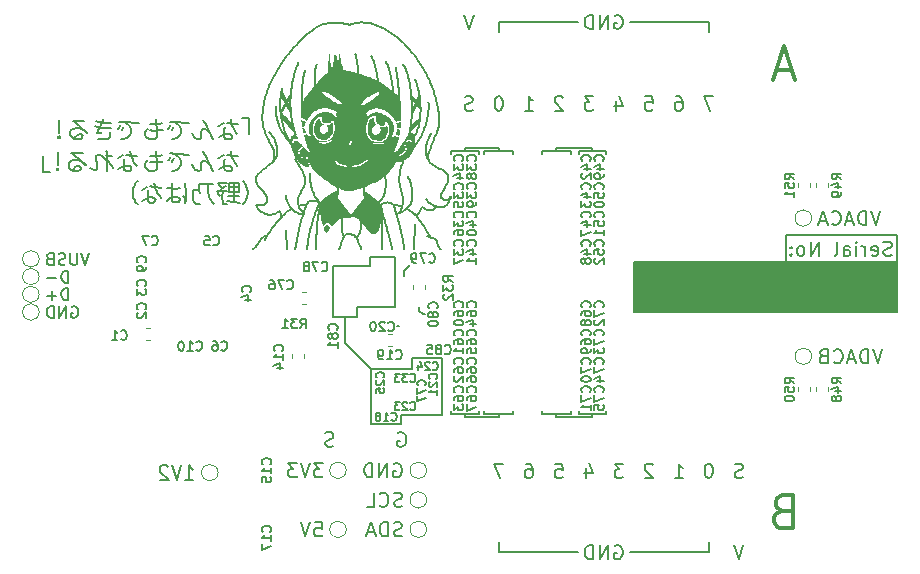
<source format=gbo>
G04 #@! TF.GenerationSoftware,KiCad,Pcbnew,5.1.0*
G04 #@! TF.CreationDate,2019-05-02T19:21:28+09:00*
G04 #@! TF.ProjectId,glasgow,676c6173-676f-4772-9e6b-696361645f70,rev?*
G04 #@! TF.SameCoordinates,Original*
G04 #@! TF.FileFunction,Legend,Bot*
G04 #@! TF.FilePolarity,Positive*
%FSLAX46Y46*%
G04 Gerber Fmt 4.6, Leading zero omitted, Abs format (unit mm)*
G04 Created by KiCad (PCBNEW 5.1.0) date 2019-05-02 19:21:28*
%MOMM*%
%LPD*%
G04 APERTURE LIST*
%ADD10C,0.160000*%
%ADD11C,0.200000*%
%ADD12C,0.150000*%
%ADD13C,0.300000*%
%ADD14C,0.120000*%
%ADD15C,0.100000*%
%ADD16C,0.159000*%
%ADD17C,1.740000*%
%ADD18O,1.740000X2.200000*%
%ADD19C,1.000000*%
%ADD20C,0.875000*%
%ADD21O,1.727200X1.727200*%
%ADD22R,1.727200X1.727200*%
%ADD23O,1.000000X1.000000*%
%ADD24R,1.000000X1.000000*%
%ADD25O,1.700000X1.700000*%
%ADD26R,1.700000X1.700000*%
%ADD27C,0.590000*%
%ADD28C,1.500000*%
%ADD29C,0.950000*%
%ADD30C,0.800000*%
%ADD31C,7.000000*%
G04 APERTURE END LIST*
D10*
X86589714Y-107850000D02*
X86704000Y-107792857D01*
X86875428Y-107792857D01*
X87046857Y-107850000D01*
X87161142Y-107964285D01*
X87218285Y-108078571D01*
X87275428Y-108307142D01*
X87275428Y-108478571D01*
X87218285Y-108707142D01*
X87161142Y-108821428D01*
X87046857Y-108935714D01*
X86875428Y-108992857D01*
X86761142Y-108992857D01*
X86589714Y-108935714D01*
X86532571Y-108878571D01*
X86532571Y-108478571D01*
X86761142Y-108478571D01*
X81117428Y-108935714D02*
X80946000Y-108992857D01*
X80660285Y-108992857D01*
X80546000Y-108935714D01*
X80488857Y-108878571D01*
X80431714Y-108764285D01*
X80431714Y-108650000D01*
X80488857Y-108535714D01*
X80546000Y-108478571D01*
X80660285Y-108421428D01*
X80888857Y-108364285D01*
X81003142Y-108307142D01*
X81060285Y-108250000D01*
X81117428Y-108135714D01*
X81117428Y-108021428D01*
X81060285Y-107907142D01*
X81003142Y-107850000D01*
X80888857Y-107792857D01*
X80603142Y-107792857D01*
X80431714Y-107850000D01*
D11*
X128800000Y-91100000D02*
X128800000Y-93400000D01*
G36*
X128800000Y-97600000D02*
G01*
X106600000Y-97600000D01*
X106600000Y-93400000D01*
X128800000Y-93400000D01*
X128800000Y-97600000D01*
G37*
X128800000Y-97600000D02*
X106600000Y-97600000D01*
X106600000Y-93400000D01*
X128800000Y-93400000D01*
X128800000Y-97600000D01*
D10*
X127596857Y-100742857D02*
X127196857Y-101942857D01*
X126796857Y-100742857D01*
X126396857Y-101942857D02*
X126396857Y-100742857D01*
X126111142Y-100742857D01*
X125939714Y-100800000D01*
X125825428Y-100914285D01*
X125768285Y-101028571D01*
X125711142Y-101257142D01*
X125711142Y-101428571D01*
X125768285Y-101657142D01*
X125825428Y-101771428D01*
X125939714Y-101885714D01*
X126111142Y-101942857D01*
X126396857Y-101942857D01*
X125254000Y-101600000D02*
X124682571Y-101600000D01*
X125368285Y-101942857D02*
X124968285Y-100742857D01*
X124568285Y-101942857D01*
X123482571Y-101828571D02*
X123539714Y-101885714D01*
X123711142Y-101942857D01*
X123825428Y-101942857D01*
X123996857Y-101885714D01*
X124111142Y-101771428D01*
X124168285Y-101657142D01*
X124225428Y-101428571D01*
X124225428Y-101257142D01*
X124168285Y-101028571D01*
X124111142Y-100914285D01*
X123996857Y-100800000D01*
X123825428Y-100742857D01*
X123711142Y-100742857D01*
X123539714Y-100800000D01*
X123482571Y-100857142D01*
X122568285Y-101314285D02*
X122396857Y-101371428D01*
X122339714Y-101428571D01*
X122282571Y-101542857D01*
X122282571Y-101714285D01*
X122339714Y-101828571D01*
X122396857Y-101885714D01*
X122511142Y-101942857D01*
X122968285Y-101942857D01*
X122968285Y-100742857D01*
X122568285Y-100742857D01*
X122454000Y-100800000D01*
X122396857Y-100857142D01*
X122339714Y-100971428D01*
X122339714Y-101085714D01*
X122396857Y-101200000D01*
X122454000Y-101257142D01*
X122568285Y-101314285D01*
X122968285Y-101314285D01*
X127425428Y-89042857D02*
X127025428Y-90242857D01*
X126625428Y-89042857D01*
X126225428Y-90242857D02*
X126225428Y-89042857D01*
X125939714Y-89042857D01*
X125768285Y-89100000D01*
X125654000Y-89214285D01*
X125596857Y-89328571D01*
X125539714Y-89557142D01*
X125539714Y-89728571D01*
X125596857Y-89957142D01*
X125654000Y-90071428D01*
X125768285Y-90185714D01*
X125939714Y-90242857D01*
X126225428Y-90242857D01*
X125082571Y-89900000D02*
X124511142Y-89900000D01*
X125196857Y-90242857D02*
X124796857Y-89042857D01*
X124396857Y-90242857D01*
X123311142Y-90128571D02*
X123368285Y-90185714D01*
X123539714Y-90242857D01*
X123654000Y-90242857D01*
X123825428Y-90185714D01*
X123939714Y-90071428D01*
X123996857Y-89957142D01*
X124054000Y-89728571D01*
X124054000Y-89557142D01*
X123996857Y-89328571D01*
X123939714Y-89214285D01*
X123825428Y-89100000D01*
X123654000Y-89042857D01*
X123539714Y-89042857D01*
X123368285Y-89100000D01*
X123311142Y-89157142D01*
X122854000Y-89900000D02*
X122282571Y-89900000D01*
X122968285Y-90242857D02*
X122568285Y-89042857D01*
X122168285Y-90242857D01*
X68581714Y-111792857D02*
X69267428Y-111792857D01*
X68924571Y-111792857D02*
X68924571Y-110592857D01*
X69038857Y-110764285D01*
X69153142Y-110878571D01*
X69267428Y-110935714D01*
X68238857Y-110592857D02*
X67838857Y-111792857D01*
X67438857Y-110592857D01*
X67096000Y-110707142D02*
X67038857Y-110650000D01*
X66924571Y-110592857D01*
X66638857Y-110592857D01*
X66524571Y-110650000D01*
X66467428Y-110707142D01*
X66410285Y-110821428D01*
X66410285Y-110935714D01*
X66467428Y-111107142D01*
X67153142Y-111792857D01*
X66410285Y-111792857D01*
X58939714Y-97150000D02*
X59034952Y-97102380D01*
X59177809Y-97102380D01*
X59320666Y-97150000D01*
X59415904Y-97245238D01*
X59463523Y-97340476D01*
X59511142Y-97530952D01*
X59511142Y-97673809D01*
X59463523Y-97864285D01*
X59415904Y-97959523D01*
X59320666Y-98054761D01*
X59177809Y-98102380D01*
X59082571Y-98102380D01*
X58939714Y-98054761D01*
X58892095Y-98007142D01*
X58892095Y-97673809D01*
X59082571Y-97673809D01*
X58463523Y-98102380D02*
X58463523Y-97102380D01*
X57892095Y-98102380D01*
X57892095Y-97102380D01*
X57415904Y-98102380D02*
X57415904Y-97102380D01*
X57177809Y-97102380D01*
X57034952Y-97150000D01*
X56939714Y-97245238D01*
X56892095Y-97340476D01*
X56844476Y-97530952D01*
X56844476Y-97673809D01*
X56892095Y-97864285D01*
X56939714Y-97959523D01*
X57034952Y-98054761D01*
X57177809Y-98102380D01*
X57415904Y-98102380D01*
X58654000Y-96602380D02*
X58654000Y-95602380D01*
X58415904Y-95602380D01*
X58273047Y-95650000D01*
X58177809Y-95745238D01*
X58130190Y-95840476D01*
X58082571Y-96030952D01*
X58082571Y-96173809D01*
X58130190Y-96364285D01*
X58177809Y-96459523D01*
X58273047Y-96554761D01*
X58415904Y-96602380D01*
X58654000Y-96602380D01*
X57654000Y-96221428D02*
X56892095Y-96221428D01*
X57273047Y-96602380D02*
X57273047Y-95840476D01*
X58654000Y-95102380D02*
X58654000Y-94102380D01*
X58415904Y-94102380D01*
X58273047Y-94150000D01*
X58177809Y-94245238D01*
X58130190Y-94340476D01*
X58082571Y-94530952D01*
X58082571Y-94673809D01*
X58130190Y-94864285D01*
X58177809Y-94959523D01*
X58273047Y-95054761D01*
X58415904Y-95102380D01*
X58654000Y-95102380D01*
X57654000Y-94721428D02*
X56892095Y-94721428D01*
X60415904Y-92602380D02*
X60082571Y-93602380D01*
X59749238Y-92602380D01*
X59415904Y-92602380D02*
X59415904Y-93411904D01*
X59368285Y-93507142D01*
X59320666Y-93554761D01*
X59225428Y-93602380D01*
X59034952Y-93602380D01*
X58939714Y-93554761D01*
X58892095Y-93507142D01*
X58844476Y-93411904D01*
X58844476Y-92602380D01*
X58415904Y-93554761D02*
X58273047Y-93602380D01*
X58034952Y-93602380D01*
X57939714Y-93554761D01*
X57892095Y-93507142D01*
X57844476Y-93411904D01*
X57844476Y-93316666D01*
X57892095Y-93221428D01*
X57939714Y-93173809D01*
X58034952Y-93126190D01*
X58225428Y-93078571D01*
X58320666Y-93030952D01*
X58368285Y-92983333D01*
X58415904Y-92888095D01*
X58415904Y-92792857D01*
X58368285Y-92697619D01*
X58320666Y-92650000D01*
X58225428Y-92602380D01*
X57987333Y-92602380D01*
X57844476Y-92650000D01*
X57082571Y-93078571D02*
X56939714Y-93126190D01*
X56892095Y-93173809D01*
X56844476Y-93269047D01*
X56844476Y-93411904D01*
X56892095Y-93507142D01*
X56939714Y-93554761D01*
X57034952Y-93602380D01*
X57415904Y-93602380D01*
X57415904Y-92602380D01*
X57082571Y-92602380D01*
X56987333Y-92650000D01*
X56939714Y-92697619D01*
X56892095Y-92792857D01*
X56892095Y-92888095D01*
X56939714Y-92983333D01*
X56987333Y-93030952D01*
X57082571Y-93078571D01*
X57415904Y-93078571D01*
D12*
X88700000Y-97800000D02*
X88900000Y-97800000D01*
X88400000Y-97500000D02*
X88700000Y-97800000D01*
X88400000Y-97150000D02*
X88400000Y-97500000D01*
X87050000Y-94150000D02*
X87600000Y-93600000D01*
X87050000Y-94550000D02*
X87050000Y-94150000D01*
X86500000Y-98800000D02*
X86700000Y-98800000D01*
X112890000Y-73900000D02*
X112890000Y-73050000D01*
X95110000Y-73900000D02*
X95110000Y-73050000D01*
X95110000Y-73050000D02*
X101800000Y-73050000D01*
X112890000Y-73050000D02*
X106200000Y-73050000D01*
D10*
X104914285Y-72500000D02*
X105028571Y-72442857D01*
X105200000Y-72442857D01*
X105371428Y-72500000D01*
X105485714Y-72614285D01*
X105542857Y-72728571D01*
X105600000Y-72957142D01*
X105600000Y-73128571D01*
X105542857Y-73357142D01*
X105485714Y-73471428D01*
X105371428Y-73585714D01*
X105200000Y-73642857D01*
X105085714Y-73642857D01*
X104914285Y-73585714D01*
X104857142Y-73528571D01*
X104857142Y-73128571D01*
X105085714Y-73128571D01*
X104342857Y-73642857D02*
X104342857Y-72442857D01*
X103657142Y-73642857D01*
X103657142Y-72442857D01*
X103085714Y-73642857D02*
X103085714Y-72442857D01*
X102800000Y-72442857D01*
X102628571Y-72500000D01*
X102514285Y-72614285D01*
X102457142Y-72728571D01*
X102400000Y-72957142D01*
X102400000Y-73128571D01*
X102457142Y-73357142D01*
X102514285Y-73471428D01*
X102628571Y-73585714D01*
X102800000Y-73642857D01*
X103085714Y-73642857D01*
D13*
X119100000Y-114450000D02*
X118700000Y-114583333D01*
X118566666Y-114716666D01*
X118433333Y-114983333D01*
X118433333Y-115383333D01*
X118566666Y-115650000D01*
X118700000Y-115783333D01*
X118966666Y-115916666D01*
X120033333Y-115916666D01*
X120033333Y-113116666D01*
X119100000Y-113116666D01*
X118833333Y-113250000D01*
X118700000Y-113383333D01*
X118566666Y-113650000D01*
X118566666Y-113916666D01*
X118700000Y-114183333D01*
X118833333Y-114316666D01*
X119100000Y-114450000D01*
X120033333Y-114450000D01*
X119966666Y-77116666D02*
X118633333Y-77116666D01*
X120233333Y-77916666D02*
X119300000Y-75116666D01*
X118366666Y-77916666D01*
D10*
X110007142Y-111642857D02*
X110692857Y-111642857D01*
X110350000Y-111642857D02*
X110350000Y-110442857D01*
X110464285Y-110614285D01*
X110578571Y-110728571D01*
X110692857Y-110785714D01*
X112947142Y-110442857D02*
X112832857Y-110442857D01*
X112718571Y-110500000D01*
X112661428Y-110557142D01*
X112604285Y-110671428D01*
X112547142Y-110900000D01*
X112547142Y-111185714D01*
X112604285Y-111414285D01*
X112661428Y-111528571D01*
X112718571Y-111585714D01*
X112832857Y-111642857D01*
X112947142Y-111642857D01*
X113061428Y-111585714D01*
X113118571Y-111528571D01*
X113175714Y-111414285D01*
X113232857Y-111185714D01*
X113232857Y-110900000D01*
X113175714Y-110671428D01*
X113118571Y-110557142D01*
X113061428Y-110500000D01*
X112947142Y-110442857D01*
X99904285Y-110442857D02*
X100475714Y-110442857D01*
X100532857Y-111014285D01*
X100475714Y-110957142D01*
X100361428Y-110900000D01*
X100075714Y-110900000D01*
X99961428Y-110957142D01*
X99904285Y-111014285D01*
X99847142Y-111128571D01*
X99847142Y-111414285D01*
X99904285Y-111528571D01*
X99961428Y-111585714D01*
X100075714Y-111642857D01*
X100361428Y-111642857D01*
X100475714Y-111585714D01*
X100532857Y-111528571D01*
X115772857Y-111585714D02*
X115601428Y-111642857D01*
X115315714Y-111642857D01*
X115201428Y-111585714D01*
X115144285Y-111528571D01*
X115087142Y-111414285D01*
X115087142Y-111300000D01*
X115144285Y-111185714D01*
X115201428Y-111128571D01*
X115315714Y-111071428D01*
X115544285Y-111014285D01*
X115658571Y-110957142D01*
X115715714Y-110900000D01*
X115772857Y-110785714D01*
X115772857Y-110671428D01*
X115715714Y-110557142D01*
X115658571Y-110500000D01*
X115544285Y-110442857D01*
X115258571Y-110442857D01*
X115087142Y-110500000D01*
X108152857Y-110557142D02*
X108095714Y-110500000D01*
X107981428Y-110442857D01*
X107695714Y-110442857D01*
X107581428Y-110500000D01*
X107524285Y-110557142D01*
X107467142Y-110671428D01*
X107467142Y-110785714D01*
X107524285Y-110957142D01*
X108210000Y-111642857D01*
X107467142Y-111642857D01*
X105670000Y-110442857D02*
X104927142Y-110442857D01*
X105327142Y-110900000D01*
X105155714Y-110900000D01*
X105041428Y-110957142D01*
X104984285Y-111014285D01*
X104927142Y-111128571D01*
X104927142Y-111414285D01*
X104984285Y-111528571D01*
X105041428Y-111585714D01*
X105155714Y-111642857D01*
X105498571Y-111642857D01*
X105612857Y-111585714D01*
X105670000Y-111528571D01*
X95510000Y-110442857D02*
X94710000Y-110442857D01*
X95224285Y-111642857D01*
X97421428Y-110442857D02*
X97650000Y-110442857D01*
X97764285Y-110500000D01*
X97821428Y-110557142D01*
X97935714Y-110728571D01*
X97992857Y-110957142D01*
X97992857Y-111414285D01*
X97935714Y-111528571D01*
X97878571Y-111585714D01*
X97764285Y-111642857D01*
X97535714Y-111642857D01*
X97421428Y-111585714D01*
X97364285Y-111528571D01*
X97307142Y-111414285D01*
X97307142Y-111128571D01*
X97364285Y-111014285D01*
X97421428Y-110957142D01*
X97535714Y-110900000D01*
X97764285Y-110900000D01*
X97878571Y-110957142D01*
X97935714Y-111014285D01*
X97992857Y-111128571D01*
X102501428Y-110842857D02*
X102501428Y-111642857D01*
X102787142Y-110385714D02*
X103072857Y-111242857D01*
X102330000Y-111242857D01*
X104914285Y-117400000D02*
X105028571Y-117342857D01*
X105200000Y-117342857D01*
X105371428Y-117400000D01*
X105485714Y-117514285D01*
X105542857Y-117628571D01*
X105600000Y-117857142D01*
X105600000Y-118028571D01*
X105542857Y-118257142D01*
X105485714Y-118371428D01*
X105371428Y-118485714D01*
X105200000Y-118542857D01*
X105085714Y-118542857D01*
X104914285Y-118485714D01*
X104857142Y-118428571D01*
X104857142Y-118028571D01*
X105085714Y-118028571D01*
X104342857Y-118542857D02*
X104342857Y-117342857D01*
X103657142Y-118542857D01*
X103657142Y-117342857D01*
X103085714Y-118542857D02*
X103085714Y-117342857D01*
X102800000Y-117342857D01*
X102628571Y-117400000D01*
X102514285Y-117514285D01*
X102457142Y-117628571D01*
X102400000Y-117857142D01*
X102400000Y-118028571D01*
X102457142Y-118257142D01*
X102514285Y-118371428D01*
X102628571Y-118485714D01*
X102800000Y-118542857D01*
X103085714Y-118542857D01*
D12*
X112890000Y-117100000D02*
X112890000Y-117950000D01*
X112890000Y-117950000D02*
X106200000Y-117950000D01*
X95110000Y-117950000D02*
X101800000Y-117950000D01*
X95110000Y-117100000D02*
X95110000Y-117950000D01*
D10*
X115830000Y-117342857D02*
X115430000Y-118542857D01*
X115030000Y-117342857D01*
X113290000Y-79342857D02*
X112490000Y-79342857D01*
X113004285Y-80542857D01*
X110121428Y-79342857D02*
X110350000Y-79342857D01*
X110464285Y-79400000D01*
X110521428Y-79457142D01*
X110635714Y-79628571D01*
X110692857Y-79857142D01*
X110692857Y-80314285D01*
X110635714Y-80428571D01*
X110578571Y-80485714D01*
X110464285Y-80542857D01*
X110235714Y-80542857D01*
X110121428Y-80485714D01*
X110064285Y-80428571D01*
X110007142Y-80314285D01*
X110007142Y-80028571D01*
X110064285Y-79914285D01*
X110121428Y-79857142D01*
X110235714Y-79800000D01*
X110464285Y-79800000D01*
X110578571Y-79857142D01*
X110635714Y-79914285D01*
X110692857Y-80028571D01*
X107524285Y-79342857D02*
X108095714Y-79342857D01*
X108152857Y-79914285D01*
X108095714Y-79857142D01*
X107981428Y-79800000D01*
X107695714Y-79800000D01*
X107581428Y-79857142D01*
X107524285Y-79914285D01*
X107467142Y-80028571D01*
X107467142Y-80314285D01*
X107524285Y-80428571D01*
X107581428Y-80485714D01*
X107695714Y-80542857D01*
X107981428Y-80542857D01*
X108095714Y-80485714D01*
X108152857Y-80428571D01*
X105041428Y-79742857D02*
X105041428Y-80542857D01*
X105327142Y-79285714D02*
X105612857Y-80142857D01*
X104870000Y-80142857D01*
X103130000Y-79342857D02*
X102387142Y-79342857D01*
X102787142Y-79800000D01*
X102615714Y-79800000D01*
X102501428Y-79857142D01*
X102444285Y-79914285D01*
X102387142Y-80028571D01*
X102387142Y-80314285D01*
X102444285Y-80428571D01*
X102501428Y-80485714D01*
X102615714Y-80542857D01*
X102958571Y-80542857D01*
X103072857Y-80485714D01*
X103130000Y-80428571D01*
X100532857Y-79457142D02*
X100475714Y-79400000D01*
X100361428Y-79342857D01*
X100075714Y-79342857D01*
X99961428Y-79400000D01*
X99904285Y-79457142D01*
X99847142Y-79571428D01*
X99847142Y-79685714D01*
X99904285Y-79857142D01*
X100590000Y-80542857D01*
X99847142Y-80542857D01*
X97307142Y-80542857D02*
X97992857Y-80542857D01*
X97650000Y-80542857D02*
X97650000Y-79342857D01*
X97764285Y-79514285D01*
X97878571Y-79628571D01*
X97992857Y-79685714D01*
X95167142Y-79342857D02*
X95052857Y-79342857D01*
X94938571Y-79400000D01*
X94881428Y-79457142D01*
X94824285Y-79571428D01*
X94767142Y-79800000D01*
X94767142Y-80085714D01*
X94824285Y-80314285D01*
X94881428Y-80428571D01*
X94938571Y-80485714D01*
X95052857Y-80542857D01*
X95167142Y-80542857D01*
X95281428Y-80485714D01*
X95338571Y-80428571D01*
X95395714Y-80314285D01*
X95452857Y-80085714D01*
X95452857Y-79800000D01*
X95395714Y-79571428D01*
X95338571Y-79457142D01*
X95281428Y-79400000D01*
X95167142Y-79342857D01*
X92912857Y-80485714D02*
X92741428Y-80542857D01*
X92455714Y-80542857D01*
X92341428Y-80485714D01*
X92284285Y-80428571D01*
X92227142Y-80314285D01*
X92227142Y-80200000D01*
X92284285Y-80085714D01*
X92341428Y-80028571D01*
X92455714Y-79971428D01*
X92684285Y-79914285D01*
X92798571Y-79857142D01*
X92855714Y-79800000D01*
X92912857Y-79685714D01*
X92912857Y-79571428D01*
X92855714Y-79457142D01*
X92798571Y-79400000D01*
X92684285Y-79342857D01*
X92398571Y-79342857D01*
X92227142Y-79400000D01*
X93000000Y-72442857D02*
X92600000Y-73642857D01*
X92200000Y-72442857D01*
X80224571Y-110392857D02*
X79481714Y-110392857D01*
X79881714Y-110850000D01*
X79710285Y-110850000D01*
X79596000Y-110907142D01*
X79538857Y-110964285D01*
X79481714Y-111078571D01*
X79481714Y-111364285D01*
X79538857Y-111478571D01*
X79596000Y-111535714D01*
X79710285Y-111592857D01*
X80053142Y-111592857D01*
X80167428Y-111535714D01*
X80224571Y-111478571D01*
X79138857Y-110392857D02*
X78738857Y-111592857D01*
X78338857Y-110392857D01*
X78053142Y-110392857D02*
X77310285Y-110392857D01*
X77710285Y-110850000D01*
X77538857Y-110850000D01*
X77424571Y-110907142D01*
X77367428Y-110964285D01*
X77310285Y-111078571D01*
X77310285Y-111364285D01*
X77367428Y-111478571D01*
X77424571Y-111535714D01*
X77538857Y-111592857D01*
X77881714Y-111592857D01*
X77996000Y-111535714D01*
X78053142Y-111478571D01*
X86231714Y-110450000D02*
X86346000Y-110392857D01*
X86517428Y-110392857D01*
X86688857Y-110450000D01*
X86803142Y-110564285D01*
X86860285Y-110678571D01*
X86917428Y-110907142D01*
X86917428Y-111078571D01*
X86860285Y-111307142D01*
X86803142Y-111421428D01*
X86688857Y-111535714D01*
X86517428Y-111592857D01*
X86403142Y-111592857D01*
X86231714Y-111535714D01*
X86174571Y-111478571D01*
X86174571Y-111078571D01*
X86403142Y-111078571D01*
X85660285Y-111592857D02*
X85660285Y-110392857D01*
X84974571Y-111592857D01*
X84974571Y-110392857D01*
X84403142Y-111592857D02*
X84403142Y-110392857D01*
X84117428Y-110392857D01*
X83946000Y-110450000D01*
X83831714Y-110564285D01*
X83774571Y-110678571D01*
X83717428Y-110907142D01*
X83717428Y-111078571D01*
X83774571Y-111307142D01*
X83831714Y-111421428D01*
X83946000Y-111535714D01*
X84117428Y-111592857D01*
X84403142Y-111592857D01*
X86917428Y-114035714D02*
X86746000Y-114092857D01*
X86460285Y-114092857D01*
X86346000Y-114035714D01*
X86288857Y-113978571D01*
X86231714Y-113864285D01*
X86231714Y-113750000D01*
X86288857Y-113635714D01*
X86346000Y-113578571D01*
X86460285Y-113521428D01*
X86688857Y-113464285D01*
X86803142Y-113407142D01*
X86860285Y-113350000D01*
X86917428Y-113235714D01*
X86917428Y-113121428D01*
X86860285Y-113007142D01*
X86803142Y-112950000D01*
X86688857Y-112892857D01*
X86403142Y-112892857D01*
X86231714Y-112950000D01*
X85031714Y-113978571D02*
X85088857Y-114035714D01*
X85260285Y-114092857D01*
X85374571Y-114092857D01*
X85546000Y-114035714D01*
X85660285Y-113921428D01*
X85717428Y-113807142D01*
X85774571Y-113578571D01*
X85774571Y-113407142D01*
X85717428Y-113178571D01*
X85660285Y-113064285D01*
X85546000Y-112950000D01*
X85374571Y-112892857D01*
X85260285Y-112892857D01*
X85088857Y-112950000D01*
X85031714Y-113007142D01*
X83946000Y-114092857D02*
X84517428Y-114092857D01*
X84517428Y-112892857D01*
X86917428Y-116535714D02*
X86746000Y-116592857D01*
X86460285Y-116592857D01*
X86346000Y-116535714D01*
X86288857Y-116478571D01*
X86231714Y-116364285D01*
X86231714Y-116250000D01*
X86288857Y-116135714D01*
X86346000Y-116078571D01*
X86460285Y-116021428D01*
X86688857Y-115964285D01*
X86803142Y-115907142D01*
X86860285Y-115850000D01*
X86917428Y-115735714D01*
X86917428Y-115621428D01*
X86860285Y-115507142D01*
X86803142Y-115450000D01*
X86688857Y-115392857D01*
X86403142Y-115392857D01*
X86231714Y-115450000D01*
X85717428Y-116592857D02*
X85717428Y-115392857D01*
X85431714Y-115392857D01*
X85260285Y-115450000D01*
X85146000Y-115564285D01*
X85088857Y-115678571D01*
X85031714Y-115907142D01*
X85031714Y-116078571D01*
X85088857Y-116307142D01*
X85146000Y-116421428D01*
X85260285Y-116535714D01*
X85431714Y-116592857D01*
X85717428Y-116592857D01*
X84574571Y-116250000D02*
X84003142Y-116250000D01*
X84688857Y-116592857D02*
X84288857Y-115392857D01*
X83888857Y-116592857D01*
X79538857Y-115392857D02*
X80110285Y-115392857D01*
X80167428Y-115964285D01*
X80110285Y-115907142D01*
X79996000Y-115850000D01*
X79710285Y-115850000D01*
X79596000Y-115907142D01*
X79538857Y-115964285D01*
X79481714Y-116078571D01*
X79481714Y-116364285D01*
X79538857Y-116478571D01*
X79596000Y-116535714D01*
X79710285Y-116592857D01*
X79996000Y-116592857D01*
X80110285Y-116535714D01*
X80167428Y-116478571D01*
X79138857Y-115392857D02*
X78738857Y-116592857D01*
X78338857Y-115392857D01*
D12*
X95100000Y-106500000D02*
X92250000Y-106500000D01*
X93400000Y-106200000D02*
X91100000Y-106200000D01*
X95100000Y-106500000D02*
X95100000Y-106200000D01*
X96300000Y-106200000D02*
X93900000Y-106200000D01*
X92250000Y-106500000D02*
X92250000Y-106200000D01*
X96300000Y-106200000D02*
X96300000Y-106000000D01*
X93400000Y-106200000D02*
X93400000Y-106000000D01*
X93900000Y-106000000D02*
X93900000Y-106200000D01*
X91100000Y-106000000D02*
X91100000Y-106200000D01*
X96300000Y-84200000D02*
X96300000Y-84000000D01*
X93400000Y-84200000D02*
X93400000Y-84000000D01*
X93900000Y-84000000D02*
X93900000Y-84200000D01*
X91100000Y-84000000D02*
X91100000Y-84200000D01*
X95100000Y-84000000D02*
X95100000Y-83700000D01*
X95100000Y-83700000D02*
X92250000Y-83700000D01*
X93400000Y-84000000D02*
X91100000Y-84000000D01*
X92250000Y-84000000D02*
X92250000Y-83700000D01*
X96300000Y-84000000D02*
X93900000Y-84000000D01*
X101900000Y-84000000D02*
X101900000Y-84200000D01*
X103050000Y-84000000D02*
X103050000Y-83700000D01*
X98800000Y-84000000D02*
X98800000Y-84200000D01*
X101200000Y-84000000D02*
X98800000Y-84000000D01*
X103050000Y-83700000D02*
X100000000Y-83700000D01*
X104200000Y-84000000D02*
X101900000Y-84000000D01*
X101200000Y-84200000D02*
X101200000Y-84000000D01*
X100000000Y-83700000D02*
X100000000Y-84000000D01*
X104200000Y-84200000D02*
X104200000Y-84000000D01*
X100000000Y-106200000D02*
X100000000Y-106500000D01*
X103050000Y-106500000D02*
X100000000Y-106500000D01*
X103050000Y-106500000D02*
X103050000Y-106200000D01*
X98800000Y-106000000D02*
X98800000Y-106200000D01*
X101200000Y-106200000D02*
X98800000Y-106200000D01*
X101200000Y-106200000D02*
X101200000Y-106000000D01*
X101900000Y-106000000D02*
X101900000Y-106200000D01*
X104200000Y-106200000D02*
X101900000Y-106200000D01*
X104200000Y-106200000D02*
X104200000Y-106000000D01*
X82100000Y-100200000D02*
X82100000Y-98000000D01*
X84300000Y-102400000D02*
X82100000Y-100200000D01*
X87800000Y-101500000D02*
X90300000Y-101500000D01*
X87800000Y-102400000D02*
X87800000Y-101500000D01*
X84300000Y-102400000D02*
X87800000Y-102400000D01*
X84300000Y-107100000D02*
X84300000Y-102400000D01*
X86800000Y-107100000D02*
X84300000Y-107100000D01*
X86800000Y-106300000D02*
X86800000Y-107100000D01*
X90300000Y-106300000D02*
X86800000Y-106300000D01*
X90300000Y-101500000D02*
X90300000Y-106300000D01*
X86300000Y-97200000D02*
X86300000Y-92900000D01*
X83100000Y-97200000D02*
X86300000Y-97200000D01*
X83100000Y-98000000D02*
X83100000Y-97200000D01*
X81100000Y-98000000D02*
X83100000Y-98000000D01*
X81100000Y-93700000D02*
X81100000Y-98000000D01*
X84200000Y-93700000D02*
X81100000Y-93700000D01*
X84200000Y-92900000D02*
X84200000Y-93700000D01*
X86300000Y-92900000D02*
X84200000Y-92900000D01*
D11*
X119400000Y-93400000D02*
X119400000Y-91100000D01*
X128800000Y-91100000D02*
X119400000Y-91100000D01*
D10*
X128367428Y-92785714D02*
X128196000Y-92842857D01*
X127910285Y-92842857D01*
X127796000Y-92785714D01*
X127738857Y-92728571D01*
X127681714Y-92614285D01*
X127681714Y-92500000D01*
X127738857Y-92385714D01*
X127796000Y-92328571D01*
X127910285Y-92271428D01*
X128138857Y-92214285D01*
X128253142Y-92157142D01*
X128310285Y-92100000D01*
X128367428Y-91985714D01*
X128367428Y-91871428D01*
X128310285Y-91757142D01*
X128253142Y-91700000D01*
X128138857Y-91642857D01*
X127853142Y-91642857D01*
X127681714Y-91700000D01*
X126710285Y-92785714D02*
X126824571Y-92842857D01*
X127053142Y-92842857D01*
X127167428Y-92785714D01*
X127224571Y-92671428D01*
X127224571Y-92214285D01*
X127167428Y-92100000D01*
X127053142Y-92042857D01*
X126824571Y-92042857D01*
X126710285Y-92100000D01*
X126653142Y-92214285D01*
X126653142Y-92328571D01*
X127224571Y-92442857D01*
X126138857Y-92842857D02*
X126138857Y-92042857D01*
X126138857Y-92271428D02*
X126081714Y-92157142D01*
X126024571Y-92100000D01*
X125910285Y-92042857D01*
X125796000Y-92042857D01*
X125396000Y-92842857D02*
X125396000Y-92042857D01*
X125396000Y-91642857D02*
X125453142Y-91700000D01*
X125396000Y-91757142D01*
X125338857Y-91700000D01*
X125396000Y-91642857D01*
X125396000Y-91757142D01*
X124310285Y-92842857D02*
X124310285Y-92214285D01*
X124367428Y-92100000D01*
X124481714Y-92042857D01*
X124710285Y-92042857D01*
X124824571Y-92100000D01*
X124310285Y-92785714D02*
X124424571Y-92842857D01*
X124710285Y-92842857D01*
X124824571Y-92785714D01*
X124881714Y-92671428D01*
X124881714Y-92557142D01*
X124824571Y-92442857D01*
X124710285Y-92385714D01*
X124424571Y-92385714D01*
X124310285Y-92328571D01*
X123567428Y-92842857D02*
X123681714Y-92785714D01*
X123738857Y-92671428D01*
X123738857Y-91642857D01*
X122196000Y-92842857D02*
X122196000Y-91642857D01*
X121510285Y-92842857D01*
X121510285Y-91642857D01*
X120767428Y-92842857D02*
X120881714Y-92785714D01*
X120938857Y-92728571D01*
X120996000Y-92614285D01*
X120996000Y-92271428D01*
X120938857Y-92157142D01*
X120881714Y-92100000D01*
X120767428Y-92042857D01*
X120596000Y-92042857D01*
X120481714Y-92100000D01*
X120424571Y-92157142D01*
X120367428Y-92271428D01*
X120367428Y-92614285D01*
X120424571Y-92728571D01*
X120481714Y-92785714D01*
X120596000Y-92842857D01*
X120767428Y-92842857D01*
X119853142Y-92728571D02*
X119796000Y-92785714D01*
X119853142Y-92842857D01*
X119910285Y-92785714D01*
X119853142Y-92728571D01*
X119853142Y-92842857D01*
X119853142Y-92100000D02*
X119796000Y-92157142D01*
X119853142Y-92214285D01*
X119910285Y-92157142D01*
X119853142Y-92100000D01*
X119853142Y-92214285D01*
D14*
X56200000Y-94600000D02*
G75*
G03X56200000Y-94600000I-700000J0D01*
G01*
X121600000Y-89650000D02*
G75*
G03X121600000Y-89650000I-700000J0D01*
G01*
X121600000Y-101350000D02*
G75*
G03X121600000Y-101350000I-700000J0D01*
G01*
X120440000Y-87012779D02*
X120440000Y-86687221D01*
X121460000Y-87012779D02*
X121460000Y-86687221D01*
X121460000Y-103987221D02*
X121460000Y-104312779D01*
X120440000Y-103987221D02*
X120440000Y-104312779D01*
D15*
G36*
X77461000Y-79629000D02*
G01*
X76674000Y-80902000D01*
X76641000Y-80455000D01*
X77489000Y-78997000D01*
X77461000Y-79629000D01*
X77461000Y-79629000D01*
G37*
G36*
X76734000Y-78801000D02*
G01*
X77488000Y-80290000D01*
X77492000Y-80840000D01*
X77411000Y-80698000D01*
X77333000Y-80561000D01*
X77257000Y-80427000D01*
X77184000Y-80295000D01*
X77113000Y-80166000D01*
X77044000Y-80037000D01*
X76976000Y-79909000D01*
X76910000Y-79781000D01*
X76846000Y-79652000D01*
X76783000Y-79521000D01*
X76721000Y-79388000D01*
X76659000Y-79251000D01*
X76734000Y-78801000D01*
X76734000Y-78801000D01*
G37*
G36*
X88481000Y-80036000D02*
G01*
X88445000Y-80004000D01*
X88368000Y-79921000D01*
X88262000Y-79802000D01*
X88138000Y-79660000D01*
X88010000Y-79509000D01*
X87890000Y-79362000D01*
X87789000Y-79233000D01*
X87720000Y-79135000D01*
X87724000Y-79372000D01*
X87728000Y-79526000D01*
X87731000Y-79610000D01*
X87733000Y-79636000D01*
X87835000Y-79730000D01*
X87950000Y-79847000D01*
X88070000Y-79979000D01*
X88189000Y-80115000D01*
X88298000Y-80246000D01*
X88390000Y-80361000D01*
X88458000Y-80451000D01*
X88493000Y-80508000D01*
X88490000Y-80240000D01*
X88484000Y-80086000D01*
X88481000Y-80036000D01*
X88481000Y-80036000D01*
G37*
G36*
X88349000Y-79140000D02*
G01*
X88264000Y-79311000D01*
X88179000Y-79497000D01*
X88098000Y-79691000D01*
X88022000Y-79883000D01*
X87953000Y-80068000D01*
X87892000Y-80236000D01*
X87841000Y-80380000D01*
X87803000Y-80493000D01*
X87778000Y-80566000D01*
X87770000Y-80592000D01*
X87761000Y-81157000D01*
X87810000Y-81034000D01*
X87873000Y-80879000D01*
X87946000Y-80701000D01*
X88026000Y-80509000D01*
X88108000Y-80312000D01*
X88188000Y-80120000D01*
X88263000Y-79943000D01*
X88328000Y-79789000D01*
X88379000Y-79667000D01*
X88413000Y-79587000D01*
X88425000Y-79558000D01*
X88349000Y-79140000D01*
X88349000Y-79140000D01*
G37*
D12*
X64434000Y-88382000D02*
X64534000Y-88490000D01*
X64348000Y-88268000D02*
X64434000Y-88382000D01*
X64275000Y-88150000D02*
X64348000Y-88268000D01*
X64215000Y-88028000D02*
X64275000Y-88150000D01*
X64168000Y-87903000D02*
X64215000Y-88028000D01*
X64135000Y-87776000D02*
X64168000Y-87903000D01*
X64115000Y-87647000D02*
X64135000Y-87776000D01*
X64108000Y-87517000D02*
X64115000Y-87647000D01*
X64115000Y-87386000D02*
X64108000Y-87517000D01*
X64135000Y-87256000D02*
X64115000Y-87386000D01*
X64168000Y-87126000D02*
X64135000Y-87256000D01*
X64215000Y-86998000D02*
X64168000Y-87126000D01*
X64275000Y-86872000D02*
X64215000Y-86998000D01*
X64348000Y-86748000D02*
X64275000Y-86872000D01*
X64434000Y-86629000D02*
X64348000Y-86748000D01*
X64534000Y-86513000D02*
X64434000Y-86629000D01*
X73530000Y-88382000D02*
X73430000Y-88490000D01*
X73616000Y-88268000D02*
X73530000Y-88382000D01*
X73689000Y-88150000D02*
X73616000Y-88268000D01*
X73749000Y-88028000D02*
X73689000Y-88150000D01*
X73796000Y-87903000D02*
X73749000Y-88028000D01*
X73829000Y-87776000D02*
X73796000Y-87903000D01*
X73849000Y-87647000D02*
X73829000Y-87776000D01*
X73856000Y-87517000D02*
X73849000Y-87647000D01*
X73849000Y-87386000D02*
X73856000Y-87517000D01*
X73829000Y-87256000D02*
X73849000Y-87386000D01*
X73796000Y-87126000D02*
X73829000Y-87256000D01*
X73749000Y-86998000D02*
X73796000Y-87126000D01*
X73689000Y-86872000D02*
X73749000Y-86998000D01*
X73616000Y-86748000D02*
X73689000Y-86872000D01*
X73530000Y-86629000D02*
X73616000Y-86748000D01*
X73430000Y-86513000D02*
X73530000Y-86629000D01*
X73182000Y-88341000D02*
X72145000Y-88166000D01*
X73116000Y-87806000D02*
X72218000Y-87806000D01*
X72667000Y-86677000D02*
X72667000Y-88257000D01*
X73092000Y-87052000D02*
X72247000Y-87052000D01*
X73092000Y-87434000D02*
X73092000Y-86677000D01*
X72247000Y-87434000D02*
X73092000Y-87434000D01*
X72247000Y-86677000D02*
X72247000Y-87434000D01*
X73092000Y-86677000D02*
X72247000Y-86677000D01*
X72008000Y-88433000D02*
X72087000Y-88428000D01*
X71851000Y-88436000D02*
X72008000Y-88433000D01*
X71740000Y-88421000D02*
X71851000Y-88436000D01*
X71729000Y-88364000D02*
X71740000Y-88421000D01*
X71724000Y-88229000D02*
X71729000Y-88364000D01*
X71722000Y-88042000D02*
X71724000Y-88229000D01*
X71722000Y-87855000D02*
X71722000Y-88042000D01*
X71723000Y-87672000D02*
X71722000Y-87855000D01*
X71724000Y-87514000D02*
X71723000Y-87672000D01*
X71725000Y-87403000D02*
X71724000Y-87514000D01*
X71726000Y-87361000D02*
X71725000Y-87403000D01*
X71618000Y-87191000D02*
X71488000Y-87328000D01*
X71738000Y-87086000D02*
X71618000Y-87191000D01*
X71843000Y-87009000D02*
X71738000Y-87086000D01*
X71931000Y-86953000D02*
X71843000Y-87009000D01*
X71996000Y-86913000D02*
X71931000Y-86953000D01*
X71626000Y-87035000D02*
X71718000Y-87106000D01*
X71518000Y-86934000D02*
X71626000Y-87035000D01*
X71407000Y-86814000D02*
X71518000Y-86934000D01*
X71302000Y-86684000D02*
X71407000Y-86814000D01*
X72127000Y-86688000D02*
X71302000Y-86684000D01*
X71415000Y-87704000D02*
X71470000Y-87813000D01*
X71362000Y-87594000D02*
X71415000Y-87704000D01*
X71314000Y-87482000D02*
X71362000Y-87594000D01*
X71269000Y-87368000D02*
X71314000Y-87482000D01*
X72127000Y-87361000D02*
X71269000Y-87368000D01*
X70869000Y-88298000D02*
X71003000Y-88443000D01*
X70759000Y-88151000D02*
X70869000Y-88298000D01*
X70669000Y-88002000D02*
X70759000Y-88151000D01*
X70599000Y-87853000D02*
X70669000Y-88002000D01*
X70546000Y-87706000D02*
X70599000Y-87853000D01*
X70508000Y-87561000D02*
X70546000Y-87706000D01*
X70482000Y-87420000D02*
X70508000Y-87561000D01*
X70466000Y-87284000D02*
X70482000Y-87420000D01*
X70458000Y-87154000D02*
X70466000Y-87284000D01*
X70456000Y-87033000D02*
X70458000Y-87154000D01*
X70458000Y-86920000D02*
X70456000Y-87033000D01*
X70461000Y-86818000D02*
X70458000Y-86920000D01*
X70463000Y-86728000D02*
X70461000Y-86818000D01*
X69778000Y-88421000D02*
X69853000Y-88418000D01*
X69618000Y-88428000D02*
X69778000Y-88421000D01*
X69470000Y-88429000D02*
X69618000Y-88428000D01*
X69375000Y-88391000D02*
X69470000Y-88429000D01*
X69308000Y-88281000D02*
X69375000Y-88391000D01*
X69266000Y-88090000D02*
X69308000Y-88281000D01*
X69248000Y-87918000D02*
X69266000Y-88090000D01*
X69231000Y-87711000D02*
X69248000Y-87918000D01*
X69217000Y-87511000D02*
X69231000Y-87711000D01*
X69208000Y-87360000D02*
X69217000Y-87511000D01*
X69204000Y-87300000D02*
X69208000Y-87360000D01*
X69759000Y-87296000D02*
X69204000Y-87300000D01*
X69765000Y-87344000D02*
X69788000Y-87485000D01*
X69740000Y-87151000D02*
X69765000Y-87344000D01*
X69717000Y-86952000D02*
X69740000Y-87151000D01*
X69700000Y-86798000D02*
X69717000Y-86952000D01*
X69693000Y-86735000D02*
X69700000Y-86798000D01*
X70930000Y-86731000D02*
X69693000Y-86735000D01*
X67090000Y-88090000D02*
X67001000Y-88167000D01*
X67184000Y-88015000D02*
X67090000Y-88090000D01*
X67287000Y-87948000D02*
X67184000Y-88015000D01*
X67404000Y-87891000D02*
X67287000Y-87948000D01*
X67539000Y-87852000D02*
X67404000Y-87891000D01*
X67697000Y-87835000D02*
X67539000Y-87852000D01*
X67906000Y-87854000D02*
X67697000Y-87835000D01*
X68031000Y-87917000D02*
X67906000Y-87854000D01*
X68091000Y-88005000D02*
X68031000Y-87917000D01*
X68105000Y-88100000D02*
X68091000Y-88005000D01*
X68078000Y-88186000D02*
X68105000Y-88100000D01*
X68006000Y-88256000D02*
X68078000Y-88186000D01*
X67901000Y-88304000D02*
X68006000Y-88256000D01*
X67772000Y-88324000D02*
X67901000Y-88304000D01*
X67644000Y-88314000D02*
X67772000Y-88324000D01*
X67539000Y-88272000D02*
X67644000Y-88314000D01*
X67468000Y-88191000D02*
X67539000Y-88272000D01*
X67439000Y-88064000D02*
X67468000Y-88191000D01*
X67443000Y-87928000D02*
X67439000Y-88064000D01*
X67447000Y-87783000D02*
X67443000Y-87928000D01*
X67452000Y-87630000D02*
X67447000Y-87783000D01*
X67457000Y-87472000D02*
X67452000Y-87630000D01*
X67461000Y-87311000D02*
X67457000Y-87472000D01*
X67464000Y-87151000D02*
X67461000Y-87311000D01*
X67464000Y-86993000D02*
X67464000Y-87151000D01*
X67462000Y-86841000D02*
X67464000Y-86993000D01*
X67457000Y-86696000D02*
X67462000Y-86841000D01*
X67185000Y-87117000D02*
X67034000Y-87090000D01*
X67350000Y-87134000D02*
X67185000Y-87117000D01*
X67521000Y-87144000D02*
X67350000Y-87134000D01*
X67690000Y-87147000D02*
X67521000Y-87144000D01*
X67849000Y-87145000D02*
X67690000Y-87147000D01*
X67988000Y-87140000D02*
X67849000Y-87145000D01*
X68100000Y-87134000D02*
X67988000Y-87140000D01*
X68464000Y-87877000D02*
X68416000Y-87755000D01*
X68512000Y-88005000D02*
X68464000Y-87877000D01*
X68552000Y-88132000D02*
X68512000Y-88005000D01*
X68575000Y-88252000D02*
X68552000Y-88132000D01*
X68573000Y-88359000D02*
X68575000Y-88252000D01*
X68607000Y-88206000D02*
X68573000Y-88359000D01*
X68631000Y-88058000D02*
X68607000Y-88206000D01*
X68646000Y-87913000D02*
X68631000Y-88058000D01*
X68653000Y-87770000D02*
X68646000Y-87913000D01*
X68652000Y-87628000D02*
X68653000Y-87770000D01*
X68644000Y-87484000D02*
X68652000Y-87628000D01*
X68630000Y-87338000D02*
X68644000Y-87484000D01*
X68611000Y-87188000D02*
X68630000Y-87338000D01*
X68587000Y-87032000D02*
X68611000Y-87188000D01*
X68559000Y-86870000D02*
X68587000Y-87032000D01*
X68529000Y-86698000D02*
X68559000Y-86870000D01*
X65098000Y-88084000D02*
X64946000Y-88198000D01*
X65247000Y-87998000D02*
X65098000Y-88084000D01*
X65391000Y-87937000D02*
X65247000Y-87998000D01*
X65528000Y-87899000D02*
X65391000Y-87937000D01*
X65654000Y-87883000D02*
X65528000Y-87899000D01*
X65767000Y-87887000D02*
X65654000Y-87883000D01*
X65865000Y-87909000D02*
X65767000Y-87887000D01*
X65945000Y-87947000D02*
X65865000Y-87909000D01*
X66005000Y-87999000D02*
X65945000Y-87947000D01*
X66041000Y-88064000D02*
X66005000Y-87999000D01*
X66052000Y-88140000D02*
X66041000Y-88064000D01*
X66020000Y-88237000D02*
X66052000Y-88140000D01*
X65945000Y-88306000D02*
X66020000Y-88237000D01*
X65840000Y-88348000D02*
X65945000Y-88306000D01*
X65721000Y-88361000D02*
X65840000Y-88348000D01*
X65602000Y-88346000D02*
X65721000Y-88361000D01*
X65499000Y-88301000D02*
X65602000Y-88346000D01*
X65426000Y-88228000D02*
X65499000Y-88301000D01*
X65398000Y-88125000D02*
X65426000Y-88228000D01*
X65399000Y-88098000D02*
X65398000Y-88125000D01*
X65401000Y-88020000D02*
X65399000Y-88098000D01*
X65404000Y-87896000D02*
X65401000Y-88020000D01*
X65409000Y-87731000D02*
X65404000Y-87896000D01*
X65416000Y-87532000D02*
X65409000Y-87731000D01*
X65424000Y-87302000D02*
X65416000Y-87532000D01*
X64933000Y-87229000D02*
X64884000Y-87262000D01*
X65053000Y-87152000D02*
X64933000Y-87229000D01*
X65203000Y-87063000D02*
X65053000Y-87152000D01*
X65340000Y-86993000D02*
X65203000Y-87063000D01*
X66398000Y-87784000D02*
X66511000Y-87947000D01*
X66302000Y-87632000D02*
X66398000Y-87784000D01*
X66220000Y-87490000D02*
X66302000Y-87632000D01*
X66152000Y-87355000D02*
X66220000Y-87490000D01*
X66096000Y-87227000D02*
X66152000Y-87355000D01*
X66050000Y-87104000D02*
X66096000Y-87227000D01*
X66012000Y-86986000D02*
X66050000Y-87104000D01*
X65982000Y-86870000D02*
X66012000Y-86986000D01*
X65956000Y-86755000D02*
X65982000Y-86870000D01*
X65935000Y-86640000D02*
X65956000Y-86755000D01*
X65798000Y-87008000D02*
X65614000Y-86956000D01*
X65985000Y-87040000D02*
X65798000Y-87008000D01*
X66165000Y-87056000D02*
X65985000Y-87040000D01*
X66325000Y-87062000D02*
X66165000Y-87056000D01*
X66453000Y-87061000D02*
X66325000Y-87062000D01*
X66539000Y-87057000D02*
X66453000Y-87061000D01*
X66570000Y-87055000D02*
X66539000Y-87057000D01*
X57699000Y-85451000D02*
X57677000Y-85506000D01*
X57754000Y-85429000D02*
X57699000Y-85451000D01*
X57809000Y-85451000D02*
X57754000Y-85429000D01*
X57832000Y-85506000D02*
X57809000Y-85451000D01*
X57809000Y-85561000D02*
X57832000Y-85506000D01*
X57754000Y-85584000D02*
X57809000Y-85561000D01*
X57699000Y-85561000D02*
X57754000Y-85584000D01*
X57677000Y-85506000D02*
X57699000Y-85561000D01*
X57754000Y-85113000D02*
X57754000Y-85143000D01*
X57755000Y-85030000D02*
X57754000Y-85113000D01*
X57756000Y-84904000D02*
X57755000Y-85030000D01*
X57756000Y-84748000D02*
X57756000Y-84904000D01*
X57757000Y-84571000D02*
X57756000Y-84748000D01*
X57756000Y-84385000D02*
X57757000Y-84571000D01*
X57756000Y-84200000D02*
X57756000Y-84385000D01*
X57754000Y-84028000D02*
X57756000Y-84200000D01*
X61788000Y-84609000D02*
X61959000Y-84792000D01*
X61637000Y-84477000D02*
X61788000Y-84609000D01*
X61506000Y-84389000D02*
X61637000Y-84477000D01*
X61392000Y-84339000D02*
X61506000Y-84389000D01*
X61291000Y-84318000D02*
X61392000Y-84339000D01*
X61202000Y-84321000D02*
X61291000Y-84318000D01*
X61121000Y-84340000D02*
X61202000Y-84321000D01*
X61041000Y-84394000D02*
X61121000Y-84340000D01*
X61005000Y-84483000D02*
X61041000Y-84394000D01*
X61004000Y-84607000D02*
X61005000Y-84483000D01*
X61024000Y-84767000D02*
X61004000Y-84607000D01*
X61056000Y-84960000D02*
X61024000Y-84767000D01*
X61082000Y-85149000D02*
X61056000Y-84960000D01*
X61094000Y-85299000D02*
X61082000Y-85149000D01*
X61090000Y-85413000D02*
X61094000Y-85299000D01*
X61067000Y-85495000D02*
X61090000Y-85413000D01*
X61023000Y-85546000D02*
X61067000Y-85495000D01*
X60936000Y-85574000D02*
X61023000Y-85546000D01*
X60819000Y-85560000D02*
X60936000Y-85574000D01*
X60685000Y-85498000D02*
X60819000Y-85560000D01*
X60545000Y-85378000D02*
X60685000Y-85498000D01*
X61977000Y-84728000D02*
X61957000Y-84701000D01*
X62033000Y-84802000D02*
X61977000Y-84728000D01*
X62115000Y-84912000D02*
X62033000Y-84802000D01*
X62216000Y-85050000D02*
X62115000Y-84912000D01*
X62328000Y-85203000D02*
X62216000Y-85050000D01*
X62442000Y-85364000D02*
X62328000Y-85203000D01*
X61970000Y-85461000D02*
X61964000Y-85677000D01*
X61971000Y-85251000D02*
X61970000Y-85461000D01*
X61968000Y-85049000D02*
X61971000Y-85251000D01*
X61962000Y-84857000D02*
X61968000Y-85049000D01*
X61954000Y-84678000D02*
X61962000Y-84857000D01*
X61945000Y-84513000D02*
X61954000Y-84678000D01*
X61935000Y-84364000D02*
X61945000Y-84513000D01*
X61925000Y-84234000D02*
X61935000Y-84364000D01*
X61915000Y-84125000D02*
X61925000Y-84234000D01*
X61908000Y-84038000D02*
X61915000Y-84125000D01*
X61902000Y-83976000D02*
X61908000Y-84038000D01*
X61928000Y-84464000D02*
X61946000Y-84515000D01*
X61848000Y-84337000D02*
X61928000Y-84464000D01*
X61917000Y-84349000D02*
X61848000Y-84337000D01*
X62043000Y-84368000D02*
X61917000Y-84349000D01*
X62211000Y-84391000D02*
X62043000Y-84368000D01*
X62406000Y-84413000D02*
X62211000Y-84391000D01*
X63054000Y-85396000D02*
X62902000Y-85510000D01*
X63204000Y-85309000D02*
X63054000Y-85396000D01*
X63348000Y-85248000D02*
X63204000Y-85309000D01*
X63484000Y-85210000D02*
X63348000Y-85248000D01*
X63610000Y-85194000D02*
X63484000Y-85210000D01*
X63724000Y-85198000D02*
X63610000Y-85194000D01*
X63822000Y-85220000D02*
X63724000Y-85198000D01*
X63902000Y-85258000D02*
X63822000Y-85220000D01*
X63961000Y-85311000D02*
X63902000Y-85258000D01*
X63998000Y-85376000D02*
X63961000Y-85311000D01*
X64008000Y-85451000D02*
X63998000Y-85376000D01*
X63977000Y-85548000D02*
X64008000Y-85451000D01*
X63902000Y-85617000D02*
X63977000Y-85548000D01*
X63797000Y-85659000D02*
X63902000Y-85617000D01*
X63678000Y-85672000D02*
X63797000Y-85659000D01*
X63559000Y-85657000D02*
X63678000Y-85672000D01*
X63456000Y-85613000D02*
X63559000Y-85657000D01*
X63383000Y-85539000D02*
X63456000Y-85613000D01*
X63355000Y-85437000D02*
X63383000Y-85539000D01*
X63356000Y-85409000D02*
X63355000Y-85437000D01*
X63358000Y-85331000D02*
X63356000Y-85409000D01*
X63361000Y-85207000D02*
X63358000Y-85331000D01*
X63366000Y-85042000D02*
X63361000Y-85207000D01*
X63372000Y-84843000D02*
X63366000Y-85042000D01*
X63381000Y-84614000D02*
X63372000Y-84843000D01*
X62890000Y-84541000D02*
X62840000Y-84574000D01*
X63010000Y-84463000D02*
X62890000Y-84541000D01*
X63159000Y-84374000D02*
X63010000Y-84463000D01*
X63297000Y-84304000D02*
X63159000Y-84374000D01*
X64355000Y-85096000D02*
X64468000Y-85258000D01*
X64259000Y-84944000D02*
X64355000Y-85096000D01*
X64177000Y-84801000D02*
X64259000Y-84944000D01*
X64109000Y-84666000D02*
X64177000Y-84801000D01*
X64053000Y-84538000D02*
X64109000Y-84666000D01*
X64006000Y-84416000D02*
X64053000Y-84538000D01*
X63969000Y-84297000D02*
X64006000Y-84416000D01*
X63938000Y-84181000D02*
X63969000Y-84297000D01*
X63913000Y-84066000D02*
X63938000Y-84181000D01*
X63891000Y-83951000D02*
X63913000Y-84066000D01*
X63754000Y-84319000D02*
X63570000Y-84268000D01*
X63942000Y-84351000D02*
X63754000Y-84319000D01*
X64121000Y-84367000D02*
X63942000Y-84351000D01*
X64281000Y-84373000D02*
X64121000Y-84367000D01*
X64410000Y-84372000D02*
X64281000Y-84373000D01*
X64495000Y-84368000D02*
X64410000Y-84372000D01*
X64526000Y-84366000D02*
X64495000Y-84368000D01*
X59135000Y-85486000D02*
X59097000Y-85625000D01*
X59205000Y-85359000D02*
X59135000Y-85486000D01*
X59325000Y-85263000D02*
X59205000Y-85359000D01*
X59453000Y-85231000D02*
X59325000Y-85263000D01*
X59589000Y-85241000D02*
X59453000Y-85231000D01*
X59680000Y-85287000D02*
X59589000Y-85241000D01*
X59736000Y-85376000D02*
X59680000Y-85287000D01*
X59731000Y-85484000D02*
X59736000Y-85376000D01*
X59689000Y-85549000D02*
X59731000Y-85484000D01*
X59609000Y-85606000D02*
X59689000Y-85549000D01*
X59484000Y-85643000D02*
X59609000Y-85606000D01*
X59333000Y-85655000D02*
X59484000Y-85643000D01*
X59188000Y-85645000D02*
X59333000Y-85655000D01*
X59054000Y-85614000D02*
X59188000Y-85645000D01*
X58934000Y-85562000D02*
X59054000Y-85614000D01*
X58834000Y-85490000D02*
X58934000Y-85562000D01*
X58757000Y-85398000D02*
X58834000Y-85490000D01*
X58707000Y-85288000D02*
X58757000Y-85398000D01*
X58689000Y-85159000D02*
X58707000Y-85288000D01*
X58711000Y-85017000D02*
X58689000Y-85159000D01*
X58774000Y-84906000D02*
X58711000Y-85017000D01*
X58869000Y-84824000D02*
X58774000Y-84906000D01*
X58987000Y-84767000D02*
X58869000Y-84824000D01*
X59117000Y-84734000D02*
X58987000Y-84767000D01*
X59253000Y-84721000D02*
X59117000Y-84734000D01*
X59383000Y-84726000D02*
X59253000Y-84721000D01*
X59514000Y-84746000D02*
X59383000Y-84726000D01*
X59624000Y-84777000D02*
X59514000Y-84746000D01*
X59727000Y-84826000D02*
X59624000Y-84777000D01*
X59837000Y-84899000D02*
X59727000Y-84826000D01*
X59967000Y-85000000D02*
X59837000Y-84899000D01*
X60131000Y-85135000D02*
X59967000Y-85000000D01*
X60105000Y-85113000D02*
X60131000Y-85135000D01*
X60034000Y-85050000D02*
X60105000Y-85113000D01*
X59927000Y-84956000D02*
X60034000Y-85050000D01*
X59794000Y-84840000D02*
X59927000Y-84956000D01*
X59644000Y-84708000D02*
X59794000Y-84840000D01*
X59486000Y-84571000D02*
X59644000Y-84708000D01*
X59330000Y-84437000D02*
X59486000Y-84571000D01*
X59186000Y-84313000D02*
X59330000Y-84437000D01*
X59062000Y-84209000D02*
X59186000Y-84313000D01*
X58969000Y-84132000D02*
X59062000Y-84209000D01*
X58916000Y-84093000D02*
X58969000Y-84132000D01*
X58963000Y-84095000D02*
X58916000Y-84093000D01*
X59086000Y-84102000D02*
X58963000Y-84095000D01*
X59258000Y-84112000D02*
X59086000Y-84102000D01*
X59452000Y-84122000D02*
X59258000Y-84112000D01*
X59640000Y-84132000D02*
X59452000Y-84122000D01*
X59797000Y-84139000D02*
X59640000Y-84132000D01*
X59894000Y-84141000D02*
X59797000Y-84139000D01*
X65295000Y-84835000D02*
X65380000Y-84754000D01*
X65221000Y-84938000D02*
X65295000Y-84835000D01*
X65168000Y-85059000D02*
X65221000Y-84938000D01*
X65145000Y-85197000D02*
X65168000Y-85059000D01*
X65162000Y-85336000D02*
X65145000Y-85197000D01*
X65214000Y-85446000D02*
X65162000Y-85336000D01*
X65296000Y-85530000D02*
X65214000Y-85446000D01*
X65398000Y-85590000D02*
X65296000Y-85530000D01*
X65513000Y-85630000D02*
X65398000Y-85590000D01*
X65635000Y-85652000D02*
X65513000Y-85630000D01*
X65754000Y-85661000D02*
X65635000Y-85652000D01*
X65883000Y-85651000D02*
X65754000Y-85661000D01*
X65996000Y-85615000D02*
X65883000Y-85651000D01*
X66088000Y-85552000D02*
X65996000Y-85615000D01*
X66157000Y-85461000D02*
X66088000Y-85552000D01*
X66197000Y-85340000D02*
X66157000Y-85461000D01*
X66206000Y-85187000D02*
X66197000Y-85340000D01*
X66197000Y-85054000D02*
X66206000Y-85187000D01*
X66184000Y-84912000D02*
X66197000Y-85054000D01*
X66168000Y-84762000D02*
X66184000Y-84912000D01*
X66151000Y-84606000D02*
X66168000Y-84762000D01*
X66131000Y-84449000D02*
X66151000Y-84606000D01*
X66112000Y-84291000D02*
X66131000Y-84449000D01*
X66092000Y-84136000D02*
X66112000Y-84291000D01*
X66074000Y-83987000D02*
X66092000Y-84136000D01*
X65848000Y-84928000D02*
X65623000Y-84909000D01*
X66038000Y-84936000D02*
X65848000Y-84928000D01*
X66200000Y-84932000D02*
X66038000Y-84936000D01*
X66340000Y-84919000D02*
X66200000Y-84932000D01*
X66467000Y-84898000D02*
X66340000Y-84919000D01*
X66585000Y-84871000D02*
X66467000Y-84898000D01*
X66704000Y-84839000D02*
X66585000Y-84871000D01*
X65852000Y-84389000D02*
X65617000Y-84376000D01*
X66050000Y-84392000D02*
X65852000Y-84389000D01*
X66216000Y-84385000D02*
X66050000Y-84392000D01*
X66354000Y-84371000D02*
X66216000Y-84385000D01*
X66468000Y-84352000D02*
X66354000Y-84371000D01*
X66563000Y-84330000D02*
X66468000Y-84352000D01*
X66642000Y-84306000D02*
X66563000Y-84330000D01*
X67173000Y-84694000D02*
X67137000Y-84754000D01*
X67251000Y-84565000D02*
X67173000Y-84694000D01*
X67331000Y-84448000D02*
X67251000Y-84565000D01*
X67454000Y-84842000D02*
X67423000Y-84900000D01*
X67529000Y-84716000D02*
X67454000Y-84842000D01*
X67614000Y-84591000D02*
X67529000Y-84716000D01*
X67592000Y-85632000D02*
X67413000Y-85653000D01*
X67748000Y-85592000D02*
X67592000Y-85632000D01*
X67882000Y-85534000D02*
X67748000Y-85592000D01*
X67993000Y-85461000D02*
X67882000Y-85534000D01*
X68082000Y-85373000D02*
X67993000Y-85461000D01*
X68147000Y-85272000D02*
X68082000Y-85373000D01*
X68189000Y-85161000D02*
X68147000Y-85272000D01*
X68207000Y-85040000D02*
X68189000Y-85161000D01*
X68204000Y-84915000D02*
X68207000Y-85040000D01*
X68179000Y-84782000D02*
X68204000Y-84915000D01*
X68123000Y-84649000D02*
X68179000Y-84782000D01*
X68017000Y-84485000D02*
X68123000Y-84649000D01*
X67908000Y-84364000D02*
X68017000Y-84485000D01*
X67796000Y-84278000D02*
X67908000Y-84364000D01*
X67683000Y-84222000D02*
X67796000Y-84278000D01*
X67570000Y-84189000D02*
X67683000Y-84222000D01*
X67457000Y-84173000D02*
X67570000Y-84189000D01*
X67346000Y-84169000D02*
X67457000Y-84173000D01*
X67238000Y-84170000D02*
X67346000Y-84169000D01*
X67311000Y-84169000D02*
X67238000Y-84170000D01*
X67407000Y-84172000D02*
X67311000Y-84169000D01*
X67524000Y-84178000D02*
X67407000Y-84172000D01*
X67659000Y-84187000D02*
X67524000Y-84178000D01*
X67809000Y-84199000D02*
X67659000Y-84187000D01*
X67972000Y-84213000D02*
X67809000Y-84199000D01*
X68145000Y-84229000D02*
X67972000Y-84213000D01*
X68326000Y-84247000D02*
X68145000Y-84229000D01*
X68511000Y-84267000D02*
X68326000Y-84247000D01*
X68699000Y-84289000D02*
X68511000Y-84267000D01*
X68887000Y-84311000D02*
X68699000Y-84289000D01*
X69241000Y-85299000D02*
X69160000Y-85105000D01*
X69332000Y-85444000D02*
X69241000Y-85299000D01*
X69429000Y-85545000D02*
X69332000Y-85444000D01*
X69529000Y-85607000D02*
X69429000Y-85545000D01*
X69628000Y-85636000D02*
X69529000Y-85607000D01*
X69725000Y-85637000D02*
X69628000Y-85636000D01*
X69815000Y-85615000D02*
X69725000Y-85637000D01*
X69900000Y-85540000D02*
X69815000Y-85615000D01*
X69933000Y-85429000D02*
X69900000Y-85540000D01*
X69933000Y-85370000D02*
X69933000Y-85429000D01*
X69934000Y-85239000D02*
X69933000Y-85370000D01*
X69937000Y-85109000D02*
X69934000Y-85239000D01*
X69936000Y-85014000D02*
X69937000Y-85109000D01*
X69950000Y-84907000D02*
X69936000Y-85014000D01*
X70010000Y-84819000D02*
X69950000Y-84907000D01*
X70148000Y-84781000D02*
X70010000Y-84819000D01*
X70279000Y-84801000D02*
X70148000Y-84781000D01*
X70395000Y-84857000D02*
X70279000Y-84801000D01*
X70502000Y-84947000D02*
X70395000Y-84857000D01*
X70599000Y-85069000D02*
X70502000Y-84947000D01*
X70660000Y-85164000D02*
X70599000Y-85069000D01*
X70718000Y-85269000D02*
X70660000Y-85164000D01*
X70775000Y-85386000D02*
X70718000Y-85269000D01*
X70832000Y-85512000D02*
X70775000Y-85386000D01*
X70888000Y-85646000D02*
X70832000Y-85512000D01*
X70881000Y-85630000D02*
X70888000Y-85646000D01*
X70861000Y-85581000D02*
X70881000Y-85630000D01*
X70827000Y-85504000D02*
X70861000Y-85581000D01*
X70781000Y-85401000D02*
X70827000Y-85504000D01*
X70724000Y-85276000D02*
X70781000Y-85401000D01*
X70656000Y-85130000D02*
X70724000Y-85276000D01*
X70577000Y-84968000D02*
X70656000Y-85130000D01*
X70489000Y-84792000D02*
X70577000Y-84968000D01*
X70392000Y-84604000D02*
X70489000Y-84792000D01*
X70286000Y-84409000D02*
X70392000Y-84604000D01*
X70173000Y-84208000D02*
X70286000Y-84409000D01*
X70054000Y-84005000D02*
X70173000Y-84208000D01*
X71570000Y-85396000D02*
X71418000Y-85510000D01*
X71720000Y-85309000D02*
X71570000Y-85396000D01*
X71864000Y-85248000D02*
X71720000Y-85309000D01*
X72000000Y-85210000D02*
X71864000Y-85248000D01*
X72126000Y-85194000D02*
X72000000Y-85210000D01*
X72240000Y-85198000D02*
X72126000Y-85194000D01*
X72338000Y-85220000D02*
X72240000Y-85198000D01*
X72418000Y-85258000D02*
X72338000Y-85220000D01*
X72477000Y-85311000D02*
X72418000Y-85258000D01*
X72513000Y-85376000D02*
X72477000Y-85311000D01*
X72524000Y-85451000D02*
X72513000Y-85376000D01*
X72493000Y-85548000D02*
X72524000Y-85451000D01*
X72417000Y-85617000D02*
X72493000Y-85548000D01*
X72313000Y-85659000D02*
X72417000Y-85617000D01*
X72193000Y-85672000D02*
X72313000Y-85659000D01*
X72075000Y-85657000D02*
X72193000Y-85672000D01*
X71971000Y-85613000D02*
X72075000Y-85657000D01*
X71899000Y-85539000D02*
X71971000Y-85613000D01*
X71871000Y-85437000D02*
X71899000Y-85539000D01*
X71872000Y-85409000D02*
X71871000Y-85437000D01*
X71873000Y-85331000D02*
X71872000Y-85409000D01*
X71877000Y-85207000D02*
X71873000Y-85331000D01*
X71882000Y-85042000D02*
X71877000Y-85207000D01*
X71888000Y-84843000D02*
X71882000Y-85042000D01*
X71896000Y-84614000D02*
X71888000Y-84843000D01*
X71406000Y-84541000D02*
X71356000Y-84574000D01*
X71526000Y-84463000D02*
X71406000Y-84541000D01*
X71675000Y-84374000D02*
X71526000Y-84463000D01*
X71813000Y-84304000D02*
X71675000Y-84374000D01*
X72871000Y-85096000D02*
X72984000Y-85258000D01*
X72775000Y-84944000D02*
X72871000Y-85096000D01*
X72693000Y-84801000D02*
X72775000Y-84944000D01*
X72625000Y-84666000D02*
X72693000Y-84801000D01*
X72569000Y-84538000D02*
X72625000Y-84666000D01*
X72522000Y-84416000D02*
X72569000Y-84538000D01*
X72485000Y-84297000D02*
X72522000Y-84416000D01*
X72454000Y-84181000D02*
X72485000Y-84297000D01*
X72429000Y-84066000D02*
X72454000Y-84181000D01*
X72407000Y-83951000D02*
X72429000Y-84066000D01*
X72270000Y-84319000D02*
X72086000Y-84268000D01*
X72458000Y-84351000D02*
X72270000Y-84319000D01*
X72637000Y-84367000D02*
X72458000Y-84351000D01*
X72797000Y-84373000D02*
X72637000Y-84367000D01*
X72926000Y-84372000D02*
X72797000Y-84373000D01*
X73011000Y-84368000D02*
X72926000Y-84372000D01*
X73042000Y-84366000D02*
X73011000Y-84368000D01*
X57826000Y-82758000D02*
X57804000Y-82813000D01*
X57881000Y-82736000D02*
X57826000Y-82758000D01*
X57936000Y-82758000D02*
X57881000Y-82736000D01*
X57959000Y-82813000D02*
X57936000Y-82758000D01*
X57936000Y-82868000D02*
X57959000Y-82813000D01*
X57881000Y-82890000D02*
X57936000Y-82868000D01*
X57826000Y-82868000D02*
X57881000Y-82890000D01*
X57804000Y-82813000D02*
X57826000Y-82868000D01*
X57882000Y-82420000D02*
X57881000Y-82450000D01*
X57882000Y-82337000D02*
X57882000Y-82420000D01*
X57883000Y-82211000D02*
X57882000Y-82337000D01*
X57883000Y-82055000D02*
X57883000Y-82211000D01*
X57884000Y-81878000D02*
X57883000Y-82055000D01*
X57884000Y-81692000D02*
X57884000Y-81878000D01*
X57883000Y-81507000D02*
X57884000Y-81692000D01*
X57881000Y-81335000D02*
X57883000Y-81507000D01*
X59269000Y-82793000D02*
X59231000Y-82931000D01*
X59339000Y-82666000D02*
X59269000Y-82793000D01*
X59459000Y-82570000D02*
X59339000Y-82666000D01*
X59587000Y-82538000D02*
X59459000Y-82570000D01*
X59724000Y-82548000D02*
X59587000Y-82538000D01*
X59815000Y-82594000D02*
X59724000Y-82548000D01*
X59871000Y-82683000D02*
X59815000Y-82594000D01*
X59865000Y-82791000D02*
X59871000Y-82683000D01*
X59823000Y-82856000D02*
X59865000Y-82791000D01*
X59743000Y-82913000D02*
X59823000Y-82856000D01*
X59618000Y-82950000D02*
X59743000Y-82913000D01*
X59467000Y-82962000D02*
X59618000Y-82950000D01*
X59322000Y-82952000D02*
X59467000Y-82962000D01*
X59188000Y-82921000D02*
X59322000Y-82952000D01*
X59068000Y-82869000D02*
X59188000Y-82921000D01*
X58968000Y-82797000D02*
X59068000Y-82869000D01*
X58891000Y-82705000D02*
X58968000Y-82797000D01*
X58841000Y-82594000D02*
X58891000Y-82705000D01*
X58823000Y-82465000D02*
X58841000Y-82594000D01*
X58845000Y-82324000D02*
X58823000Y-82465000D01*
X58909000Y-82213000D02*
X58845000Y-82324000D01*
X59003000Y-82131000D02*
X58909000Y-82213000D01*
X59121000Y-82074000D02*
X59003000Y-82131000D01*
X59252000Y-82041000D02*
X59121000Y-82074000D01*
X59387000Y-82028000D02*
X59252000Y-82041000D01*
X59517000Y-82033000D02*
X59387000Y-82028000D01*
X59648000Y-82052000D02*
X59517000Y-82033000D01*
X59758000Y-82084000D02*
X59648000Y-82052000D01*
X59861000Y-82133000D02*
X59758000Y-82084000D01*
X59971000Y-82206000D02*
X59861000Y-82133000D01*
X60101000Y-82307000D02*
X59971000Y-82206000D01*
X60266000Y-82442000D02*
X60101000Y-82307000D01*
X60240000Y-82419000D02*
X60266000Y-82442000D01*
X60169000Y-82357000D02*
X60240000Y-82419000D01*
X60062000Y-82263000D02*
X60169000Y-82357000D01*
X59928000Y-82146000D02*
X60062000Y-82263000D01*
X59778000Y-82015000D02*
X59928000Y-82146000D01*
X59620000Y-81878000D02*
X59778000Y-82015000D01*
X59464000Y-81743000D02*
X59620000Y-81878000D01*
X59320000Y-81620000D02*
X59464000Y-81743000D01*
X59197000Y-81516000D02*
X59320000Y-81620000D01*
X59103000Y-81439000D02*
X59197000Y-81516000D01*
X59050000Y-81399000D02*
X59103000Y-81439000D01*
X59097000Y-81402000D02*
X59050000Y-81399000D01*
X59220000Y-81409000D02*
X59097000Y-81402000D01*
X59392000Y-81419000D02*
X59220000Y-81409000D01*
X59586000Y-81429000D02*
X59392000Y-81419000D01*
X59774000Y-81438000D02*
X59586000Y-81429000D01*
X59931000Y-81445000D02*
X59774000Y-81438000D01*
X60028000Y-81448000D02*
X59931000Y-81445000D01*
X61497000Y-82957000D02*
X61208000Y-82929000D01*
X61717000Y-82961000D02*
X61497000Y-82957000D01*
X61879000Y-82948000D02*
X61717000Y-82961000D01*
X61994000Y-82921000D02*
X61879000Y-82948000D01*
X62073000Y-82885000D02*
X61994000Y-82921000D01*
X62126000Y-82845000D02*
X62073000Y-82885000D01*
X62164000Y-82805000D02*
X62126000Y-82845000D01*
X62214000Y-82695000D02*
X62164000Y-82805000D01*
X62212000Y-82552000D02*
X62214000Y-82695000D01*
X62171000Y-82397000D02*
X62212000Y-82552000D01*
X61075000Y-81926000D02*
X60894000Y-81873000D01*
X61248000Y-81966000D02*
X61075000Y-81926000D01*
X61412000Y-81993000D02*
X61248000Y-81966000D01*
X61567000Y-82009000D02*
X61412000Y-81993000D01*
X61714000Y-82017000D02*
X61567000Y-82009000D01*
X61851000Y-82019000D02*
X61714000Y-82017000D01*
X61980000Y-82016000D02*
X61851000Y-82019000D01*
X62101000Y-82011000D02*
X61980000Y-82016000D01*
X62213000Y-82005000D02*
X62101000Y-82011000D01*
X62317000Y-82000000D02*
X62213000Y-82005000D01*
X61423000Y-82406000D02*
X61474000Y-82397000D01*
X61286000Y-82428000D02*
X61423000Y-82406000D01*
X61091000Y-82456000D02*
X61286000Y-82428000D01*
X61147000Y-82345000D02*
X61091000Y-82456000D01*
X61209000Y-82220000D02*
X61147000Y-82345000D01*
X61273000Y-82084000D02*
X61209000Y-82220000D01*
X61338000Y-81942000D02*
X61273000Y-82084000D01*
X61403000Y-81798000D02*
X61338000Y-81942000D01*
X61465000Y-81656000D02*
X61403000Y-81798000D01*
X61523000Y-81519000D02*
X61465000Y-81656000D01*
X61575000Y-81392000D02*
X61523000Y-81519000D01*
X61620000Y-81279000D02*
X61575000Y-81392000D01*
X61187000Y-81502000D02*
X61040000Y-81461000D01*
X61331000Y-81532000D02*
X61187000Y-81502000D01*
X61472000Y-81555000D02*
X61331000Y-81532000D01*
X61611000Y-81570000D02*
X61472000Y-81555000D01*
X61749000Y-81578000D02*
X61611000Y-81570000D01*
X61886000Y-81579000D02*
X61749000Y-81578000D01*
X62022000Y-81576000D02*
X61886000Y-81579000D01*
X62160000Y-81568000D02*
X62022000Y-81576000D01*
X62299000Y-81556000D02*
X62160000Y-81568000D01*
X62929000Y-82000000D02*
X62894000Y-82061000D01*
X63007000Y-81872000D02*
X62929000Y-82000000D01*
X63087000Y-81755000D02*
X63007000Y-81872000D01*
X63211000Y-82149000D02*
X63179000Y-82207000D01*
X63285000Y-82022000D02*
X63211000Y-82149000D01*
X63370000Y-81898000D02*
X63285000Y-82022000D01*
X63348000Y-82939000D02*
X63170000Y-82960000D01*
X63505000Y-82899000D02*
X63348000Y-82939000D01*
X63639000Y-82841000D02*
X63505000Y-82899000D01*
X63750000Y-82767000D02*
X63639000Y-82841000D01*
X63839000Y-82680000D02*
X63750000Y-82767000D01*
X63904000Y-82579000D02*
X63839000Y-82680000D01*
X63946000Y-82468000D02*
X63904000Y-82579000D01*
X63964000Y-82347000D02*
X63946000Y-82468000D01*
X63961000Y-82221000D02*
X63964000Y-82347000D01*
X63935000Y-82089000D02*
X63961000Y-82221000D01*
X63880000Y-81955000D02*
X63935000Y-82089000D01*
X63774000Y-81792000D02*
X63880000Y-81955000D01*
X63665000Y-81671000D02*
X63774000Y-81792000D01*
X63553000Y-81585000D02*
X63665000Y-81671000D01*
X63440000Y-81528000D02*
X63553000Y-81585000D01*
X63327000Y-81496000D02*
X63440000Y-81528000D01*
X63214000Y-81480000D02*
X63327000Y-81496000D01*
X63103000Y-81476000D02*
X63214000Y-81480000D01*
X62995000Y-81476000D02*
X63103000Y-81476000D01*
X63068000Y-81476000D02*
X62995000Y-81476000D01*
X63164000Y-81479000D02*
X63068000Y-81476000D01*
X63281000Y-81485000D02*
X63164000Y-81479000D01*
X63415000Y-81494000D02*
X63281000Y-81485000D01*
X63566000Y-81506000D02*
X63415000Y-81494000D01*
X63729000Y-81520000D02*
X63566000Y-81506000D01*
X63902000Y-81536000D02*
X63729000Y-81520000D01*
X64082000Y-81554000D02*
X63902000Y-81536000D01*
X64268000Y-81574000D02*
X64082000Y-81554000D01*
X64456000Y-81595000D02*
X64268000Y-81574000D01*
X64643000Y-81618000D02*
X64456000Y-81595000D01*
X65295000Y-82142000D02*
X65380000Y-82061000D01*
X65221000Y-82244000D02*
X65295000Y-82142000D01*
X65168000Y-82366000D02*
X65221000Y-82244000D01*
X65145000Y-82504000D02*
X65168000Y-82366000D01*
X65162000Y-82643000D02*
X65145000Y-82504000D01*
X65214000Y-82753000D02*
X65162000Y-82643000D01*
X65296000Y-82836000D02*
X65214000Y-82753000D01*
X65398000Y-82897000D02*
X65296000Y-82836000D01*
X65513000Y-82937000D02*
X65398000Y-82897000D01*
X65635000Y-82959000D02*
X65513000Y-82937000D01*
X65754000Y-82968000D02*
X65635000Y-82959000D01*
X65883000Y-82958000D02*
X65754000Y-82968000D01*
X65996000Y-82922000D02*
X65883000Y-82958000D01*
X66088000Y-82859000D02*
X65996000Y-82922000D01*
X66157000Y-82768000D02*
X66088000Y-82859000D01*
X66197000Y-82646000D02*
X66157000Y-82768000D01*
X66206000Y-82494000D02*
X66197000Y-82646000D01*
X66197000Y-82361000D02*
X66206000Y-82494000D01*
X66184000Y-82219000D02*
X66197000Y-82361000D01*
X66168000Y-82068000D02*
X66184000Y-82219000D01*
X66151000Y-81913000D02*
X66168000Y-82068000D01*
X66131000Y-81755000D02*
X66151000Y-81913000D01*
X66112000Y-81598000D02*
X66131000Y-81755000D01*
X66092000Y-81443000D02*
X66112000Y-81598000D01*
X66074000Y-81294000D02*
X66092000Y-81443000D01*
X65848000Y-82235000D02*
X65623000Y-82216000D01*
X66038000Y-82242000D02*
X65848000Y-82235000D01*
X66200000Y-82238000D02*
X66038000Y-82242000D01*
X66340000Y-82225000D02*
X66200000Y-82238000D01*
X66467000Y-82204000D02*
X66340000Y-82225000D01*
X66585000Y-82177000D02*
X66467000Y-82204000D01*
X66704000Y-82146000D02*
X66585000Y-82177000D01*
X65852000Y-81696000D02*
X65617000Y-81682000D01*
X66050000Y-81698000D02*
X65852000Y-81696000D01*
X66216000Y-81692000D02*
X66050000Y-81698000D01*
X66354000Y-81678000D02*
X66216000Y-81692000D01*
X66468000Y-81659000D02*
X66354000Y-81678000D01*
X66563000Y-81636000D02*
X66468000Y-81659000D01*
X66642000Y-81613000D02*
X66563000Y-81636000D01*
X67173000Y-82000000D02*
X67137000Y-82061000D01*
X67251000Y-81872000D02*
X67173000Y-82000000D01*
X67331000Y-81755000D02*
X67251000Y-81872000D01*
X67454000Y-82149000D02*
X67423000Y-82207000D01*
X67529000Y-82022000D02*
X67454000Y-82149000D01*
X67614000Y-81898000D02*
X67529000Y-82022000D01*
X67592000Y-82939000D02*
X67413000Y-82960000D01*
X67748000Y-82899000D02*
X67592000Y-82939000D01*
X67882000Y-82841000D02*
X67748000Y-82899000D01*
X67993000Y-82767000D02*
X67882000Y-82841000D01*
X68082000Y-82680000D02*
X67993000Y-82767000D01*
X68147000Y-82579000D02*
X68082000Y-82680000D01*
X68189000Y-82468000D02*
X68147000Y-82579000D01*
X68207000Y-82347000D02*
X68189000Y-82468000D01*
X68204000Y-82221000D02*
X68207000Y-82347000D01*
X68179000Y-82089000D02*
X68204000Y-82221000D01*
X68123000Y-81955000D02*
X68179000Y-82089000D01*
X68017000Y-81792000D02*
X68123000Y-81955000D01*
X67908000Y-81671000D02*
X68017000Y-81792000D01*
X67796000Y-81585000D02*
X67908000Y-81671000D01*
X67683000Y-81528000D02*
X67796000Y-81585000D01*
X67570000Y-81496000D02*
X67683000Y-81528000D01*
X67457000Y-81480000D02*
X67570000Y-81496000D01*
X67346000Y-81476000D02*
X67457000Y-81480000D01*
X67238000Y-81476000D02*
X67346000Y-81476000D01*
X67311000Y-81476000D02*
X67238000Y-81476000D01*
X67407000Y-81479000D02*
X67311000Y-81476000D01*
X67524000Y-81485000D02*
X67407000Y-81479000D01*
X67659000Y-81494000D02*
X67524000Y-81485000D01*
X67809000Y-81506000D02*
X67659000Y-81494000D01*
X67972000Y-81520000D02*
X67809000Y-81506000D01*
X68145000Y-81536000D02*
X67972000Y-81520000D01*
X68326000Y-81554000D02*
X68145000Y-81536000D01*
X68511000Y-81574000D02*
X68326000Y-81554000D01*
X68699000Y-81595000D02*
X68511000Y-81574000D01*
X68887000Y-81618000D02*
X68699000Y-81595000D01*
X69241000Y-82606000D02*
X69160000Y-82412000D01*
X69332000Y-82750000D02*
X69241000Y-82606000D01*
X69429000Y-82852000D02*
X69332000Y-82750000D01*
X69529000Y-82914000D02*
X69429000Y-82852000D01*
X69628000Y-82943000D02*
X69529000Y-82914000D01*
X69725000Y-82944000D02*
X69628000Y-82943000D01*
X69815000Y-82922000D02*
X69725000Y-82944000D01*
X69900000Y-82847000D02*
X69815000Y-82922000D01*
X69933000Y-82736000D02*
X69900000Y-82847000D01*
X69933000Y-82677000D02*
X69933000Y-82736000D01*
X69934000Y-82546000D02*
X69933000Y-82677000D01*
X69937000Y-82416000D02*
X69934000Y-82546000D01*
X69936000Y-82320000D02*
X69937000Y-82416000D01*
X69950000Y-82214000D02*
X69936000Y-82320000D01*
X70010000Y-82126000D02*
X69950000Y-82214000D01*
X70148000Y-82088000D02*
X70010000Y-82126000D01*
X70279000Y-82107000D02*
X70148000Y-82088000D01*
X70395000Y-82164000D02*
X70279000Y-82107000D01*
X70502000Y-82254000D02*
X70395000Y-82164000D01*
X70599000Y-82376000D02*
X70502000Y-82254000D01*
X70660000Y-82470000D02*
X70599000Y-82376000D01*
X70718000Y-82576000D02*
X70660000Y-82470000D01*
X70775000Y-82692000D02*
X70718000Y-82576000D01*
X70832000Y-82818000D02*
X70775000Y-82692000D01*
X70888000Y-82953000D02*
X70832000Y-82818000D01*
X70881000Y-82936000D02*
X70888000Y-82953000D01*
X70861000Y-82888000D02*
X70881000Y-82936000D01*
X70827000Y-82811000D02*
X70861000Y-82888000D01*
X70781000Y-82708000D02*
X70827000Y-82811000D01*
X70724000Y-82583000D02*
X70781000Y-82708000D01*
X70656000Y-82437000D02*
X70724000Y-82583000D01*
X70577000Y-82275000D02*
X70656000Y-82437000D01*
X70489000Y-82099000D02*
X70577000Y-82275000D01*
X70392000Y-81911000D02*
X70489000Y-82099000D01*
X70286000Y-81716000D02*
X70392000Y-81911000D01*
X70173000Y-81515000D02*
X70286000Y-81716000D01*
X70054000Y-81312000D02*
X70173000Y-81515000D01*
X71570000Y-82702000D02*
X71418000Y-82816000D01*
X71720000Y-82616000D02*
X71570000Y-82702000D01*
X71864000Y-82554000D02*
X71720000Y-82616000D01*
X72000000Y-82517000D02*
X71864000Y-82554000D01*
X72126000Y-82501000D02*
X72000000Y-82517000D01*
X72240000Y-82505000D02*
X72126000Y-82501000D01*
X72338000Y-82527000D02*
X72240000Y-82505000D01*
X72418000Y-82565000D02*
X72338000Y-82527000D01*
X72477000Y-82617000D02*
X72418000Y-82565000D01*
X72513000Y-82682000D02*
X72477000Y-82617000D01*
X72524000Y-82758000D02*
X72513000Y-82682000D01*
X72493000Y-82855000D02*
X72524000Y-82758000D01*
X72417000Y-82924000D02*
X72493000Y-82855000D01*
X72313000Y-82966000D02*
X72417000Y-82924000D01*
X72193000Y-82979000D02*
X72313000Y-82966000D01*
X72075000Y-82963000D02*
X72193000Y-82979000D01*
X71971000Y-82919000D02*
X72075000Y-82963000D01*
X71899000Y-82846000D02*
X71971000Y-82919000D01*
X71871000Y-82743000D02*
X71899000Y-82846000D01*
X71872000Y-82716000D02*
X71871000Y-82743000D01*
X71873000Y-82638000D02*
X71872000Y-82716000D01*
X71877000Y-82514000D02*
X71873000Y-82638000D01*
X71882000Y-82349000D02*
X71877000Y-82514000D01*
X71888000Y-82150000D02*
X71882000Y-82349000D01*
X71896000Y-81920000D02*
X71888000Y-82150000D01*
X71406000Y-81847000D02*
X71356000Y-81880000D01*
X71526000Y-81770000D02*
X71406000Y-81847000D01*
X71675000Y-81681000D02*
X71526000Y-81770000D01*
X71813000Y-81611000D02*
X71675000Y-81681000D01*
X72871000Y-82402000D02*
X72984000Y-82565000D01*
X72774000Y-82250000D02*
X72871000Y-82402000D01*
X72693000Y-82108000D02*
X72774000Y-82250000D01*
X72625000Y-81973000D02*
X72693000Y-82108000D01*
X72569000Y-81845000D02*
X72625000Y-81973000D01*
X72522000Y-81722000D02*
X72569000Y-81845000D01*
X72485000Y-81604000D02*
X72522000Y-81722000D01*
X72454000Y-81487000D02*
X72485000Y-81604000D01*
X72429000Y-81373000D02*
X72454000Y-81487000D01*
X72407000Y-81258000D02*
X72429000Y-81373000D01*
X72270000Y-81626000D02*
X72086000Y-81574000D01*
X72458000Y-81658000D02*
X72270000Y-81626000D01*
X72637000Y-81674000D02*
X72458000Y-81658000D01*
X72797000Y-81680000D02*
X72637000Y-81674000D01*
X72926000Y-81679000D02*
X72797000Y-81680000D01*
X73011000Y-81675000D02*
X72926000Y-81679000D01*
X73042000Y-81673000D02*
X73011000Y-81675000D01*
X56504000Y-85772000D02*
X56504000Y-84399000D01*
X57114000Y-85772000D02*
X56504000Y-85772000D01*
X73999000Y-81163000D02*
X73999000Y-82536000D01*
X73390000Y-81163000D02*
X73999000Y-81163000D01*
D16*
X74418000Y-92163000D02*
X74269000Y-92279000D01*
X74524000Y-92067000D02*
X74418000Y-92163000D01*
X74600000Y-91982000D02*
X74524000Y-92067000D01*
X74659000Y-91898000D02*
X74600000Y-91982000D01*
X74713000Y-91806000D02*
X74659000Y-91898000D01*
X74775000Y-91698000D02*
X74713000Y-91806000D01*
X74858000Y-91564000D02*
X74775000Y-91698000D01*
X74971000Y-91409000D02*
X74858000Y-91564000D01*
X75081000Y-91293000D02*
X74971000Y-91409000D01*
X75187000Y-91214000D02*
X75081000Y-91293000D01*
X75288000Y-91171000D02*
X75187000Y-91214000D01*
X75382000Y-91165000D02*
X75288000Y-91171000D01*
X75467000Y-91192000D02*
X75382000Y-91165000D01*
X86908000Y-88647000D02*
X86943000Y-88657000D01*
X86810000Y-88624000D02*
X86908000Y-88647000D01*
X86657000Y-88595000D02*
X86810000Y-88624000D01*
X86457000Y-88569000D02*
X86657000Y-88595000D01*
X86218000Y-88554000D02*
X86457000Y-88569000D01*
X87384000Y-88868000D02*
X87352000Y-88843000D01*
X87473000Y-88934000D02*
X87384000Y-88868000D01*
X87605000Y-89032000D02*
X87473000Y-88934000D01*
X87768000Y-89151000D02*
X87605000Y-89032000D01*
X87950000Y-89280000D02*
X87768000Y-89151000D01*
X88016000Y-89337000D02*
X87950000Y-89280000D01*
X88097000Y-89423000D02*
X88016000Y-89337000D01*
X88190000Y-89532000D02*
X88097000Y-89423000D01*
X88293000Y-89662000D02*
X88190000Y-89532000D01*
X88402000Y-89808000D02*
X88293000Y-89662000D01*
X88516000Y-89966000D02*
X88402000Y-89808000D01*
X88632000Y-90131000D02*
X88516000Y-89966000D01*
X88748000Y-90299000D02*
X88632000Y-90131000D01*
X88860000Y-90467000D02*
X88748000Y-90299000D01*
X88967000Y-90629000D02*
X88860000Y-90467000D01*
X89065000Y-90782000D02*
X88967000Y-90629000D01*
X89153000Y-90921000D02*
X89065000Y-90782000D01*
X89228000Y-91043000D02*
X89153000Y-90921000D01*
X89287000Y-91142000D02*
X89228000Y-91043000D01*
X89327000Y-91215000D02*
X89287000Y-91142000D01*
X89347000Y-91258000D02*
X89327000Y-91215000D01*
X89084000Y-91203000D02*
X89037000Y-91189000D01*
X89206000Y-91240000D02*
X89084000Y-91203000D01*
X89370000Y-91294000D02*
X89206000Y-91240000D01*
X89546000Y-91356000D02*
X89370000Y-91294000D01*
X89702000Y-91419000D02*
X89546000Y-91356000D01*
X89807000Y-91477000D02*
X89702000Y-91419000D01*
X89883000Y-91590000D02*
X89807000Y-91477000D01*
X89918000Y-91746000D02*
X89883000Y-91590000D01*
X89938000Y-91899000D02*
X89918000Y-91746000D01*
X89968000Y-92006000D02*
X89938000Y-91899000D01*
X90063000Y-92118000D02*
X89968000Y-92006000D01*
X90177000Y-92231000D02*
X90063000Y-92118000D01*
X90233000Y-92282000D02*
X90177000Y-92231000D01*
X87990000Y-90107000D02*
X87932000Y-92279000D01*
X87100000Y-92105000D02*
X87126000Y-92270000D01*
X87071000Y-91935000D02*
X87100000Y-92105000D01*
X87039000Y-91763000D02*
X87071000Y-91935000D01*
X87006000Y-91588000D02*
X87039000Y-91763000D01*
X86970000Y-91412000D02*
X87006000Y-91588000D01*
X86932000Y-91234000D02*
X86970000Y-91412000D01*
X86893000Y-91055000D02*
X86932000Y-91234000D01*
X86853000Y-90877000D02*
X86893000Y-91055000D01*
X86811000Y-90700000D02*
X86853000Y-90877000D01*
X86769000Y-90525000D02*
X86811000Y-90700000D01*
X86727000Y-90352000D02*
X86769000Y-90525000D01*
X86684000Y-90182000D02*
X86727000Y-90352000D01*
X86640000Y-90015000D02*
X86684000Y-90182000D01*
X86598000Y-89853000D02*
X86640000Y-90015000D01*
X86555000Y-89697000D02*
X86598000Y-89853000D01*
X86513000Y-89546000D02*
X86555000Y-89697000D01*
X86472000Y-89401000D02*
X86513000Y-89546000D01*
X86432000Y-89264000D02*
X86472000Y-89401000D01*
X86394000Y-89135000D02*
X86432000Y-89264000D01*
X86357000Y-89014000D02*
X86394000Y-89135000D01*
X86322000Y-88903000D02*
X86357000Y-89014000D01*
X86290000Y-88802000D02*
X86322000Y-88903000D01*
X86259000Y-88711000D02*
X86290000Y-88802000D01*
X86231000Y-88632000D02*
X86259000Y-88711000D01*
X86206000Y-88565000D02*
X86231000Y-88632000D01*
X86088000Y-88449000D02*
X86206000Y-88565000D01*
X85956000Y-88373000D02*
X86088000Y-88449000D01*
X85817000Y-88332000D02*
X85956000Y-88373000D01*
X85677000Y-88319000D02*
X85817000Y-88332000D01*
X85540000Y-88329000D02*
X85677000Y-88319000D01*
X85414000Y-88355000D02*
X85540000Y-88329000D01*
X85304000Y-88392000D02*
X85414000Y-88355000D01*
X85215000Y-88434000D02*
X85304000Y-88392000D01*
X85154000Y-88474000D02*
X85215000Y-88434000D01*
X85125000Y-88507000D02*
X85154000Y-88474000D01*
X85125000Y-88532000D02*
X85125000Y-88507000D01*
X85133000Y-88582000D02*
X85125000Y-88532000D01*
X85148000Y-88656000D02*
X85133000Y-88582000D01*
X85169000Y-88751000D02*
X85148000Y-88656000D01*
X85197000Y-88866000D02*
X85169000Y-88751000D01*
X85230000Y-88998000D02*
X85197000Y-88866000D01*
X85267000Y-89147000D02*
X85230000Y-88998000D01*
X85309000Y-89309000D02*
X85267000Y-89147000D01*
X85355000Y-89483000D02*
X85309000Y-89309000D01*
X85404000Y-89667000D02*
X85355000Y-89483000D01*
X85455000Y-89859000D02*
X85404000Y-89667000D01*
X85508000Y-90056000D02*
X85455000Y-89859000D01*
X85562000Y-90258000D02*
X85508000Y-90056000D01*
X85617000Y-90462000D02*
X85562000Y-90258000D01*
X85672000Y-90666000D02*
X85617000Y-90462000D01*
X85726000Y-90868000D02*
X85672000Y-90666000D01*
X85779000Y-91067000D02*
X85726000Y-90868000D01*
X85830000Y-91259000D02*
X85779000Y-91067000D01*
X85879000Y-91444000D02*
X85830000Y-91259000D01*
X85926000Y-91619000D02*
X85879000Y-91444000D01*
X85968000Y-91783000D02*
X85926000Y-91619000D01*
X86007000Y-91932000D02*
X85968000Y-91783000D01*
X86040000Y-92067000D02*
X86007000Y-91932000D01*
X86069000Y-92184000D02*
X86040000Y-92067000D01*
X86091000Y-92281000D02*
X86069000Y-92184000D01*
X85252000Y-92178000D02*
X85251000Y-92267000D01*
X85252000Y-92071000D02*
X85252000Y-92178000D01*
X85252000Y-91949000D02*
X85252000Y-92071000D01*
X85252000Y-91814000D02*
X85252000Y-91949000D01*
X85252000Y-91666000D02*
X85252000Y-91814000D01*
X85252000Y-91508000D02*
X85252000Y-91666000D01*
X85252000Y-91342000D02*
X85252000Y-91508000D01*
X85251000Y-91170000D02*
X85252000Y-91342000D01*
X85249000Y-90992000D02*
X85251000Y-91170000D01*
X85248000Y-90812000D02*
X85249000Y-90992000D01*
X85245000Y-90630000D02*
X85248000Y-90812000D01*
X85242000Y-90449000D02*
X85245000Y-90630000D01*
X85238000Y-90270000D02*
X85242000Y-90449000D01*
X85233000Y-90096000D02*
X85238000Y-90270000D01*
X85228000Y-89927000D02*
X85233000Y-90096000D01*
X85221000Y-89766000D02*
X85228000Y-89927000D01*
X85213000Y-89615000D02*
X85221000Y-89766000D01*
X85204000Y-89475000D02*
X85213000Y-89615000D01*
X85194000Y-89348000D02*
X85204000Y-89475000D01*
X79666000Y-92045000D02*
X79672000Y-92293000D01*
X79664000Y-91805000D02*
X79666000Y-92045000D01*
X79665000Y-91573000D02*
X79664000Y-91805000D01*
X79668000Y-91348000D02*
X79665000Y-91573000D01*
X79675000Y-91131000D02*
X79668000Y-91348000D01*
X79683000Y-90923000D02*
X79675000Y-91131000D01*
X79694000Y-90721000D02*
X79683000Y-90923000D01*
X79707000Y-90528000D02*
X79694000Y-90721000D01*
X79722000Y-90343000D02*
X79707000Y-90528000D01*
X79738000Y-90166000D02*
X79722000Y-90343000D01*
X79755000Y-89997000D02*
X79738000Y-90166000D01*
X79774000Y-89837000D02*
X79755000Y-89997000D01*
X79793000Y-89684000D02*
X79774000Y-89837000D01*
X79813000Y-89539000D02*
X79793000Y-89684000D01*
X79834000Y-89403000D02*
X79813000Y-89539000D01*
X79855000Y-89275000D02*
X79834000Y-89403000D01*
X79876000Y-89155000D02*
X79855000Y-89275000D01*
X79896000Y-89044000D02*
X79876000Y-89155000D01*
X79917000Y-88941000D02*
X79896000Y-89044000D01*
X79937000Y-88847000D02*
X79917000Y-88941000D01*
X79955000Y-88760000D02*
X79937000Y-88847000D01*
X79973000Y-88683000D02*
X79955000Y-88760000D01*
X79990000Y-88614000D02*
X79973000Y-88683000D01*
X80005000Y-88554000D02*
X79990000Y-88614000D01*
X78902000Y-92070000D02*
X78878000Y-92280000D01*
X78930000Y-91859000D02*
X78902000Y-92070000D01*
X78963000Y-91649000D02*
X78930000Y-91859000D01*
X78999000Y-91440000D02*
X78963000Y-91649000D01*
X79038000Y-91232000D02*
X78999000Y-91440000D01*
X79080000Y-91026000D02*
X79038000Y-91232000D01*
X79125000Y-90822000D02*
X79080000Y-91026000D01*
X79172000Y-90623000D02*
X79125000Y-90822000D01*
X79221000Y-90427000D02*
X79172000Y-90623000D01*
X79271000Y-90235000D02*
X79221000Y-90427000D01*
X79323000Y-90049000D02*
X79271000Y-90235000D01*
X79375000Y-89869000D02*
X79323000Y-90049000D01*
X79427000Y-89695000D02*
X79375000Y-89869000D01*
X79480000Y-89528000D02*
X79427000Y-89695000D01*
X79532000Y-89369000D02*
X79480000Y-89528000D01*
X79584000Y-89218000D02*
X79532000Y-89369000D01*
X79634000Y-89076000D02*
X79584000Y-89218000D01*
X79683000Y-88943000D02*
X79634000Y-89076000D01*
X79730000Y-88821000D02*
X79683000Y-88943000D01*
X79775000Y-88710000D02*
X79730000Y-88821000D01*
X79818000Y-88609000D02*
X79775000Y-88710000D01*
X79857000Y-88521000D02*
X79818000Y-88609000D01*
X79894000Y-88446000D02*
X79857000Y-88521000D01*
X79927000Y-88384000D02*
X79894000Y-88446000D01*
X79955000Y-88335000D02*
X79927000Y-88384000D01*
X79980000Y-88302000D02*
X79955000Y-88335000D01*
X79999000Y-88283000D02*
X79980000Y-88302000D01*
X79956000Y-88271000D02*
X79999000Y-88283000D01*
X79843000Y-88243000D02*
X79956000Y-88271000D01*
X79681000Y-88209000D02*
X79843000Y-88243000D01*
X79494000Y-88180000D02*
X79681000Y-88209000D01*
X79304000Y-88168000D02*
X79494000Y-88180000D01*
X79135000Y-88183000D02*
X79304000Y-88168000D01*
X79010000Y-88237000D02*
X79135000Y-88183000D01*
X78984000Y-88263000D02*
X79010000Y-88237000D01*
X78954000Y-88302000D02*
X78984000Y-88263000D01*
X78922000Y-88353000D02*
X78954000Y-88302000D01*
X78887000Y-88416000D02*
X78922000Y-88353000D01*
X78850000Y-88490000D02*
X78887000Y-88416000D01*
X78811000Y-88575000D02*
X78850000Y-88490000D01*
X78770000Y-88671000D02*
X78811000Y-88575000D01*
X78728000Y-88778000D02*
X78770000Y-88671000D01*
X78684000Y-88894000D02*
X78728000Y-88778000D01*
X78639000Y-89020000D02*
X78684000Y-88894000D01*
X78593000Y-89155000D02*
X78639000Y-89020000D01*
X78546000Y-89299000D02*
X78593000Y-89155000D01*
X78498000Y-89452000D02*
X78546000Y-89299000D01*
X78451000Y-89613000D02*
X78498000Y-89452000D01*
X78403000Y-89781000D02*
X78451000Y-89613000D01*
X78355000Y-89957000D02*
X78403000Y-89781000D01*
X78307000Y-90140000D02*
X78355000Y-89957000D01*
X78261000Y-90329000D02*
X78307000Y-90140000D01*
X78215000Y-90525000D02*
X78261000Y-90329000D01*
X78169000Y-90726000D02*
X78215000Y-90525000D01*
X78126000Y-90933000D02*
X78169000Y-90726000D01*
X78083000Y-91146000D02*
X78126000Y-90933000D01*
X78042000Y-91363000D02*
X78083000Y-91146000D01*
X78003000Y-91584000D02*
X78042000Y-91363000D01*
X77967000Y-91810000D02*
X78003000Y-91584000D01*
X77932000Y-92039000D02*
X77967000Y-91810000D01*
X77900000Y-92271000D02*
X77932000Y-92039000D01*
G36*
X88415000Y-81234000D02*
G01*
X87662000Y-81879000D01*
X87610000Y-82195000D01*
X87651000Y-82160000D01*
X87758000Y-82069000D01*
X87904000Y-81944000D01*
X88063000Y-81808000D01*
X88210000Y-81683000D01*
X88319000Y-81589000D01*
X88364000Y-81551000D01*
X88415000Y-81234000D01*
X88415000Y-81234000D01*
G37*
X88415000Y-81234000D02*
X87662000Y-81879000D01*
X87610000Y-82195000D01*
X87651000Y-82160000D01*
X87758000Y-82069000D01*
X87904000Y-81944000D01*
X88063000Y-81808000D01*
X88210000Y-81683000D01*
X88319000Y-81589000D01*
X88364000Y-81551000D01*
X88415000Y-81234000D01*
G36*
X77681000Y-81799000D02*
G01*
X77641000Y-81764000D01*
X77557000Y-81681000D01*
X77440000Y-81562000D01*
X77303000Y-81419000D01*
X77156000Y-81265000D01*
X77010000Y-81111000D01*
X76877000Y-80971000D01*
X76768000Y-80856000D01*
X76694000Y-80777000D01*
X76667000Y-80749000D01*
X76767000Y-81206000D01*
X77812000Y-82302000D01*
X77681000Y-81799000D01*
X77681000Y-81799000D01*
G37*
X77681000Y-81799000D02*
X77641000Y-81764000D01*
X77557000Y-81681000D01*
X77440000Y-81562000D01*
X77303000Y-81419000D01*
X77156000Y-81265000D01*
X77010000Y-81111000D01*
X76877000Y-80971000D01*
X76768000Y-80856000D01*
X76694000Y-80777000D01*
X76667000Y-80749000D01*
X76767000Y-81206000D01*
X77812000Y-82302000D01*
X77681000Y-81799000D01*
X84999000Y-88257000D02*
X84889000Y-88318000D01*
X85098000Y-88182000D02*
X84999000Y-88257000D01*
X85185000Y-88093000D02*
X85098000Y-88182000D01*
X85262000Y-87992000D02*
X85185000Y-88093000D01*
X85328000Y-87881000D02*
X85262000Y-87992000D01*
X85385000Y-87759000D02*
X85328000Y-87881000D01*
X85432000Y-87628000D02*
X85385000Y-87759000D01*
X85471000Y-87489000D02*
X85432000Y-87628000D01*
X85501000Y-87344000D02*
X85471000Y-87489000D01*
X85523000Y-87193000D02*
X85501000Y-87344000D01*
X85538000Y-87037000D02*
X85523000Y-87193000D01*
X85546000Y-86879000D02*
X85538000Y-87037000D01*
X85547000Y-86717000D02*
X85546000Y-86879000D01*
X85543000Y-86555000D02*
X85547000Y-86717000D01*
X85533000Y-86392000D02*
X85543000Y-86555000D01*
X85518000Y-86231000D02*
X85533000Y-86392000D01*
X85499000Y-86072000D02*
X85518000Y-86231000D01*
X77185000Y-92244000D02*
X77186000Y-92267000D01*
X77183000Y-92178000D02*
X77185000Y-92244000D01*
X77178000Y-92076000D02*
X77183000Y-92178000D01*
X77171000Y-91944000D02*
X77178000Y-92076000D01*
X77163000Y-91788000D02*
X77171000Y-91944000D01*
X77152000Y-91613000D02*
X77163000Y-91788000D01*
X77139000Y-91425000D02*
X77152000Y-91613000D01*
X77123000Y-91231000D02*
X77139000Y-91425000D01*
X77105000Y-91037000D02*
X77123000Y-91231000D01*
X77084000Y-90848000D02*
X77105000Y-91037000D01*
X77060000Y-90671000D02*
X77084000Y-90848000D01*
X81623000Y-92256000D02*
X81616000Y-92281000D01*
X81642000Y-92185000D02*
X81623000Y-92256000D01*
X81675000Y-92075000D02*
X81642000Y-92185000D01*
X81721000Y-91935000D02*
X81675000Y-92075000D01*
X81781000Y-91769000D02*
X81721000Y-91935000D01*
X81854000Y-91587000D02*
X81781000Y-91769000D01*
X81941000Y-91395000D02*
X81854000Y-91587000D01*
X82042000Y-91199000D02*
X81941000Y-91395000D01*
X82136000Y-91072000D02*
X82042000Y-91199000D01*
X82244000Y-90996000D02*
X82136000Y-91072000D01*
X82361000Y-90962000D02*
X82244000Y-90996000D01*
X82481000Y-90962000D02*
X82361000Y-90962000D01*
X82601000Y-90990000D02*
X82481000Y-90962000D01*
X82716000Y-91036000D02*
X82601000Y-90990000D01*
X82821000Y-91093000D02*
X82716000Y-91036000D01*
X82912000Y-91152000D02*
X82821000Y-91093000D01*
X82983000Y-91206000D02*
X82912000Y-91152000D01*
X83031000Y-91246000D02*
X82983000Y-91206000D01*
X83076000Y-91305000D02*
X83031000Y-91246000D01*
X83124000Y-91398000D02*
X83076000Y-91305000D01*
X83175000Y-91519000D02*
X83124000Y-91398000D01*
X83229000Y-91659000D02*
X83175000Y-91519000D01*
X83287000Y-91811000D02*
X83229000Y-91659000D01*
X83347000Y-91969000D02*
X83287000Y-91811000D01*
X83411000Y-92124000D02*
X83347000Y-91969000D01*
X83479000Y-92270000D02*
X83411000Y-92124000D01*
X83150000Y-91205000D02*
X83077000Y-91246000D01*
X83217000Y-91130000D02*
X83150000Y-91205000D01*
X83277000Y-91026000D02*
X83217000Y-91130000D01*
X83331000Y-90898000D02*
X83277000Y-91026000D01*
X83377000Y-90752000D02*
X83331000Y-90898000D01*
X83416000Y-90594000D02*
X83377000Y-90752000D01*
X83446000Y-90428000D02*
X83416000Y-90594000D01*
X83466000Y-90262000D02*
X83446000Y-90428000D01*
X83477000Y-90099000D02*
X83466000Y-90262000D01*
X83478000Y-89946000D02*
X83477000Y-90099000D01*
X83468000Y-89808000D02*
X83478000Y-89946000D01*
X81961000Y-91103000D02*
X82030000Y-91212000D01*
X81906000Y-90979000D02*
X81961000Y-91103000D01*
X81865000Y-90843000D02*
X81906000Y-90979000D01*
X81837000Y-90698000D02*
X81865000Y-90843000D01*
X81818000Y-90547000D02*
X81837000Y-90698000D01*
X81809000Y-90393000D02*
X81818000Y-90547000D01*
X81806000Y-90239000D02*
X81809000Y-90393000D01*
X81809000Y-90088000D02*
X81806000Y-90239000D01*
X81817000Y-89942000D02*
X81809000Y-90088000D01*
X81826000Y-89804000D02*
X81817000Y-89942000D01*
X81836000Y-89678000D02*
X81826000Y-89804000D01*
X81846000Y-89566000D02*
X81836000Y-89678000D01*
D15*
G36*
X80643000Y-90211000D02*
G01*
X80752000Y-90276000D01*
X80825000Y-90377000D01*
X80840000Y-90485000D01*
X80840000Y-90508000D01*
X80744000Y-90643000D01*
X80665000Y-90766000D01*
X80607000Y-90868000D01*
X80505000Y-90879000D01*
X80427000Y-90766000D01*
X80356000Y-90632000D01*
X80292000Y-90481000D01*
X80370000Y-90319000D01*
X80459000Y-90232000D01*
X80551000Y-90200000D01*
X80643000Y-90211000D01*
X80643000Y-90211000D01*
G37*
G36*
X81448000Y-87334000D02*
G01*
X81523000Y-87351000D01*
X81557000Y-87410000D01*
X81520000Y-87952000D01*
X82562000Y-89389000D01*
X83680000Y-87951000D01*
X83648000Y-87524000D01*
X83662000Y-87481000D01*
X83728000Y-87424000D01*
X83804000Y-87397000D01*
X83883000Y-87404000D01*
X83958000Y-87437000D01*
X84057000Y-87507000D01*
X84163000Y-87604000D01*
X84281000Y-87721000D01*
X84377000Y-87810000D01*
X84479000Y-87895000D01*
X84587000Y-87980000D01*
X84696000Y-88064000D01*
X84806000Y-88150000D01*
X84914000Y-88241000D01*
X85017000Y-88337000D01*
X85114000Y-88441000D01*
X85122000Y-88452000D01*
X85171000Y-88566000D01*
X85208000Y-88693000D01*
X85233000Y-88831000D01*
X85247000Y-88977000D01*
X85252000Y-89130000D01*
X85247000Y-89288000D01*
X85235000Y-89450000D01*
X85215000Y-89612000D01*
X85189000Y-89775000D01*
X85158000Y-89934000D01*
X85121000Y-90090000D01*
X85080000Y-90239000D01*
X85036000Y-90380000D01*
X84988000Y-90511000D01*
X84938000Y-90630000D01*
X84872000Y-90760000D01*
X84803000Y-90865000D01*
X84729000Y-90944000D01*
X84643000Y-90989000D01*
X84503000Y-90996000D01*
X84373000Y-90955000D01*
X84255000Y-90877000D01*
X84144000Y-90772000D01*
X84056000Y-90675000D01*
X83967000Y-90568000D01*
X83874000Y-90457000D01*
X83777000Y-90343000D01*
X83674000Y-90232000D01*
X83554000Y-90101000D01*
X83465000Y-89992000D01*
X83391000Y-89899000D01*
X83317000Y-89819000D01*
X83248000Y-89763000D01*
X83157000Y-89704000D01*
X83040000Y-89642000D01*
X82893000Y-89574000D01*
X82714000Y-89500000D01*
X82711000Y-89507000D01*
X82650000Y-89571000D01*
X82545000Y-89625000D01*
X82426000Y-89649000D01*
X82285000Y-89655000D01*
X82149000Y-89638000D01*
X82151000Y-89639000D01*
X82024000Y-89629000D01*
X81892000Y-89648000D01*
X81759000Y-89692000D01*
X81624000Y-89759000D01*
X81490000Y-89844000D01*
X81359000Y-89945000D01*
X81232000Y-90058000D01*
X81134000Y-90157000D01*
X81040000Y-90260000D01*
X80953000Y-90363000D01*
X80894000Y-90248000D01*
X80799000Y-90155000D01*
X80679000Y-90095000D01*
X80538000Y-90080000D01*
X80395000Y-90129000D01*
X80307000Y-90203000D01*
X80233000Y-90310000D01*
X80194000Y-90181000D01*
X80159000Y-90046000D01*
X80126000Y-89907000D01*
X80097000Y-89766000D01*
X80070000Y-89623000D01*
X80041000Y-89456000D01*
X80017000Y-89292000D01*
X79996000Y-89131000D01*
X79978000Y-88976000D01*
X79963000Y-88829000D01*
X79952000Y-88692000D01*
X79945000Y-88566000D01*
X79940000Y-88455000D01*
X79938000Y-88359000D01*
X79953000Y-88319000D01*
X80026000Y-88240000D01*
X80117000Y-88152000D01*
X80223000Y-88058000D01*
X80341000Y-87961000D01*
X80468000Y-87862000D01*
X80600000Y-87764000D01*
X80735000Y-87670000D01*
X80853000Y-87593000D01*
X80968000Y-87523000D01*
X81079000Y-87461000D01*
X81184000Y-87409000D01*
X81280000Y-87370000D01*
X81368000Y-87344000D01*
X81448000Y-87335000D01*
X81448000Y-87334000D01*
X81448000Y-87334000D01*
G37*
D16*
X83684000Y-86979000D02*
X83732000Y-87545000D01*
X81496000Y-87035000D02*
X81471000Y-87474000D01*
X78694000Y-88529000D02*
X78771000Y-88537000D01*
X78573000Y-88537000D02*
X78694000Y-88529000D01*
X78411000Y-88558000D02*
X78573000Y-88537000D01*
X78210000Y-88586000D02*
X78411000Y-88558000D01*
X75321000Y-91448000D02*
X75305000Y-91475000D01*
X75365000Y-91373000D02*
X75321000Y-91448000D01*
X75431000Y-91261000D02*
X75365000Y-91373000D01*
X75516000Y-91123000D02*
X75431000Y-91261000D01*
X75612000Y-90968000D02*
X75516000Y-91123000D01*
X75716000Y-90807000D02*
X75612000Y-90968000D01*
X75823000Y-90651000D02*
X75716000Y-90807000D01*
X75926000Y-90509000D02*
X75823000Y-90651000D01*
X76021000Y-90393000D02*
X75926000Y-90509000D01*
X76096000Y-90305000D02*
X76021000Y-90393000D01*
X76178000Y-90207000D02*
X76096000Y-90305000D01*
X76267000Y-90101000D02*
X76178000Y-90207000D01*
X76363000Y-89987000D02*
X76267000Y-90101000D01*
X76464000Y-89869000D02*
X76363000Y-89987000D01*
X76569000Y-89749000D02*
X76464000Y-89869000D01*
X76679000Y-89627000D02*
X76569000Y-89749000D01*
X76790000Y-89507000D02*
X76679000Y-89627000D01*
X76904000Y-89390000D02*
X76790000Y-89507000D01*
X77019000Y-89277000D02*
X76904000Y-89390000D01*
X77133000Y-89172000D02*
X77019000Y-89277000D01*
X77247000Y-89077000D02*
X77133000Y-89172000D01*
X77359000Y-88992000D02*
X77247000Y-89077000D01*
X77469000Y-88920000D02*
X77359000Y-88992000D01*
X77575000Y-88863000D02*
X77469000Y-88920000D01*
X77113000Y-87947000D02*
X77063000Y-87715000D01*
X77177000Y-88157000D02*
X77113000Y-87947000D01*
X77253000Y-88346000D02*
X77177000Y-88157000D01*
X77339000Y-88515000D02*
X77253000Y-88346000D01*
X77434000Y-88665000D02*
X77339000Y-88515000D01*
X77536000Y-88797000D02*
X77434000Y-88665000D01*
X77642000Y-88912000D02*
X77536000Y-88797000D01*
X77751000Y-89011000D02*
X77642000Y-88912000D01*
X77862000Y-89095000D02*
X77751000Y-89011000D01*
X77971000Y-89164000D02*
X77862000Y-89095000D01*
X78079000Y-89220000D02*
X77971000Y-89164000D01*
X78182000Y-89264000D02*
X78079000Y-89220000D01*
X78278000Y-89296000D02*
X78182000Y-89264000D01*
X78367000Y-89318000D02*
X78278000Y-89296000D01*
X78445000Y-89330000D02*
X78367000Y-89318000D01*
X78512000Y-89334000D02*
X78445000Y-89330000D01*
X78566000Y-89330000D02*
X78512000Y-89334000D01*
X78604000Y-89319000D02*
X78566000Y-89330000D01*
X78625000Y-89302000D02*
X78604000Y-89319000D01*
X78628000Y-89262000D02*
X78625000Y-89302000D01*
X78600000Y-89213000D02*
X78628000Y-89262000D01*
X78548000Y-89152000D02*
X78600000Y-89213000D01*
X78478000Y-89079000D02*
X78548000Y-89152000D01*
X78399000Y-88991000D02*
X78478000Y-89079000D01*
X78317000Y-88886000D02*
X78399000Y-88991000D01*
X78240000Y-88761000D02*
X78317000Y-88886000D01*
X78176000Y-88615000D02*
X78240000Y-88761000D01*
X78130000Y-88447000D02*
X78176000Y-88615000D01*
X78112000Y-88252000D02*
X78130000Y-88447000D01*
X78122000Y-88085000D02*
X78112000Y-88252000D01*
X78153000Y-87927000D02*
X78122000Y-88085000D01*
X78201000Y-87778000D02*
X78153000Y-87927000D01*
X78262000Y-87636000D02*
X78201000Y-87778000D01*
X78332000Y-87502000D02*
X78262000Y-87636000D01*
X78406000Y-87373000D02*
X78332000Y-87502000D01*
X78480000Y-87248000D02*
X78406000Y-87373000D01*
X78550000Y-87127000D02*
X78480000Y-87248000D01*
X78612000Y-87009000D02*
X78550000Y-87127000D01*
X78661000Y-86891000D02*
X78612000Y-87009000D01*
X78694000Y-86775000D02*
X78661000Y-86891000D01*
X78706000Y-86657000D02*
X78694000Y-86775000D01*
X78705000Y-86565000D02*
X78706000Y-86657000D01*
X78702000Y-86474000D02*
X78705000Y-86565000D01*
X78696000Y-86383000D02*
X78702000Y-86474000D01*
X78684000Y-86291000D02*
X78696000Y-86383000D01*
X78667000Y-86195000D02*
X78684000Y-86291000D01*
X78641000Y-86094000D02*
X78667000Y-86195000D01*
X78607000Y-85986000D02*
X78641000Y-86094000D01*
X78562000Y-85870000D02*
X78607000Y-85986000D01*
X78506000Y-85743000D02*
X78562000Y-85870000D01*
X78436000Y-85604000D02*
X78506000Y-85743000D01*
X78352000Y-85451000D02*
X78436000Y-85604000D01*
X78252000Y-85282000D02*
X78352000Y-85451000D01*
X78135000Y-85096000D02*
X78252000Y-85282000D01*
X77999000Y-84890000D02*
X78135000Y-85096000D01*
X77844000Y-84664000D02*
X77999000Y-84890000D01*
X79793000Y-88146000D02*
X79910000Y-88293000D01*
X79688000Y-87999000D02*
X79793000Y-88146000D01*
X79594000Y-87851000D02*
X79688000Y-87999000D01*
X79511000Y-87703000D02*
X79594000Y-87851000D01*
X79438000Y-87555000D02*
X79511000Y-87703000D01*
X79375000Y-87408000D02*
X79438000Y-87555000D01*
X79321000Y-87262000D02*
X79375000Y-87408000D01*
X79276000Y-87118000D02*
X79321000Y-87262000D01*
X79238000Y-86975000D02*
X79276000Y-87118000D01*
X79207000Y-86834000D02*
X79238000Y-86975000D01*
X79183000Y-86696000D02*
X79207000Y-86834000D01*
X79165000Y-86561000D02*
X79183000Y-86696000D01*
X79152000Y-86429000D02*
X79165000Y-86561000D01*
X79143000Y-86300000D02*
X79152000Y-86429000D01*
X79139000Y-86175000D02*
X79143000Y-86300000D01*
X79139000Y-86054000D02*
X79139000Y-86175000D01*
X79141000Y-85938000D02*
X79139000Y-86054000D01*
X79145000Y-85827000D02*
X79141000Y-85938000D01*
X87029000Y-84835000D02*
X87092000Y-84687000D01*
X86971000Y-84982000D02*
X87029000Y-84835000D01*
X86917000Y-85128000D02*
X86971000Y-84982000D01*
X86868000Y-85274000D02*
X86917000Y-85128000D01*
X86825000Y-85419000D02*
X86868000Y-85274000D01*
X86787000Y-85564000D02*
X86825000Y-85419000D01*
X86755000Y-85709000D02*
X86787000Y-85564000D01*
X86729000Y-85854000D02*
X86755000Y-85709000D01*
X86710000Y-85999000D02*
X86729000Y-85854000D01*
X86697000Y-86145000D02*
X86710000Y-85999000D01*
X86692000Y-86291000D02*
X86697000Y-86145000D01*
X86694000Y-86437000D02*
X86692000Y-86291000D01*
X86704000Y-86585000D02*
X86694000Y-86437000D01*
X86722000Y-86733000D02*
X86704000Y-86585000D01*
X86748000Y-86882000D02*
X86722000Y-86733000D01*
X86783000Y-87032000D02*
X86748000Y-86882000D01*
X86828000Y-87184000D02*
X86783000Y-87032000D01*
X86879000Y-87357000D02*
X86828000Y-87184000D01*
X86921000Y-87529000D02*
X86879000Y-87357000D01*
X86955000Y-87699000D02*
X86921000Y-87529000D01*
X86980000Y-87866000D02*
X86955000Y-87699000D01*
X86995000Y-88031000D02*
X86980000Y-87866000D01*
X87001000Y-88190000D02*
X86995000Y-88031000D01*
X86997000Y-88344000D02*
X87001000Y-88190000D01*
X86983000Y-88491000D02*
X86997000Y-88344000D01*
X86959000Y-88631000D02*
X86983000Y-88491000D01*
X86925000Y-88762000D02*
X86959000Y-88631000D01*
X86879000Y-88884000D02*
X86925000Y-88762000D01*
X86823000Y-88995000D02*
X86879000Y-88884000D01*
X86756000Y-89094000D02*
X86823000Y-88995000D01*
X86677000Y-89182000D02*
X86756000Y-89094000D01*
X86586000Y-89256000D02*
X86677000Y-89182000D01*
X86745000Y-89203000D02*
X86586000Y-89256000D01*
X86891000Y-89142000D02*
X86745000Y-89203000D01*
X87025000Y-89074000D02*
X86891000Y-89142000D01*
X87146000Y-88999000D02*
X87025000Y-89074000D01*
X87256000Y-88917000D02*
X87146000Y-88999000D01*
X87355000Y-88829000D02*
X87256000Y-88917000D01*
X87443000Y-88735000D02*
X87355000Y-88829000D01*
X87520000Y-88637000D02*
X87443000Y-88735000D01*
X87587000Y-88533000D02*
X87520000Y-88637000D01*
X87645000Y-88425000D02*
X87587000Y-88533000D01*
X87693000Y-88313000D02*
X87645000Y-88425000D01*
X87732000Y-88197000D02*
X87693000Y-88313000D01*
X87763000Y-88079000D02*
X87732000Y-88197000D01*
X87786000Y-87958000D02*
X87763000Y-88079000D01*
X87801000Y-87834000D02*
X87786000Y-87958000D01*
X87808000Y-87709000D02*
X87801000Y-87834000D01*
X87809000Y-87582000D02*
X87808000Y-87709000D01*
X87803000Y-87455000D02*
X87809000Y-87582000D01*
X87790000Y-87326000D02*
X87803000Y-87455000D01*
X87772000Y-87198000D02*
X87790000Y-87326000D01*
X87749000Y-87071000D02*
X87772000Y-87198000D01*
X87721000Y-86944000D02*
X87749000Y-87071000D01*
X87688000Y-86818000D02*
X87721000Y-86944000D01*
X87650000Y-86694000D02*
X87688000Y-86818000D01*
X87609000Y-86572000D02*
X87650000Y-86694000D01*
X87565000Y-86452000D02*
X87609000Y-86572000D01*
X87517000Y-86336000D02*
X87565000Y-86452000D01*
X87467000Y-86223000D02*
X87517000Y-86336000D01*
X87414000Y-86114000D02*
X87467000Y-86223000D01*
X89035000Y-88134000D02*
X88933000Y-88001000D01*
X89126000Y-88242000D02*
X89035000Y-88134000D01*
X89213000Y-88332000D02*
X89126000Y-88242000D01*
X89302000Y-88406000D02*
X89213000Y-88332000D01*
X89402000Y-88471000D02*
X89302000Y-88406000D01*
X89517000Y-88532000D02*
X89402000Y-88471000D01*
X89656000Y-88592000D02*
X89517000Y-88532000D01*
X89825000Y-88657000D02*
X89656000Y-88592000D01*
X89024000Y-84405000D02*
X89071000Y-84537000D01*
X88985000Y-84283000D02*
X89024000Y-84405000D01*
X88955000Y-84169000D02*
X88985000Y-84283000D01*
X88933000Y-84059000D02*
X88955000Y-84169000D01*
X88921000Y-83952000D02*
X88933000Y-84059000D01*
X88919000Y-83845000D02*
X88921000Y-83952000D01*
X88927000Y-83734000D02*
X88919000Y-83845000D01*
X88947000Y-83618000D02*
X88927000Y-83734000D01*
X88978000Y-83493000D02*
X88947000Y-83618000D01*
X89022000Y-83357000D02*
X88978000Y-83493000D01*
X89078000Y-83208000D02*
X89022000Y-83357000D01*
X89147000Y-83042000D02*
X89078000Y-83208000D01*
X89230000Y-82857000D02*
X89147000Y-83042000D01*
X89327000Y-82651000D02*
X89230000Y-82857000D01*
X89439000Y-82420000D02*
X89327000Y-82651000D01*
X88013000Y-83522000D02*
X87921000Y-83634000D01*
X88102000Y-83405000D02*
X88013000Y-83522000D01*
X88188000Y-83285000D02*
X88102000Y-83405000D01*
X88272000Y-83160000D02*
X88188000Y-83285000D01*
X88352000Y-83033000D02*
X88272000Y-83160000D01*
X88429000Y-82902000D02*
X88352000Y-83033000D01*
X88503000Y-82768000D02*
X88429000Y-82902000D01*
X88574000Y-82631000D02*
X88503000Y-82768000D01*
X88642000Y-82491000D02*
X88574000Y-82631000D01*
X88705000Y-82349000D02*
X88642000Y-82491000D01*
X88766000Y-82206000D02*
X88705000Y-82349000D01*
X88822000Y-82060000D02*
X88766000Y-82206000D01*
X88875000Y-81913000D02*
X88822000Y-82060000D01*
X88924000Y-81764000D02*
X88875000Y-81913000D01*
X88969000Y-81614000D02*
X88924000Y-81764000D01*
X89010000Y-81464000D02*
X88969000Y-81614000D01*
X89046000Y-81312000D02*
X89010000Y-81464000D01*
X89079000Y-81161000D02*
X89046000Y-81312000D01*
X89107000Y-81009000D02*
X89079000Y-81161000D01*
X89130000Y-80857000D02*
X89107000Y-81009000D01*
X89149000Y-80706000D02*
X89130000Y-80857000D01*
X89164000Y-80555000D02*
X89149000Y-80706000D01*
X89174000Y-80405000D02*
X89164000Y-80555000D01*
X89178000Y-80256000D02*
X89174000Y-80405000D01*
X89178000Y-80109000D02*
X89178000Y-80256000D01*
X89173000Y-79963000D02*
X89178000Y-80109000D01*
X89163000Y-79819000D02*
X89173000Y-79963000D01*
X76017000Y-84864000D02*
X75915000Y-84944000D01*
X76106000Y-84776000D02*
X76017000Y-84864000D01*
X76181000Y-84679000D02*
X76106000Y-84776000D01*
X76243000Y-84574000D02*
X76181000Y-84679000D01*
X76292000Y-84464000D02*
X76243000Y-84574000D01*
X76329000Y-84347000D02*
X76292000Y-84464000D01*
X76354000Y-84226000D02*
X76329000Y-84347000D01*
X76368000Y-84100000D02*
X76354000Y-84226000D01*
X76372000Y-83971000D02*
X76368000Y-84100000D01*
X76365000Y-83839000D02*
X76372000Y-83971000D01*
X76349000Y-83705000D02*
X76365000Y-83839000D01*
X76324000Y-83570000D02*
X76349000Y-83705000D01*
X76290000Y-83435000D02*
X76324000Y-83570000D01*
X76248000Y-83300000D02*
X76290000Y-83435000D01*
X76199000Y-83166000D02*
X76248000Y-83300000D01*
X76142000Y-83034000D02*
X76199000Y-83166000D01*
X76078000Y-82905000D02*
X76142000Y-83034000D01*
X76009000Y-82780000D02*
X76078000Y-82905000D01*
X75934000Y-82658000D02*
X76009000Y-82780000D01*
X75853000Y-82542000D02*
X75934000Y-82658000D01*
X75768000Y-82431000D02*
X75853000Y-82542000D01*
X75679000Y-82328000D02*
X75768000Y-82431000D01*
X77342000Y-83153000D02*
X77520000Y-83386000D01*
X77181000Y-82932000D02*
X77342000Y-83153000D01*
X77037000Y-82723000D02*
X77181000Y-82932000D01*
X76909000Y-82526000D02*
X77037000Y-82723000D01*
X76797000Y-82340000D02*
X76909000Y-82526000D01*
X76698000Y-82165000D02*
X76797000Y-82340000D01*
X76613000Y-82000000D02*
X76698000Y-82165000D01*
X76540000Y-81844000D02*
X76613000Y-82000000D01*
X76478000Y-81698000D02*
X76540000Y-81844000D01*
X76427000Y-81561000D02*
X76478000Y-81698000D01*
X76385000Y-81431000D02*
X76427000Y-81561000D01*
X76352000Y-81310000D02*
X76385000Y-81431000D01*
X76326000Y-81195000D02*
X76352000Y-81310000D01*
X76307000Y-81087000D02*
X76326000Y-81195000D01*
X76294000Y-80985000D02*
X76307000Y-81087000D01*
X76286000Y-80889000D02*
X76294000Y-80985000D01*
X76282000Y-80797000D02*
X76286000Y-80889000D01*
X76280000Y-80710000D02*
X76282000Y-80797000D01*
X76281000Y-80628000D02*
X76280000Y-80710000D01*
X76283000Y-80548000D02*
X76281000Y-80628000D01*
X76285000Y-80472000D02*
X76283000Y-80548000D01*
X76287000Y-80398000D02*
X76285000Y-80472000D01*
X76287000Y-80327000D02*
X76287000Y-80398000D01*
X76284000Y-80256000D02*
X76287000Y-80327000D01*
X76278000Y-80187000D02*
X76284000Y-80256000D01*
X77334000Y-83029000D02*
X77428000Y-83202000D01*
X77246000Y-82856000D02*
X77334000Y-83029000D01*
X77166000Y-82685000D02*
X77246000Y-82856000D01*
X77091000Y-82514000D02*
X77166000Y-82685000D01*
X77023000Y-82344000D02*
X77091000Y-82514000D01*
X76962000Y-82176000D02*
X77023000Y-82344000D01*
X76906000Y-82009000D02*
X76962000Y-82176000D01*
X76856000Y-81843000D02*
X76906000Y-82009000D01*
X76811000Y-81679000D02*
X76856000Y-81843000D01*
X76771000Y-81516000D02*
X76811000Y-81679000D01*
X76737000Y-81355000D02*
X76771000Y-81516000D01*
X76707000Y-81196000D02*
X76737000Y-81355000D01*
X76682000Y-81038000D02*
X76707000Y-81196000D01*
X76661000Y-80883000D02*
X76682000Y-81038000D01*
X76644000Y-80729000D02*
X76661000Y-80883000D01*
X76631000Y-80578000D02*
X76644000Y-80729000D01*
X76622000Y-80428000D02*
X76631000Y-80578000D01*
X76616000Y-80281000D02*
X76622000Y-80428000D01*
X76614000Y-80137000D02*
X76616000Y-80281000D01*
X76615000Y-79995000D02*
X76614000Y-80137000D01*
X76618000Y-79855000D02*
X76615000Y-79995000D01*
X76624000Y-79718000D02*
X76618000Y-79855000D01*
X76633000Y-79584000D02*
X76624000Y-79718000D01*
X76644000Y-79453000D02*
X76633000Y-79584000D01*
X76656000Y-79325000D02*
X76644000Y-79453000D01*
X76671000Y-79199000D02*
X76656000Y-79325000D01*
X76686000Y-79077000D02*
X76671000Y-79199000D01*
X76704000Y-78958000D02*
X76686000Y-79077000D01*
X76722000Y-78843000D02*
X76704000Y-78958000D01*
X76741000Y-78731000D02*
X76722000Y-78843000D01*
X76761000Y-78622000D02*
X76741000Y-78731000D01*
X77870000Y-82493000D02*
X77921000Y-82650000D01*
X77822000Y-82337000D02*
X77870000Y-82493000D01*
X77778000Y-82179000D02*
X77822000Y-82337000D01*
X77737000Y-82022000D02*
X77778000Y-82179000D01*
X77699000Y-81864000D02*
X77737000Y-82022000D01*
X77664000Y-81706000D02*
X77699000Y-81864000D01*
X77632000Y-81548000D02*
X77664000Y-81706000D01*
X77604000Y-81390000D02*
X77632000Y-81548000D01*
X77578000Y-81232000D02*
X77604000Y-81390000D01*
X77555000Y-81074000D02*
X77578000Y-81232000D01*
X77536000Y-80916000D02*
X77555000Y-81074000D01*
X77519000Y-80758000D02*
X77536000Y-80916000D01*
X77505000Y-80601000D02*
X77519000Y-80758000D01*
X77494000Y-80444000D02*
X77505000Y-80601000D01*
X77486000Y-80287000D02*
X77494000Y-80444000D01*
X77480000Y-80130000D02*
X77486000Y-80287000D01*
X77478000Y-79974000D02*
X77480000Y-80130000D01*
X77478000Y-79819000D02*
X77478000Y-79974000D01*
X77480000Y-79664000D02*
X77478000Y-79819000D01*
X77485000Y-79509000D02*
X77480000Y-79664000D01*
X77493000Y-79356000D02*
X77485000Y-79509000D01*
X77504000Y-79203000D02*
X77493000Y-79356000D01*
X77517000Y-79050000D02*
X77504000Y-79203000D01*
X77532000Y-78899000D02*
X77517000Y-79050000D01*
X77550000Y-78749000D02*
X77532000Y-78899000D01*
X77570000Y-78599000D02*
X77550000Y-78749000D01*
X77592000Y-78451000D02*
X77570000Y-78599000D01*
X77617000Y-78304000D02*
X77592000Y-78451000D01*
X77644000Y-78158000D02*
X77617000Y-78304000D01*
X77674000Y-78013000D02*
X77644000Y-78158000D01*
X77705000Y-77869000D02*
X77674000Y-78013000D01*
X77739000Y-77727000D02*
X77705000Y-77869000D01*
X77775000Y-77586000D02*
X77739000Y-77727000D01*
X77813000Y-77447000D02*
X77775000Y-77586000D01*
X77853000Y-77309000D02*
X77813000Y-77447000D01*
X77895000Y-77172000D02*
X77853000Y-77309000D01*
X77939000Y-77037000D02*
X77895000Y-77172000D01*
X77985000Y-76904000D02*
X77939000Y-77037000D01*
X78033000Y-76773000D02*
X77985000Y-76904000D01*
X78083000Y-76643000D02*
X78033000Y-76773000D01*
X78134000Y-76515000D02*
X78083000Y-76643000D01*
X78187000Y-76389000D02*
X78134000Y-76515000D01*
X76741000Y-89534000D02*
X76748000Y-89539000D01*
X76717000Y-89486000D02*
X76741000Y-89534000D01*
X76671000Y-89348000D02*
X76717000Y-89486000D01*
X76600000Y-89071000D02*
X76671000Y-89348000D01*
X76444000Y-89168000D02*
X76600000Y-89071000D01*
X76291000Y-89243000D02*
X76444000Y-89168000D01*
X76141000Y-89299000D02*
X76291000Y-89243000D01*
X75995000Y-89336000D02*
X76141000Y-89299000D01*
X75853000Y-89356000D02*
X75995000Y-89336000D01*
X75716000Y-89359000D02*
X75853000Y-89356000D01*
X75583000Y-89347000D02*
X75716000Y-89359000D01*
X75456000Y-89320000D02*
X75583000Y-89347000D01*
X75334000Y-89281000D02*
X75456000Y-89320000D01*
X75218000Y-89231000D02*
X75334000Y-89281000D01*
X75109000Y-89169000D02*
X75218000Y-89231000D01*
X75006000Y-89099000D02*
X75109000Y-89169000D01*
X74910000Y-89020000D02*
X75006000Y-89099000D01*
X74822000Y-88934000D02*
X74910000Y-89020000D01*
X74742000Y-88842000D02*
X74822000Y-88934000D01*
X74670000Y-88745000D02*
X74742000Y-88842000D01*
X74606000Y-88645000D02*
X74670000Y-88745000D01*
X74552000Y-88542000D02*
X74606000Y-88645000D01*
X74740000Y-88570000D02*
X74552000Y-88542000D01*
X74905000Y-88579000D02*
X74740000Y-88570000D01*
X75049000Y-88570000D02*
X74905000Y-88579000D01*
X75171000Y-88546000D02*
X75049000Y-88570000D01*
X75274000Y-88506000D02*
X75171000Y-88546000D01*
X75358000Y-88454000D02*
X75274000Y-88506000D01*
X75424000Y-88391000D02*
X75358000Y-88454000D01*
X75472000Y-88318000D02*
X75424000Y-88391000D01*
X75504000Y-88237000D02*
X75472000Y-88318000D01*
X75520000Y-88150000D02*
X75504000Y-88237000D01*
X75522000Y-88058000D02*
X75520000Y-88150000D01*
X75510000Y-87962000D02*
X75522000Y-88058000D01*
X75485000Y-87866000D02*
X75510000Y-87962000D01*
X75448000Y-87769000D02*
X75485000Y-87866000D01*
X75399000Y-87674000D02*
X75448000Y-87769000D01*
X75341000Y-87582000D02*
X75399000Y-87674000D01*
X75273000Y-87495000D02*
X75341000Y-87582000D01*
X75196000Y-87414000D02*
X75273000Y-87495000D01*
X75048000Y-87268000D02*
X75196000Y-87414000D01*
X74925000Y-87134000D02*
X75048000Y-87268000D01*
X74824000Y-87011000D02*
X74925000Y-87134000D01*
X74742000Y-86895000D02*
X74824000Y-87011000D01*
X74676000Y-86784000D02*
X74742000Y-86895000D01*
X74625000Y-86674000D02*
X74676000Y-86784000D01*
X74585000Y-86564000D02*
X74625000Y-86674000D01*
X74554000Y-86451000D02*
X74585000Y-86564000D01*
X74529000Y-86332000D02*
X74554000Y-86451000D01*
X74533000Y-86248000D02*
X74529000Y-86332000D01*
X74572000Y-86153000D02*
X74533000Y-86248000D01*
X74640000Y-86051000D02*
X74572000Y-86153000D01*
X74732000Y-85942000D02*
X74640000Y-86051000D01*
X74844000Y-85829000D02*
X74732000Y-85942000D01*
X74971000Y-85714000D02*
X74844000Y-85829000D01*
X75107000Y-85599000D02*
X74971000Y-85714000D01*
X75248000Y-85485000D02*
X75107000Y-85599000D01*
X75388000Y-85376000D02*
X75248000Y-85485000D01*
X75523000Y-85272000D02*
X75388000Y-85376000D01*
X75648000Y-85175000D02*
X75523000Y-85272000D01*
X75757000Y-85088000D02*
X75648000Y-85175000D01*
X75846000Y-85013000D02*
X75757000Y-85088000D01*
X75909000Y-84951000D02*
X75846000Y-85013000D01*
X75993000Y-84837000D02*
X75909000Y-84951000D01*
X76050000Y-84713000D02*
X75993000Y-84837000D01*
X76084000Y-84579000D02*
X76050000Y-84713000D01*
X76099000Y-84436000D02*
X76084000Y-84579000D01*
X76099000Y-84285000D02*
X76099000Y-84436000D01*
X76088000Y-84126000D02*
X76099000Y-84285000D01*
X76071000Y-83962000D02*
X76088000Y-84126000D01*
X76057000Y-83896000D02*
X76071000Y-83962000D01*
X76031000Y-83821000D02*
X76057000Y-83896000D01*
X75995000Y-83737000D02*
X76031000Y-83821000D01*
X75949000Y-83645000D02*
X75995000Y-83737000D01*
X75896000Y-83545000D02*
X75949000Y-83645000D01*
X75836000Y-83436000D02*
X75896000Y-83545000D01*
X75771000Y-83319000D02*
X75836000Y-83436000D01*
X75703000Y-83195000D02*
X75771000Y-83319000D01*
X75632000Y-83062000D02*
X75703000Y-83195000D01*
X75560000Y-82921000D02*
X75632000Y-83062000D01*
X75489000Y-82772000D02*
X75560000Y-82921000D01*
X75420000Y-82616000D02*
X75489000Y-82772000D01*
X75354000Y-82452000D02*
X75420000Y-82616000D01*
X75292000Y-82281000D02*
X75354000Y-82452000D01*
X75237000Y-82102000D02*
X75292000Y-82281000D01*
X75189000Y-81916000D02*
X75237000Y-82102000D01*
X75150000Y-81722000D02*
X75189000Y-81916000D01*
X75121000Y-81522000D02*
X75150000Y-81722000D01*
X75104000Y-81315000D02*
X75121000Y-81522000D01*
X75104000Y-81136000D02*
X75104000Y-81315000D01*
X75110000Y-80958000D02*
X75104000Y-81136000D01*
X75120000Y-80781000D02*
X75110000Y-80958000D01*
X75135000Y-80604000D02*
X75120000Y-80781000D01*
X75154000Y-80429000D02*
X75135000Y-80604000D01*
X75178000Y-80255000D02*
X75154000Y-80429000D01*
X75207000Y-80082000D02*
X75178000Y-80255000D01*
X75239000Y-79910000D02*
X75207000Y-80082000D01*
X75276000Y-79739000D02*
X75239000Y-79910000D01*
X75316000Y-79569000D02*
X75276000Y-79739000D01*
X75361000Y-79401000D02*
X75316000Y-79569000D01*
X75409000Y-79234000D02*
X75361000Y-79401000D01*
X75460000Y-79068000D02*
X75409000Y-79234000D01*
X75515000Y-78903000D02*
X75460000Y-79068000D01*
X75574000Y-78741000D02*
X75515000Y-78903000D01*
X75635000Y-78579000D02*
X75574000Y-78741000D01*
X75699000Y-78419000D02*
X75635000Y-78579000D01*
X75767000Y-78261000D02*
X75699000Y-78419000D01*
X75837000Y-78104000D02*
X75767000Y-78261000D01*
X75909000Y-77949000D02*
X75837000Y-78104000D01*
X75984000Y-77796000D02*
X75909000Y-77949000D01*
X76062000Y-77645000D02*
X75984000Y-77796000D01*
X76141000Y-77495000D02*
X76062000Y-77645000D01*
X76223000Y-77347000D02*
X76141000Y-77495000D01*
X76306000Y-77201000D02*
X76223000Y-77347000D01*
X76392000Y-77057000D02*
X76306000Y-77201000D01*
X76479000Y-76916000D02*
X76392000Y-77057000D01*
X76568000Y-76776000D02*
X76479000Y-76916000D01*
X76658000Y-76638000D02*
X76568000Y-76776000D01*
X76749000Y-76503000D02*
X76658000Y-76638000D01*
X76841000Y-76369000D02*
X76749000Y-76503000D01*
X76935000Y-76238000D02*
X76841000Y-76369000D01*
X77029000Y-76109000D02*
X76935000Y-76238000D01*
X77124000Y-75983000D02*
X77029000Y-76109000D01*
X77220000Y-75859000D02*
X77124000Y-75983000D01*
X77316000Y-75737000D02*
X77220000Y-75859000D01*
X77412000Y-75618000D02*
X77316000Y-75737000D01*
X77509000Y-75501000D02*
X77412000Y-75618000D01*
X77606000Y-75387000D02*
X77509000Y-75501000D01*
X77703000Y-75276000D02*
X77606000Y-75387000D01*
X77799000Y-75167000D02*
X77703000Y-75276000D01*
X77895000Y-75061000D02*
X77799000Y-75167000D01*
X77991000Y-74957000D02*
X77895000Y-75061000D01*
X78086000Y-74857000D02*
X77991000Y-74957000D01*
X78181000Y-74759000D02*
X78086000Y-74857000D01*
X78274000Y-74664000D02*
X78181000Y-74759000D01*
X78367000Y-74573000D02*
X78274000Y-74664000D01*
X78458000Y-74484000D02*
X78367000Y-74573000D01*
X78548000Y-74398000D02*
X78458000Y-74484000D01*
X78637000Y-74315000D02*
X78548000Y-74398000D01*
X78724000Y-74236000D02*
X78637000Y-74315000D01*
X78810000Y-74159000D02*
X78724000Y-74236000D01*
X78894000Y-74086000D02*
X78810000Y-74159000D01*
X78975000Y-74016000D02*
X78894000Y-74086000D01*
X79055000Y-73950000D02*
X78975000Y-74016000D01*
X79133000Y-73887000D02*
X79055000Y-73950000D01*
X79208000Y-73827000D02*
X79133000Y-73887000D01*
X79281000Y-73771000D02*
X79208000Y-73827000D01*
X79351000Y-73718000D02*
X79281000Y-73771000D01*
X79419000Y-73669000D02*
X79351000Y-73718000D01*
X79483000Y-73623000D02*
X79419000Y-73669000D01*
X79545000Y-73581000D02*
X79483000Y-73623000D01*
X79724000Y-73472000D02*
X79545000Y-73581000D01*
X79906000Y-73380000D02*
X79724000Y-73472000D01*
X80090000Y-73304000D02*
X79906000Y-73380000D01*
X80274000Y-73242000D02*
X80090000Y-73304000D01*
X80458000Y-73195000D02*
X80274000Y-73242000D01*
X80641000Y-73159000D02*
X80458000Y-73195000D01*
X80821000Y-73135000D02*
X80641000Y-73159000D01*
X80997000Y-73120000D02*
X80821000Y-73135000D01*
X81170000Y-73114000D02*
X80997000Y-73120000D01*
X81336000Y-73115000D02*
X81170000Y-73114000D01*
X81497000Y-73122000D02*
X81336000Y-73115000D01*
X81649000Y-73135000D02*
X81497000Y-73122000D01*
X81793000Y-73150000D02*
X81649000Y-73135000D01*
X81928000Y-73169000D02*
X81793000Y-73150000D01*
X82052000Y-73188000D02*
X81928000Y-73169000D01*
X82164000Y-73207000D02*
X82052000Y-73188000D01*
X82263000Y-73225000D02*
X82164000Y-73207000D01*
X82349000Y-73241000D02*
X82263000Y-73225000D01*
X82420000Y-73252000D02*
X82349000Y-73241000D01*
X82475000Y-73259000D02*
X82420000Y-73252000D01*
X82513000Y-73259000D02*
X82475000Y-73259000D01*
X82547000Y-73252000D02*
X82513000Y-73259000D01*
X82590000Y-73240000D02*
X82547000Y-73252000D01*
X82642000Y-73224000D02*
X82590000Y-73240000D01*
X82704000Y-73204000D02*
X82642000Y-73224000D01*
X82774000Y-73182000D02*
X82704000Y-73204000D01*
X82855000Y-73160000D02*
X82774000Y-73182000D01*
X82945000Y-73138000D02*
X82855000Y-73160000D01*
X83046000Y-73118000D02*
X82945000Y-73138000D01*
X83156000Y-73101000D02*
X83046000Y-73118000D01*
X83277000Y-73088000D02*
X83156000Y-73101000D01*
X83409000Y-73081000D02*
X83277000Y-73088000D01*
X83551000Y-73080000D02*
X83409000Y-73081000D01*
X83704000Y-73087000D02*
X83551000Y-73080000D01*
X83868000Y-73104000D02*
X83704000Y-73087000D01*
X84044000Y-73131000D02*
X83868000Y-73104000D01*
X84231000Y-73170000D02*
X84044000Y-73131000D01*
X84429000Y-73221000D02*
X84231000Y-73170000D01*
X84640000Y-73287000D02*
X84429000Y-73221000D01*
X84862000Y-73368000D02*
X84640000Y-73287000D01*
X85097000Y-73466000D02*
X84862000Y-73368000D01*
X85343000Y-73581000D02*
X85097000Y-73466000D01*
X85473000Y-73647000D02*
X85343000Y-73581000D01*
X85601000Y-73718000D02*
X85473000Y-73647000D01*
X85728000Y-73792000D02*
X85601000Y-73718000D01*
X85855000Y-73870000D02*
X85728000Y-73792000D01*
X85980000Y-73952000D02*
X85855000Y-73870000D01*
X86105000Y-74037000D02*
X85980000Y-73952000D01*
X86228000Y-74126000D02*
X86105000Y-74037000D01*
X86350000Y-74219000D02*
X86228000Y-74126000D01*
X86471000Y-74314000D02*
X86350000Y-74219000D01*
X86590000Y-74413000D02*
X86471000Y-74314000D01*
X86708000Y-74515000D02*
X86590000Y-74413000D01*
X86825000Y-74619000D02*
X86708000Y-74515000D01*
X86940000Y-74727000D02*
X86825000Y-74619000D01*
X87054000Y-74836000D02*
X86940000Y-74727000D01*
X87166000Y-74949000D02*
X87054000Y-74836000D01*
X87277000Y-75063000D02*
X87166000Y-74949000D01*
X87386000Y-75180000D02*
X87277000Y-75063000D01*
X87493000Y-75299000D02*
X87386000Y-75180000D01*
X87599000Y-75419000D02*
X87493000Y-75299000D01*
X87703000Y-75542000D02*
X87599000Y-75419000D01*
X87804000Y-75666000D02*
X87703000Y-75542000D01*
X87904000Y-75792000D02*
X87804000Y-75666000D01*
X88002000Y-75919000D02*
X87904000Y-75792000D01*
X88098000Y-76047000D02*
X88002000Y-75919000D01*
X88192000Y-76177000D02*
X88098000Y-76047000D01*
X88284000Y-76308000D02*
X88192000Y-76177000D01*
X88374000Y-76439000D02*
X88284000Y-76308000D01*
X88461000Y-76571000D02*
X88374000Y-76439000D01*
X88546000Y-76704000D02*
X88461000Y-76571000D01*
X88629000Y-76837000D02*
X88546000Y-76704000D01*
X88709000Y-76971000D02*
X88629000Y-76837000D01*
X88787000Y-77105000D02*
X88709000Y-76971000D01*
X88862000Y-77239000D02*
X88787000Y-77105000D01*
X88935000Y-77373000D02*
X88862000Y-77239000D01*
X89006000Y-77507000D02*
X88935000Y-77373000D01*
X89073000Y-77641000D02*
X89006000Y-77507000D01*
X89138000Y-77774000D02*
X89073000Y-77641000D01*
X89201000Y-77906000D02*
X89138000Y-77774000D01*
X89260000Y-78038000D02*
X89201000Y-77906000D01*
X89317000Y-78169000D02*
X89260000Y-78038000D01*
X89370000Y-78300000D02*
X89317000Y-78169000D01*
X89453000Y-78511000D02*
X89370000Y-78300000D01*
X89529000Y-78718000D02*
X89453000Y-78511000D01*
X89600000Y-78923000D02*
X89529000Y-78718000D01*
X89665000Y-79123000D02*
X89600000Y-78923000D01*
X89724000Y-79319000D02*
X89665000Y-79123000D01*
X89778000Y-79510000D02*
X89724000Y-79319000D01*
X89827000Y-79697000D02*
X89778000Y-79510000D01*
X89871000Y-79879000D02*
X89827000Y-79697000D01*
X89910000Y-80056000D02*
X89871000Y-79879000D01*
X89945000Y-80228000D02*
X89910000Y-80056000D01*
X89975000Y-80393000D02*
X89945000Y-80228000D01*
X90000000Y-80553000D02*
X89975000Y-80393000D01*
X90022000Y-80706000D02*
X90000000Y-80553000D01*
X90039000Y-80853000D02*
X90022000Y-80706000D01*
X90053000Y-80993000D02*
X90039000Y-80853000D01*
X90063000Y-81125000D02*
X90053000Y-80993000D01*
X90069000Y-81251000D02*
X90063000Y-81125000D01*
X90072000Y-81369000D02*
X90069000Y-81251000D01*
X90072000Y-81479000D02*
X90072000Y-81369000D01*
X90069000Y-81581000D02*
X90072000Y-81479000D01*
X90063000Y-81674000D02*
X90069000Y-81581000D01*
X90054000Y-81759000D02*
X90063000Y-81674000D01*
X90043000Y-81835000D02*
X90054000Y-81759000D01*
X90030000Y-81902000D02*
X90043000Y-81835000D01*
X90014000Y-81959000D02*
X90030000Y-81902000D01*
X89984000Y-82051000D02*
X90014000Y-81959000D01*
X89945000Y-82161000D02*
X89984000Y-82051000D01*
X89898000Y-82287000D02*
X89945000Y-82161000D01*
X89845000Y-82426000D02*
X89898000Y-82287000D01*
X89788000Y-82576000D02*
X89845000Y-82426000D01*
X89726000Y-82734000D02*
X89788000Y-82576000D01*
X89661000Y-82899000D02*
X89726000Y-82734000D01*
X89595000Y-83067000D02*
X89661000Y-82899000D01*
X89528000Y-83237000D02*
X89595000Y-83067000D01*
X89461000Y-83405000D02*
X89528000Y-83237000D01*
X89397000Y-83570000D02*
X89461000Y-83405000D01*
X89335000Y-83730000D02*
X89397000Y-83570000D01*
X89277000Y-83881000D02*
X89335000Y-83730000D01*
X89225000Y-84021000D02*
X89277000Y-83881000D01*
X89179000Y-84149000D02*
X89225000Y-84021000D01*
X89140000Y-84261000D02*
X89179000Y-84149000D01*
X89112000Y-84386000D02*
X89140000Y-84261000D01*
X89111000Y-84506000D02*
X89112000Y-84386000D01*
X89135000Y-84622000D02*
X89111000Y-84506000D01*
X89181000Y-84732000D02*
X89135000Y-84622000D01*
X89248000Y-84838000D02*
X89181000Y-84732000D01*
X89333000Y-84940000D02*
X89248000Y-84838000D01*
X89434000Y-85037000D02*
X89333000Y-84940000D01*
X89548000Y-85129000D02*
X89434000Y-85037000D01*
X89674000Y-85217000D02*
X89548000Y-85129000D01*
X89809000Y-85301000D02*
X89674000Y-85217000D01*
X89950000Y-85380000D02*
X89809000Y-85301000D01*
X90096000Y-85456000D02*
X89950000Y-85380000D01*
X90245000Y-85527000D02*
X90096000Y-85456000D01*
X90367000Y-85589000D02*
X90245000Y-85527000D01*
X90478000Y-85657000D02*
X90367000Y-85589000D01*
X90575000Y-85731000D02*
X90478000Y-85657000D01*
X90659000Y-85810000D02*
X90575000Y-85731000D01*
X90728000Y-85897000D02*
X90659000Y-85810000D01*
X90781000Y-85990000D02*
X90728000Y-85897000D01*
X90819000Y-86092000D02*
X90781000Y-85990000D01*
X90839000Y-86201000D02*
X90819000Y-86092000D01*
X90843000Y-86319000D02*
X90839000Y-86201000D01*
X90827000Y-86446000D02*
X90843000Y-86319000D01*
X90793000Y-86582000D02*
X90827000Y-86446000D01*
X90739000Y-86728000D02*
X90793000Y-86582000D01*
X90665000Y-86885000D02*
X90739000Y-86728000D01*
X90569000Y-87052000D02*
X90665000Y-86885000D01*
X90452000Y-87230000D02*
X90569000Y-87052000D01*
X90359000Y-87377000D02*
X90452000Y-87230000D01*
X90294000Y-87510000D02*
X90359000Y-87377000D01*
X90255000Y-87631000D02*
X90294000Y-87510000D01*
X90238000Y-87738000D02*
X90255000Y-87631000D01*
X90243000Y-87831000D02*
X90238000Y-87738000D01*
X90265000Y-87911000D02*
X90243000Y-87831000D01*
X90303000Y-87978000D02*
X90265000Y-87911000D01*
X90355000Y-88031000D02*
X90303000Y-87978000D01*
X90417000Y-88070000D02*
X90355000Y-88031000D01*
X90488000Y-88096000D02*
X90417000Y-88070000D01*
X90565000Y-88108000D02*
X90488000Y-88096000D01*
X90646000Y-88106000D02*
X90565000Y-88108000D01*
X90728000Y-88091000D02*
X90646000Y-88106000D01*
X90809000Y-88062000D02*
X90728000Y-88091000D01*
X90886000Y-88019000D02*
X90809000Y-88062000D01*
X90958000Y-87962000D02*
X90886000Y-88019000D01*
X91021000Y-87891000D02*
X90958000Y-87962000D01*
X91073000Y-87805000D02*
X91021000Y-87891000D01*
X91032000Y-87937000D02*
X91073000Y-87805000D01*
X90988000Y-88064000D02*
X91032000Y-87937000D01*
X90940000Y-88185000D02*
X90988000Y-88064000D01*
X90887000Y-88298000D02*
X90940000Y-88185000D01*
X90827000Y-88403000D02*
X90887000Y-88298000D01*
X90760000Y-88496000D02*
X90827000Y-88403000D01*
X90685000Y-88577000D02*
X90760000Y-88496000D01*
X90600000Y-88643000D02*
X90685000Y-88577000D01*
X90504000Y-88694000D02*
X90600000Y-88643000D01*
X90397000Y-88728000D02*
X90504000Y-88694000D01*
X90277000Y-88743000D02*
X90397000Y-88728000D01*
X90143000Y-88737000D02*
X90277000Y-88743000D01*
X89995000Y-88709000D02*
X90143000Y-88737000D01*
X89830000Y-88657000D02*
X89995000Y-88709000D01*
X89774000Y-88737000D02*
X89830000Y-88657000D01*
X89705000Y-88810000D02*
X89774000Y-88737000D01*
X89625000Y-88873000D02*
X89705000Y-88810000D01*
X89532000Y-88925000D02*
X89625000Y-88873000D01*
X89429000Y-88962000D02*
X89532000Y-88925000D01*
X89314000Y-88980000D02*
X89429000Y-88962000D01*
X89189000Y-88978000D02*
X89314000Y-88980000D01*
X89054000Y-88952000D02*
X89189000Y-88978000D01*
X88908000Y-88900000D02*
X89054000Y-88952000D01*
X88753000Y-88818000D02*
X88908000Y-88900000D01*
X88588000Y-88703000D02*
X88753000Y-88818000D01*
X88528000Y-88901000D02*
X88588000Y-88703000D01*
X88453000Y-89061000D02*
X88528000Y-88901000D01*
X88367000Y-89187000D02*
X88453000Y-89061000D01*
X88279000Y-89281000D02*
X88367000Y-89187000D01*
X88194000Y-89345000D02*
X88279000Y-89281000D01*
X88118000Y-89382000D02*
X88194000Y-89345000D01*
X88059000Y-89394000D02*
X88118000Y-89382000D01*
X88045000Y-82641000D02*
X87972000Y-82776000D01*
X88112000Y-82501000D02*
X88045000Y-82641000D01*
X88172000Y-82358000D02*
X88112000Y-82501000D01*
X88227000Y-82210000D02*
X88172000Y-82358000D01*
X88277000Y-82060000D02*
X88227000Y-82210000D01*
X88320000Y-81906000D02*
X88277000Y-82060000D01*
X88359000Y-81750000D02*
X88320000Y-81906000D01*
X88392000Y-81592000D02*
X88359000Y-81750000D01*
X88421000Y-81432000D02*
X88392000Y-81592000D01*
X88444000Y-81270000D02*
X88421000Y-81432000D01*
X88463000Y-81107000D02*
X88444000Y-81270000D01*
X88477000Y-80944000D02*
X88463000Y-81107000D01*
X88487000Y-80779000D02*
X88477000Y-80944000D01*
X88493000Y-80615000D02*
X88487000Y-80779000D01*
X88495000Y-80451000D02*
X88493000Y-80615000D01*
X88493000Y-80288000D02*
X88495000Y-80451000D01*
X88487000Y-80125000D02*
X88493000Y-80288000D01*
X88478000Y-79964000D02*
X88487000Y-80125000D01*
X88466000Y-79804000D02*
X88478000Y-79964000D01*
X88450000Y-79647000D02*
X88466000Y-79804000D01*
X88432000Y-79492000D02*
X88450000Y-79647000D01*
X88411000Y-79339000D02*
X88432000Y-79492000D01*
X88387000Y-79190000D02*
X88411000Y-79339000D01*
X88360000Y-79044000D02*
X88387000Y-79190000D01*
X88331000Y-78902000D02*
X88360000Y-79044000D01*
X88301000Y-78764000D02*
X88331000Y-78902000D01*
X88268000Y-78631000D02*
X88301000Y-78764000D01*
X88233000Y-78502000D02*
X88268000Y-78631000D01*
X88197000Y-78379000D02*
X88233000Y-78502000D01*
X88159000Y-78261000D02*
X88197000Y-78379000D01*
X88120000Y-78149000D02*
X88159000Y-78261000D01*
X88080000Y-78043000D02*
X88120000Y-78149000D01*
X88038000Y-77945000D02*
X88080000Y-78043000D01*
X87996000Y-77853000D02*
X88038000Y-77945000D01*
X87562000Y-82381000D02*
X87524000Y-82546000D01*
X87596000Y-82213000D02*
X87562000Y-82381000D01*
X87627000Y-82042000D02*
X87596000Y-82213000D01*
X87654000Y-81869000D02*
X87627000Y-82042000D01*
X87678000Y-81693000D02*
X87654000Y-81869000D01*
X87698000Y-81515000D02*
X87678000Y-81693000D01*
X87715000Y-81336000D02*
X87698000Y-81515000D01*
X87729000Y-81155000D02*
X87715000Y-81336000D01*
X87740000Y-80973000D02*
X87729000Y-81155000D01*
X87748000Y-80791000D02*
X87740000Y-80973000D01*
X87753000Y-80608000D02*
X87748000Y-80791000D01*
X87755000Y-80425000D02*
X87753000Y-80608000D01*
X87754000Y-80242000D02*
X87755000Y-80425000D01*
X87750000Y-80060000D02*
X87754000Y-80242000D01*
X87744000Y-79880000D02*
X87750000Y-80060000D01*
X87735000Y-79700000D02*
X87744000Y-79880000D01*
X87724000Y-79522000D02*
X87735000Y-79700000D01*
X87711000Y-79346000D02*
X87724000Y-79522000D01*
X87695000Y-79172000D02*
X87711000Y-79346000D01*
X87678000Y-79001000D02*
X87695000Y-79172000D01*
X87658000Y-78832000D02*
X87678000Y-79001000D01*
X87636000Y-78667000D02*
X87658000Y-78832000D01*
X87612000Y-78506000D02*
X87636000Y-78667000D01*
X87587000Y-78348000D02*
X87612000Y-78506000D01*
X87559000Y-78195000D02*
X87587000Y-78348000D01*
X87530000Y-78046000D02*
X87559000Y-78195000D01*
X87500000Y-77902000D02*
X87530000Y-78046000D01*
X87468000Y-77763000D02*
X87500000Y-77902000D01*
X87434000Y-77629000D02*
X87468000Y-77763000D01*
X87400000Y-77502000D02*
X87434000Y-77629000D01*
X87364000Y-77381000D02*
X87400000Y-77502000D01*
X87327000Y-77266000D02*
X87364000Y-77381000D01*
X87289000Y-77158000D02*
X87327000Y-77266000D01*
X87250000Y-77057000D02*
X87289000Y-77158000D01*
X87210000Y-76963000D02*
X87250000Y-77057000D01*
X87169000Y-76878000D02*
X87210000Y-76963000D01*
X87128000Y-76800000D02*
X87169000Y-76878000D01*
X87086000Y-76731000D02*
X87128000Y-76800000D01*
X87043000Y-76671000D02*
X87086000Y-76731000D01*
X87000000Y-76619000D02*
X87043000Y-76671000D01*
X86702000Y-79400000D02*
X86705000Y-79483000D01*
X86696000Y-79292000D02*
X86702000Y-79400000D01*
X86686000Y-79163000D02*
X86696000Y-79292000D01*
X86673000Y-79016000D02*
X86686000Y-79163000D01*
X86657000Y-78853000D02*
X86673000Y-79016000D01*
X86638000Y-78679000D02*
X86657000Y-78853000D01*
X86618000Y-78495000D02*
X86638000Y-78679000D01*
X86596000Y-78306000D02*
X86618000Y-78495000D01*
X86572000Y-78115000D02*
X86596000Y-78306000D01*
X86548000Y-77924000D02*
X86572000Y-78115000D01*
X86522000Y-77737000D02*
X86548000Y-77924000D01*
X86497000Y-77557000D02*
X86522000Y-77737000D01*
X86472000Y-77387000D02*
X86497000Y-77557000D01*
X86447000Y-77231000D02*
X86472000Y-77387000D01*
X86423000Y-77091000D02*
X86447000Y-77231000D01*
X86400000Y-76970000D02*
X86423000Y-77091000D01*
X86379000Y-76873000D02*
X86400000Y-76970000D01*
X86161000Y-78877000D02*
X86161000Y-79019000D01*
X86152000Y-78723000D02*
X86161000Y-78877000D01*
X86136000Y-78559000D02*
X86152000Y-78723000D01*
X86114000Y-78386000D02*
X86136000Y-78559000D01*
X86086000Y-78207000D02*
X86114000Y-78386000D01*
X86053000Y-78024000D02*
X86086000Y-78207000D01*
X86016000Y-77840000D02*
X86053000Y-78024000D01*
X85974000Y-77657000D02*
X86016000Y-77840000D01*
X85931000Y-77477000D02*
X85974000Y-77657000D01*
X85885000Y-77302000D02*
X85931000Y-77477000D01*
X85837000Y-77135000D02*
X85885000Y-77302000D01*
X85789000Y-76977000D02*
X85837000Y-77135000D01*
X85741000Y-76832000D02*
X85789000Y-76977000D01*
X85694000Y-76701000D02*
X85741000Y-76832000D01*
X85648000Y-76587000D02*
X85694000Y-76701000D01*
X85605000Y-76491000D02*
X85648000Y-76587000D01*
X85564000Y-76417000D02*
X85605000Y-76491000D01*
X85528000Y-76366000D02*
X85564000Y-76417000D01*
X84872000Y-77996000D02*
X84872000Y-78104000D01*
X84864000Y-77869000D02*
X84872000Y-77996000D01*
X84847000Y-77725000D02*
X84864000Y-77869000D01*
X84823000Y-77568000D02*
X84847000Y-77725000D01*
X84793000Y-77401000D02*
X84823000Y-77568000D01*
X84757000Y-77227000D02*
X84793000Y-77401000D01*
X84716000Y-77050000D02*
X84757000Y-77227000D01*
X84671000Y-76873000D02*
X84716000Y-77050000D01*
X84623000Y-76699000D02*
X84671000Y-76873000D01*
X84572000Y-76532000D02*
X84623000Y-76699000D01*
X84520000Y-76374000D02*
X84572000Y-76532000D01*
X84466000Y-76229000D02*
X84520000Y-76374000D01*
X84413000Y-76101000D02*
X84466000Y-76229000D01*
X84360000Y-75992000D02*
X84413000Y-76101000D01*
X84308000Y-75906000D02*
X84360000Y-75992000D01*
X83203000Y-77417000D02*
X83205000Y-77513000D01*
X83197000Y-77293000D02*
X83203000Y-77417000D01*
X83188000Y-77146000D02*
X83197000Y-77293000D01*
X83175000Y-76983000D02*
X83188000Y-77146000D01*
X83158000Y-76809000D02*
X83175000Y-76983000D01*
X83138000Y-76629000D02*
X83158000Y-76809000D01*
X83115000Y-76449000D02*
X83138000Y-76629000D01*
X83088000Y-76275000D02*
X83115000Y-76449000D01*
X83058000Y-76112000D02*
X83088000Y-76275000D01*
X83025000Y-75965000D02*
X83058000Y-76112000D01*
X82989000Y-75841000D02*
X83025000Y-75965000D01*
X82950000Y-75745000D02*
X82989000Y-75841000D01*
X78432000Y-80021000D02*
X78437000Y-80274000D01*
X78430000Y-79779000D02*
X78432000Y-80021000D01*
X78431000Y-79549000D02*
X78430000Y-79779000D01*
X78434000Y-79329000D02*
X78431000Y-79549000D01*
X78440000Y-79120000D02*
X78434000Y-79329000D01*
X78447000Y-78921000D02*
X78440000Y-79120000D01*
X78457000Y-78733000D02*
X78447000Y-78921000D01*
X78469000Y-78556000D02*
X78457000Y-78733000D01*
X78483000Y-78388000D02*
X78469000Y-78556000D01*
X78498000Y-78230000D02*
X78483000Y-78388000D01*
X78516000Y-78082000D02*
X78498000Y-78230000D01*
X78535000Y-77944000D02*
X78516000Y-78082000D01*
X78555000Y-77815000D02*
X78535000Y-77944000D01*
X78577000Y-77695000D02*
X78555000Y-77815000D01*
X78600000Y-77585000D02*
X78577000Y-77695000D01*
X78625000Y-77483000D02*
X78600000Y-77585000D01*
X78650000Y-77390000D02*
X78625000Y-77483000D01*
X78677000Y-77306000D02*
X78650000Y-77390000D01*
X78705000Y-77230000D02*
X78677000Y-77306000D01*
X78733000Y-77162000D02*
X78705000Y-77230000D01*
X78763000Y-77103000D02*
X78733000Y-77162000D01*
X79646000Y-76763000D02*
X79683000Y-76642000D01*
X79615000Y-76902000D02*
X79646000Y-76763000D01*
X79590000Y-77058000D02*
X79615000Y-76902000D01*
X79570000Y-77224000D02*
X79590000Y-77058000D01*
X79555000Y-77399000D02*
X79570000Y-77224000D01*
X79544000Y-77577000D02*
X79555000Y-77399000D01*
X79535000Y-77756000D02*
X79544000Y-77577000D01*
X79530000Y-77931000D02*
X79535000Y-77756000D01*
X79527000Y-78097000D02*
X79530000Y-77931000D01*
X79525000Y-78253000D02*
X79527000Y-78097000D01*
X79525000Y-78392000D02*
X79525000Y-78253000D01*
X79525000Y-78513000D02*
X79525000Y-78392000D01*
D15*
G36*
X86492000Y-82120000D02*
G01*
X86649000Y-82145000D01*
X86776000Y-82162000D01*
X86759000Y-82296000D01*
X86741000Y-82424000D01*
X86721000Y-82547000D01*
X86700000Y-82666000D01*
X86626000Y-82661000D01*
X86510000Y-82622000D01*
X86377000Y-82544000D01*
X86428000Y-82419000D01*
X86467000Y-82277000D01*
X86492000Y-82120000D01*
X86492000Y-82120000D01*
G37*
G36*
X78492000Y-82038000D02*
G01*
X78647000Y-82043000D01*
X78683000Y-82117000D01*
X78748000Y-82239000D01*
X78840000Y-82393000D01*
X78704000Y-82442000D01*
X78578000Y-82470000D01*
X78546000Y-82324000D01*
X78518000Y-82179000D01*
X78492000Y-82038000D01*
X78492000Y-82038000D01*
G37*
G36*
X86827000Y-81467000D02*
G01*
X86820000Y-81618000D01*
X86811000Y-81764000D01*
X86801000Y-81904000D01*
X86789000Y-82040000D01*
X86667000Y-82024000D01*
X86579000Y-82011000D01*
X86500000Y-81998000D01*
X86496000Y-81869000D01*
X86479000Y-81736000D01*
X86448000Y-81600000D01*
X86575000Y-81572000D01*
X86681000Y-81537000D01*
X86767000Y-81500000D01*
X86827000Y-81467000D01*
X86827000Y-81467000D01*
G37*
G36*
X78395000Y-81288000D02*
G01*
X78475000Y-81330000D01*
X78579000Y-81384000D01*
X78696000Y-81445000D01*
X78799000Y-81498000D01*
X78800000Y-81499000D01*
X78741000Y-81634000D01*
X78689000Y-81775000D01*
X78645000Y-81921000D01*
X78567000Y-81920000D01*
X78472000Y-81914000D01*
X78448000Y-81750000D01*
X78427000Y-81591000D01*
X78409000Y-81437000D01*
X78395000Y-81288000D01*
X78395000Y-81288000D01*
G37*
G36*
X80040000Y-81462000D02*
G01*
X80102000Y-81563000D01*
X80191000Y-81649000D01*
X80308000Y-81712000D01*
X80225000Y-81728000D01*
X80136000Y-81771000D01*
X80056000Y-81850000D01*
X80000000Y-81970000D01*
X79979000Y-82133000D01*
X80002000Y-82293000D01*
X80061000Y-82404000D01*
X80142000Y-82469000D01*
X80268000Y-82500000D01*
X80350000Y-82495000D01*
X80437000Y-82469000D01*
X80546000Y-82397000D01*
X80615000Y-82316000D01*
X80661000Y-82204000D01*
X80671000Y-82062000D01*
X80645000Y-81931000D01*
X80599000Y-81833000D01*
X80539000Y-81766000D01*
X80504000Y-81747000D01*
X80638000Y-81747000D01*
X80756000Y-81729000D01*
X80857000Y-81692000D01*
X80949000Y-81625000D01*
X81016000Y-81535000D01*
X81063000Y-81698000D01*
X81095000Y-81853000D01*
X81111000Y-82000000D01*
X81111000Y-82140000D01*
X81095000Y-82274000D01*
X81062000Y-82401000D01*
X81012000Y-82523000D01*
X80944000Y-82639000D01*
X80831000Y-82784000D01*
X80718000Y-82889000D01*
X80604000Y-82958000D01*
X80488000Y-82999000D01*
X80370000Y-83018000D01*
X80248000Y-83021000D01*
X80149000Y-83010000D01*
X80031000Y-82979000D01*
X79905000Y-82926000D01*
X79781000Y-82846000D01*
X79690000Y-82762000D01*
X79609000Y-82656000D01*
X79544000Y-82527000D01*
X79499000Y-82372000D01*
X79479000Y-82188000D01*
X79480000Y-82022000D01*
X79492000Y-81876000D01*
X79515000Y-81749000D01*
X79552000Y-81636000D01*
X79600000Y-81537000D01*
X79668000Y-81441000D01*
X79754000Y-81353000D01*
X79858000Y-81269000D01*
X79982000Y-81188000D01*
X79994000Y-81322000D01*
X80040000Y-81462000D01*
X80040000Y-81462000D01*
G37*
G36*
X84586000Y-81138000D02*
G01*
X84566000Y-81287000D01*
X84586000Y-81415000D01*
X84611000Y-81494000D01*
X84613000Y-81499000D01*
X84654000Y-81578000D01*
X84724000Y-81677000D01*
X84823000Y-81781000D01*
X84720000Y-81766000D01*
X84718000Y-81766000D01*
X84581000Y-81810000D01*
X84477000Y-81906000D01*
X84413000Y-82034000D01*
X84391000Y-82179000D01*
X84418000Y-82329000D01*
X84494000Y-82462000D01*
X84568000Y-82532000D01*
X84657000Y-82580000D01*
X84759000Y-82596000D01*
X84899000Y-82559000D01*
X85009000Y-82471000D01*
X85082000Y-82345000D01*
X85117000Y-82195000D01*
X85110000Y-82088000D01*
X85075000Y-81989000D01*
X85017000Y-81903000D01*
X85125000Y-81938000D01*
X85244000Y-81953000D01*
X85374000Y-81940000D01*
X85481000Y-81902000D01*
X85563000Y-81839000D01*
X85618000Y-81759000D01*
X85632000Y-81720000D01*
X85675000Y-81852000D01*
X85705000Y-81994000D01*
X85720000Y-82136000D01*
X85719000Y-82272000D01*
X85702000Y-82397000D01*
X85668000Y-82504000D01*
X85603000Y-82647000D01*
X85531000Y-82785000D01*
X85441000Y-82909000D01*
X85354000Y-82985000D01*
X85244000Y-83044000D01*
X85103000Y-83080000D01*
X84925000Y-83090000D01*
X84770000Y-83076000D01*
X84626000Y-83046000D01*
X84496000Y-83000000D01*
X84378000Y-82936000D01*
X84276000Y-82856000D01*
X84189000Y-82758000D01*
X84117000Y-82642000D01*
X84063000Y-82507000D01*
X84028000Y-82352000D01*
X84012000Y-82176000D01*
X84013000Y-82021000D01*
X84024000Y-81872000D01*
X84046000Y-81731000D01*
X84076000Y-81600000D01*
X84117000Y-81481000D01*
X84167000Y-81378000D01*
X84259000Y-81254000D01*
X84369000Y-81173000D01*
X84464000Y-81141000D01*
X84574000Y-81136000D01*
X84586000Y-81138000D01*
X84586000Y-81138000D01*
G37*
G36*
X81300000Y-80787000D02*
G01*
X81351000Y-80797000D01*
X81421000Y-80764000D01*
X81392000Y-80684000D01*
X81253000Y-80596000D01*
X81116000Y-80523000D01*
X81396000Y-79923000D01*
X81522000Y-79976000D01*
X81645000Y-80012000D01*
X81761000Y-80029000D01*
X81820000Y-79942000D01*
X81753000Y-79838000D01*
X81656000Y-79733000D01*
X81533000Y-79625000D01*
X81428000Y-79543000D01*
X81314000Y-79460000D01*
X81193000Y-79379000D01*
X81068000Y-79301000D01*
X80942000Y-79226000D01*
X80817000Y-79157000D01*
X80695000Y-79094000D01*
X80578000Y-79038000D01*
X80436000Y-78977000D01*
X80312000Y-78935000D01*
X80207000Y-78915000D01*
X80201000Y-78914000D01*
X80145000Y-78955000D01*
X80163000Y-79021000D01*
X80243000Y-79091000D01*
X80343000Y-79177000D01*
X80459000Y-79275000D01*
X80589000Y-79382000D01*
X80729000Y-79492000D01*
X80876000Y-79602000D01*
X81006000Y-79693000D01*
X81136000Y-79779000D01*
X81267000Y-79856000D01*
X81396000Y-79923000D01*
X81116000Y-80523000D01*
X80980000Y-80464000D01*
X80848000Y-80418000D01*
X80717000Y-80385000D01*
X80590000Y-80363000D01*
X80466000Y-80351000D01*
X80346000Y-80349000D01*
X80214000Y-80359000D01*
X80044000Y-80387000D01*
X79887000Y-80430000D01*
X79744000Y-80485000D01*
X79616000Y-80548000D01*
X79504000Y-80617000D01*
X79411000Y-80688000D01*
X79308000Y-80782000D01*
X79208000Y-80885000D01*
X79112000Y-80999000D01*
X79020000Y-81121000D01*
X78934000Y-81252000D01*
X78855000Y-81391000D01*
X78752000Y-81338000D01*
X78635000Y-81277000D01*
X78479000Y-81196000D01*
X78384000Y-81146000D01*
X78372000Y-80933000D01*
X78364000Y-80736000D01*
X78361000Y-80555000D01*
X78361000Y-80394000D01*
X78363000Y-80251000D01*
X78366000Y-80131000D01*
X78369000Y-80032000D01*
X78372000Y-79958000D01*
X78378000Y-79947000D01*
X78397000Y-79918000D01*
X78428000Y-79870000D01*
X78470000Y-79806000D01*
X78523000Y-79726000D01*
X78586000Y-79633000D01*
X78659000Y-79528000D01*
X78740000Y-79411000D01*
X78830000Y-79286000D01*
X78928000Y-79152000D01*
X79033000Y-79012000D01*
X79145000Y-78866000D01*
X79263000Y-78717000D01*
X79386000Y-78565000D01*
X79514000Y-78413000D01*
X79647000Y-78261000D01*
X79784000Y-78111000D01*
X79923000Y-77965000D01*
X80066000Y-77823000D01*
X80210000Y-77688000D01*
X80356000Y-77560000D01*
X80503000Y-77442000D01*
X80650000Y-77334000D01*
X80649000Y-77313000D01*
X80649000Y-77253000D01*
X80650000Y-77158000D01*
X80653000Y-77031000D01*
X80659000Y-76878000D01*
X80670000Y-76703000D01*
X80687000Y-76509000D01*
X80710000Y-76300000D01*
X80742000Y-76081000D01*
X80782000Y-75857000D01*
X80833000Y-75630000D01*
X80834000Y-75656000D01*
X80836000Y-75730000D01*
X80840000Y-75844000D01*
X80846000Y-75992000D01*
X80854000Y-76166000D01*
X80865000Y-76358000D01*
X80879000Y-76563000D01*
X80896000Y-76772000D01*
X80917000Y-76978000D01*
X80942000Y-77175000D01*
X80971000Y-77356000D01*
X80971000Y-77346000D01*
X80973000Y-77316000D01*
X80977000Y-77263000D01*
X80986000Y-77184000D01*
X80999000Y-77078000D01*
X81020000Y-76941000D01*
X81048000Y-76772000D01*
X81086000Y-76568000D01*
X81135000Y-76326000D01*
X81196000Y-76045000D01*
X81270000Y-75722000D01*
X81337000Y-75809000D01*
X81398000Y-75952000D01*
X81452000Y-76134000D01*
X81500000Y-76335000D01*
X81540000Y-76540000D01*
X81572000Y-76729000D01*
X81596000Y-76887000D01*
X81611000Y-76994000D01*
X81616000Y-77034000D01*
X81616000Y-75676000D01*
X81620000Y-75698000D01*
X81634000Y-75760000D01*
X81655000Y-75857000D01*
X81683000Y-75984000D01*
X81716000Y-76136000D01*
X81755000Y-76307000D01*
X81797000Y-76492000D01*
X81843000Y-76686000D01*
X81890000Y-76884000D01*
X81938000Y-77080000D01*
X82127000Y-77122000D01*
X82312000Y-77165000D01*
X82492000Y-77208000D01*
X82668000Y-77251000D01*
X82840000Y-77295000D01*
X83007000Y-77340000D01*
X83170000Y-77386000D01*
X83330000Y-77432000D01*
X83486000Y-77479000D01*
X83638000Y-77528000D01*
X83787000Y-77577000D01*
X83932000Y-77628000D01*
X84074000Y-77680000D01*
X84214000Y-77733000D01*
X84350000Y-77788000D01*
X84483000Y-77845000D01*
X84614000Y-77903000D01*
X84742000Y-77963000D01*
X84868000Y-78025000D01*
X84992000Y-78089000D01*
X85113000Y-78154000D01*
X85233000Y-78222000D01*
X85350000Y-78293000D01*
X85466000Y-78365000D01*
X85580000Y-78440000D01*
X85693000Y-78518000D01*
X85805000Y-78598000D01*
X85915000Y-78680000D01*
X86024000Y-78766000D01*
X86132000Y-78854000D01*
X86240000Y-78946000D01*
X86347000Y-79040000D01*
X86453000Y-79138000D01*
X86559000Y-79238000D01*
X86664000Y-79343000D01*
X86770000Y-79450000D01*
X86784000Y-79630000D01*
X86796000Y-79805000D01*
X86807000Y-79976000D01*
X86816000Y-80142000D01*
X86823000Y-80303000D01*
X86829000Y-80460000D01*
X86833000Y-80613000D01*
X86836000Y-80762000D01*
X86837000Y-80906000D01*
X86837000Y-81047000D01*
X86835000Y-81183000D01*
X86832000Y-81316000D01*
X86829000Y-81319000D01*
X86714000Y-81391000D01*
X86633000Y-81425000D01*
X86531000Y-81457000D01*
X86408000Y-81481000D01*
X86349000Y-81350000D01*
X86273000Y-81220000D01*
X86179000Y-81091000D01*
X86067000Y-80965000D01*
X85938000Y-80844000D01*
X85811000Y-80738000D01*
X85686000Y-80648000D01*
X85563000Y-80572000D01*
X85443000Y-80509000D01*
X85325000Y-80458000D01*
X85212000Y-80419000D01*
X85103000Y-80390000D01*
X84978000Y-80368000D01*
X84844000Y-80360000D01*
X84708000Y-80366000D01*
X84580000Y-80382000D01*
X84465000Y-80407000D01*
X84302000Y-80455000D01*
X84185000Y-80505000D01*
X83817000Y-79969000D01*
X83953000Y-79891000D01*
X84093000Y-79803000D01*
X84236000Y-79708000D01*
X84377000Y-79607000D01*
X84516000Y-79503000D01*
X84648000Y-79399000D01*
X84771000Y-79295000D01*
X84882000Y-79196000D01*
X84979000Y-79102000D01*
X84992000Y-79036000D01*
X84936000Y-78998000D01*
X84828000Y-79010000D01*
X84707000Y-79046000D01*
X84573000Y-79102000D01*
X84465000Y-79155000D01*
X84353000Y-79216000D01*
X84240000Y-79283000D01*
X84128000Y-79357000D01*
X84018000Y-79434000D01*
X83912000Y-79515000D01*
X83813000Y-79598000D01*
X83723000Y-79682000D01*
X83620000Y-79794000D01*
X83540000Y-79904000D01*
X83490000Y-80014000D01*
X83508000Y-80076000D01*
X83571000Y-80088000D01*
X83689000Y-80036000D01*
X83817000Y-79969000D01*
X84185000Y-80505000D01*
X84077000Y-80569000D01*
X83941000Y-80661000D01*
X83880000Y-80737000D01*
X83910000Y-80784000D01*
X83974000Y-80792000D01*
X83925000Y-80928000D01*
X83953000Y-80988000D01*
X84019000Y-80988000D01*
X84119000Y-80920000D01*
X84207000Y-80862000D01*
X84315000Y-81064000D01*
X84217000Y-81128000D01*
X84132000Y-81214000D01*
X84062000Y-81317000D01*
X84004000Y-81435000D01*
X83959000Y-81566000D01*
X83925000Y-81707000D01*
X83903000Y-81858000D01*
X83891000Y-82016000D01*
X83890000Y-82179000D01*
X83903000Y-82340000D01*
X83932000Y-82488000D01*
X83976000Y-82622000D01*
X84035000Y-82743000D01*
X84107000Y-82850000D01*
X84193000Y-82944000D01*
X84291000Y-83023000D01*
X84399000Y-83088000D01*
X84517000Y-83139000D01*
X84645000Y-83176000D01*
X84780000Y-83200000D01*
X84921000Y-83211000D01*
X85085000Y-83205000D01*
X85226000Y-83176000D01*
X85346000Y-83129000D01*
X85446000Y-83066000D01*
X85530000Y-82991000D01*
X85613000Y-82885000D01*
X85678000Y-82773000D01*
X85731000Y-82661000D01*
X85779000Y-82554000D01*
X85822000Y-82424000D01*
X85842000Y-82281000D01*
X85842000Y-82129000D01*
X85825000Y-81975000D01*
X85793000Y-81822000D01*
X85748000Y-81678000D01*
X85689000Y-81548000D01*
X85617000Y-81436000D01*
X85546000Y-81415000D01*
X85507000Y-81479000D01*
X85507000Y-81480000D01*
X85508000Y-81506000D01*
X85520000Y-81615000D01*
X85500000Y-81705000D01*
X85448000Y-81771000D01*
X85347000Y-81813000D01*
X85182000Y-81820000D01*
X85043000Y-81776000D01*
X84926000Y-81699000D01*
X84834000Y-81604000D01*
X84769000Y-81514000D01*
X84735000Y-81451000D01*
X84709000Y-81358000D01*
X84697000Y-81239000D01*
X84736000Y-81128000D01*
X84747000Y-81061000D01*
X84693000Y-81021000D01*
X84657000Y-81028000D01*
X84535000Y-81014000D01*
X84535000Y-81013000D01*
X84420000Y-81027000D01*
X84315000Y-81064000D01*
X84207000Y-80862000D01*
X84305000Y-80807000D01*
X84426000Y-80756000D01*
X84551000Y-80721000D01*
X84682000Y-80704000D01*
X84819000Y-80705000D01*
X84962000Y-80724000D01*
X85112000Y-80763000D01*
X85189000Y-80787000D01*
X85300000Y-80825000D01*
X85433000Y-80880000D01*
X85581000Y-80956000D01*
X85733000Y-81055000D01*
X85880000Y-81181000D01*
X85955000Y-81263000D01*
X86024000Y-81353000D01*
X86086000Y-81454000D01*
X86138000Y-81566000D01*
X86180000Y-81689000D01*
X86210000Y-81824000D01*
X86226000Y-81972000D01*
X86226000Y-82134000D01*
X86209000Y-82310000D01*
X86173000Y-82501000D01*
X86117000Y-82708000D01*
X86142000Y-82777000D01*
X85365000Y-83259000D01*
X85290000Y-83219000D01*
X85142000Y-83258000D01*
X85005000Y-83276000D01*
X84882000Y-83278000D01*
X84774000Y-83269000D01*
X84685000Y-83254000D01*
X84615000Y-83237000D01*
X84569000Y-83222000D01*
X84544000Y-83213000D01*
X84528000Y-83210000D01*
X84528000Y-83211000D01*
X84524000Y-83211000D01*
X84464000Y-83264000D01*
X84509000Y-83331000D01*
X84530000Y-83337000D01*
X84582000Y-83353000D01*
X84659000Y-83373000D01*
X84759000Y-83390000D01*
X84878000Y-83400000D01*
X85014000Y-83397000D01*
X85165000Y-83377000D01*
X85328000Y-83335000D01*
X85365000Y-83259000D01*
X86142000Y-82777000D01*
X86215000Y-82772000D01*
X86317000Y-82652000D01*
X86417000Y-82713000D01*
X86513000Y-82756000D01*
X86603000Y-82781000D01*
X86675000Y-82789000D01*
X86631000Y-82983000D01*
X86582000Y-83163000D01*
X86530000Y-83332000D01*
X86474000Y-83489000D01*
X86416000Y-83637000D01*
X86356000Y-83776000D01*
X86293000Y-83908000D01*
X86229000Y-84032000D01*
X86165000Y-84151000D01*
X86099000Y-84265000D01*
X86033000Y-84376000D01*
X86139000Y-84276000D01*
X86246000Y-84173000D01*
X86352000Y-84066000D01*
X86458000Y-83955000D01*
X86562000Y-83841000D01*
X86665000Y-83725000D01*
X86766000Y-83606000D01*
X86863000Y-83485000D01*
X86958000Y-83362000D01*
X87048000Y-83238000D01*
X87134000Y-83112000D01*
X87244000Y-83167000D01*
X87189000Y-83275000D01*
X87147000Y-83366000D01*
X87131000Y-83468000D01*
X87156000Y-83587000D01*
X87186000Y-83697000D01*
X87184000Y-83815000D01*
X87135000Y-83944000D01*
X87021000Y-84086000D01*
X86939000Y-84159000D01*
X86847000Y-84214000D01*
X86714000Y-84260000D01*
X86668000Y-84336000D01*
X86746000Y-84378000D01*
X86899000Y-84323000D01*
X87012000Y-84256000D01*
X87106000Y-84173000D01*
X87218000Y-84037000D01*
X87282000Y-83903000D01*
X87306000Y-83774000D01*
X87299000Y-83653000D01*
X87270000Y-83545000D01*
X87261000Y-83408000D01*
X87298000Y-83331000D01*
X87355000Y-83216000D01*
X87426000Y-83143000D01*
X87535000Y-83114000D01*
X87638000Y-83130000D01*
X87692000Y-83175000D01*
X87772000Y-83207000D01*
X87804000Y-83127000D01*
X87710000Y-83027000D01*
X87571000Y-82992000D01*
X87529000Y-82992000D01*
X87417000Y-83014000D01*
X87316000Y-83071000D01*
X87244000Y-83167000D01*
X87134000Y-83112000D01*
X87216000Y-82985000D01*
X87292000Y-82858000D01*
X87361000Y-82731000D01*
X87425000Y-82604000D01*
X87481000Y-82477000D01*
X87530000Y-82350000D01*
X87646000Y-82375000D01*
X87746000Y-82418000D01*
X87830000Y-82480000D01*
X87900000Y-82558000D01*
X87956000Y-82650000D01*
X87997000Y-82755000D01*
X88026000Y-82870000D01*
X88042000Y-82995000D01*
X88046000Y-83126000D01*
X88039000Y-83263000D01*
X88021000Y-83403000D01*
X87992000Y-83544000D01*
X87954000Y-83686000D01*
X87907000Y-83826000D01*
X87851000Y-83962000D01*
X87777000Y-84110000D01*
X87693000Y-84248000D01*
X87601000Y-84374000D01*
X87500000Y-84488000D01*
X87393000Y-84590000D01*
X87280000Y-84679000D01*
X87162000Y-84754000D01*
X87040000Y-84816000D01*
X86915000Y-84864000D01*
X86787000Y-84897000D01*
X86659000Y-84916000D01*
X86530000Y-84918000D01*
X86402000Y-84905000D01*
X86390000Y-84926000D01*
X86354000Y-84986000D01*
X86298000Y-85077000D01*
X86221000Y-85195000D01*
X86126000Y-85334000D01*
X86014000Y-85487000D01*
X85888000Y-85649000D01*
X85748000Y-85813000D01*
X85597000Y-85974000D01*
X85436000Y-86125000D01*
X85353000Y-86193000D01*
X85258000Y-86263000D01*
X85150000Y-86335000D01*
X85031000Y-86409000D01*
X84903000Y-86484000D01*
X84766000Y-86559000D01*
X84622000Y-86635000D01*
X84472000Y-86709000D01*
X84317000Y-86783000D01*
X84158000Y-86854000D01*
X83466000Y-85158000D01*
X83601000Y-85092000D01*
X83735000Y-85011000D01*
X83870000Y-84911000D01*
X84006000Y-84790000D01*
X84022000Y-84719000D01*
X83962000Y-84678000D01*
X83915000Y-84697000D01*
X83785000Y-84812000D01*
X83657000Y-84907000D01*
X83531000Y-84983000D01*
X83405000Y-85043000D01*
X83280000Y-85091000D01*
X83155000Y-85127000D01*
X83030000Y-85156000D01*
X82905000Y-85178000D01*
X82780000Y-85198000D01*
X82688000Y-85209000D01*
X82629000Y-85280000D01*
X82700000Y-85339000D01*
X82789000Y-85329000D01*
X82926000Y-85308000D01*
X83062000Y-85282000D01*
X83197000Y-85250000D01*
X83332000Y-85210000D01*
X83466000Y-85158000D01*
X84158000Y-86854000D01*
X83997000Y-86924000D01*
X83836000Y-86990000D01*
X83674000Y-87054000D01*
X83513000Y-87113000D01*
X83355000Y-87168000D01*
X83201000Y-87217000D01*
X83051000Y-87261000D01*
X82908000Y-87299000D01*
X82772000Y-87330000D01*
X82645000Y-87354000D01*
X82528000Y-87370000D01*
X82421000Y-87377000D01*
X82331000Y-87374000D01*
X82230000Y-87359000D01*
X82119000Y-87334000D01*
X82001000Y-87298000D01*
X81874000Y-87253000D01*
X81741000Y-87198000D01*
X81603000Y-87136000D01*
X81460000Y-87066000D01*
X81314000Y-86990000D01*
X81165000Y-86907000D01*
X81014000Y-86818000D01*
X80863000Y-86725000D01*
X80713000Y-86628000D01*
X80564000Y-86526000D01*
X80417000Y-86422000D01*
X81440000Y-85063000D01*
X81544000Y-85135000D01*
X81662000Y-85192000D01*
X81793000Y-85236000D01*
X81939000Y-85271000D01*
X82099000Y-85302000D01*
X82178000Y-85314000D01*
X82251000Y-85257000D01*
X82194000Y-85185000D01*
X82117000Y-85173000D01*
X81950000Y-85142000D01*
X81803000Y-85107000D01*
X81675000Y-85062000D01*
X81563000Y-84998000D01*
X81467000Y-84910000D01*
X81385000Y-84789000D01*
X81331000Y-84754000D01*
X81272000Y-84786000D01*
X81270000Y-84850000D01*
X81349000Y-84969000D01*
X81440000Y-85063000D01*
X80417000Y-86422000D01*
X80274000Y-86316000D01*
X80135000Y-86208000D01*
X80001000Y-86099000D01*
X79874000Y-85990000D01*
X79754000Y-85881000D01*
X79643000Y-85774000D01*
X79541000Y-85668000D01*
X79449000Y-85564000D01*
X79369000Y-85463000D01*
X79301000Y-85366000D01*
X79246000Y-85274000D01*
X79198000Y-85170000D01*
X79143000Y-85040000D01*
X79088000Y-84905000D01*
X79035000Y-84767000D01*
X78988000Y-84631000D01*
X78946000Y-84498000D01*
X78914000Y-84372000D01*
X78891000Y-84256000D01*
X78835000Y-84203000D01*
X78771000Y-84274000D01*
X78795000Y-84399000D01*
X78830000Y-84532000D01*
X78872000Y-84670000D01*
X78921000Y-84810000D01*
X78974000Y-84950000D01*
X79030000Y-85087000D01*
X79087000Y-85219000D01*
X79126000Y-85307000D01*
X79065000Y-85315000D01*
X78993000Y-85317000D01*
X78912000Y-85311000D01*
X78821000Y-85294000D01*
X78723000Y-85264000D01*
X78618000Y-85219000D01*
X78507000Y-85155000D01*
X78391000Y-85069000D01*
X78272000Y-84961000D01*
X78149000Y-84826000D01*
X78024000Y-84662000D01*
X77899000Y-84467000D01*
X77773000Y-84238000D01*
X77667000Y-84013000D01*
X77584000Y-83804000D01*
X77524000Y-83613000D01*
X77483000Y-83438000D01*
X77461000Y-83280000D01*
X77455000Y-83138000D01*
X77464000Y-83011000D01*
X77485000Y-82901000D01*
X77518000Y-82805000D01*
X77559000Y-82725000D01*
X77607000Y-82660000D01*
X77660000Y-82609000D01*
X77717000Y-82573000D01*
X77776000Y-82551000D01*
X77834000Y-82542000D01*
X77889000Y-82548000D01*
X77941000Y-82566000D01*
X77987000Y-82598000D01*
X78031000Y-82709000D01*
X78081000Y-82819000D01*
X78135000Y-82927000D01*
X78194000Y-83033000D01*
X78054000Y-82964000D01*
X77934000Y-82931000D01*
X77830000Y-82936000D01*
X77733000Y-82986000D01*
X77670000Y-83064000D01*
X77636000Y-83145000D01*
X77616000Y-83218000D01*
X77641000Y-83295000D01*
X77715000Y-83312000D01*
X77771000Y-83255000D01*
X77809000Y-83140000D01*
X77867000Y-83090000D01*
X77930000Y-83092000D01*
X78037000Y-83130000D01*
X78191000Y-83218000D01*
X78397000Y-83372000D01*
X78423000Y-83387000D01*
X78484000Y-83474000D01*
X78429000Y-83526000D01*
X78332000Y-83626000D01*
X78246000Y-83726000D01*
X78171000Y-83833000D01*
X78122000Y-83946000D01*
X78120000Y-84045000D01*
X78152000Y-84144000D01*
X78205000Y-84244000D01*
X78272000Y-84344000D01*
X78371000Y-84477000D01*
X78468000Y-84599000D01*
X78545000Y-84704000D01*
X78630000Y-84720000D01*
X78646000Y-84635000D01*
X78564000Y-84523000D01*
X78467000Y-84401000D01*
X78371000Y-84274000D01*
X78310000Y-84181000D01*
X78264000Y-84095000D01*
X78240000Y-83977000D01*
X78277000Y-83898000D01*
X78343000Y-83803000D01*
X78422000Y-83708000D01*
X78506000Y-83621000D01*
X78558000Y-83571000D01*
X78691000Y-83731000D01*
X78818000Y-83870000D01*
X78934000Y-83987000D01*
X79036000Y-84077000D01*
X79119000Y-84139000D01*
X79177000Y-84169000D01*
X79106000Y-84023000D01*
X79039000Y-83877000D01*
X78977000Y-83731000D01*
X78918000Y-83585000D01*
X78863000Y-83441000D01*
X78812000Y-83296000D01*
X78764000Y-83153000D01*
X78720000Y-83010000D01*
X78679000Y-82869000D01*
X78641000Y-82729000D01*
X78606000Y-82591000D01*
X78706000Y-82570000D01*
X78807000Y-82537000D01*
X78908000Y-82495000D01*
X78977000Y-82587000D01*
X79050000Y-82672000D01*
X79058000Y-82688000D01*
X79066000Y-82699000D01*
X79087000Y-82722000D01*
X79095000Y-82728000D01*
X79103000Y-82732000D01*
X79116000Y-82736000D01*
X79136000Y-82736000D01*
X79162000Y-82725000D01*
X79179000Y-82707000D01*
X79866000Y-83189000D01*
X79904000Y-83268000D01*
X80061000Y-83315000D01*
X80201000Y-83343000D01*
X80327000Y-83352000D01*
X80440000Y-83346000D01*
X80542000Y-83326000D01*
X80692000Y-83271000D01*
X80826000Y-83202000D01*
X80954000Y-83132000D01*
X80986000Y-83066000D01*
X80933000Y-83017000D01*
X80927000Y-83016000D01*
X80927000Y-83017000D01*
X80897000Y-83024000D01*
X80767000Y-83095000D01*
X80642000Y-83160000D01*
X80511000Y-83209000D01*
X80401000Y-83228000D01*
X80273000Y-83229000D01*
X80123000Y-83206000D01*
X79945000Y-83153000D01*
X79866000Y-83189000D01*
X79179000Y-82707000D01*
X79186000Y-82690000D01*
X79188000Y-82678000D01*
X79188000Y-82670000D01*
X79187000Y-82660000D01*
X79183000Y-82647000D01*
X79159000Y-82594000D01*
X79156000Y-82590000D01*
X79111000Y-82508000D01*
X79074000Y-82417000D01*
X79046000Y-82316000D01*
X79028000Y-82208000D01*
X79023000Y-82092000D01*
X79030000Y-81970000D01*
X79052000Y-81843000D01*
X79089000Y-81711000D01*
X79144000Y-81576000D01*
X79218000Y-81437000D01*
X79311000Y-81297000D01*
X79495000Y-81475000D01*
X79438000Y-81591000D01*
X79397000Y-81718000D01*
X79371000Y-81859000D01*
X79358000Y-82017000D01*
X79357000Y-82192000D01*
X79374000Y-82363000D01*
X79412000Y-82516000D01*
X79466000Y-82649000D01*
X79536000Y-82764000D01*
X79617000Y-82862000D01*
X79706000Y-82942000D01*
X79848000Y-83035000D01*
X79991000Y-83096000D01*
X80127000Y-83131000D01*
X80246000Y-83143000D01*
X80362000Y-83140000D01*
X80479000Y-83123000D01*
X80596000Y-83089000D01*
X80712000Y-83034000D01*
X80827000Y-82954000D01*
X80938000Y-82846000D01*
X81045000Y-82707000D01*
X81112000Y-82594000D01*
X81164000Y-82476000D01*
X81201000Y-82353000D01*
X81224000Y-82226000D01*
X81234000Y-82094000D01*
X81229000Y-81957000D01*
X81212000Y-81816000D01*
X81182000Y-81670000D01*
X81140000Y-81519000D01*
X81086000Y-81363000D01*
X80992000Y-81334000D01*
X80937000Y-81388000D01*
X80889000Y-81503000D01*
X80798000Y-81577000D01*
X80707000Y-81608000D01*
X80588000Y-81622000D01*
X80438000Y-81614000D01*
X80309000Y-81576000D01*
X80218000Y-81503000D01*
X80157000Y-81408000D01*
X80115000Y-81247000D01*
X80120000Y-81120000D01*
X80104000Y-81059000D01*
X80051000Y-81019000D01*
X80051000Y-81018000D01*
X80045000Y-81018000D01*
X80016000Y-81026000D01*
X79879000Y-81106000D01*
X79759000Y-81189000D01*
X79655000Y-81276000D01*
X79567000Y-81371000D01*
X79495000Y-81475000D01*
X79311000Y-81297000D01*
X79425000Y-81156000D01*
X79562000Y-81014000D01*
X79682000Y-80911000D01*
X79806000Y-80827000D01*
X79931000Y-80760000D01*
X80057000Y-80711000D01*
X80183000Y-80676000D01*
X80308000Y-80657000D01*
X80431000Y-80651000D01*
X80552000Y-80657000D01*
X80705000Y-80683000D01*
X80849000Y-80727000D01*
X80980000Y-80786000D01*
X81096000Y-80857000D01*
X81195000Y-80939000D01*
X81273000Y-81027000D01*
X81349000Y-81046000D01*
X82585000Y-83065000D01*
X82554000Y-83103000D01*
X82497000Y-83207000D01*
X82467000Y-83363000D01*
X82506000Y-83438000D01*
X82586000Y-83438000D01*
X82625000Y-83363000D01*
X82663000Y-83230000D01*
X82701000Y-83172000D01*
X82718000Y-83089000D01*
X82649000Y-83039000D01*
X82585000Y-83065000D01*
X81349000Y-81046000D01*
X81380000Y-80973000D01*
X81346000Y-80877000D01*
X81300000Y-80787000D01*
X81300000Y-80787000D01*
G37*
D14*
X121940000Y-87012779D02*
X121940000Y-86687221D01*
X122960000Y-87012779D02*
X122960000Y-86687221D01*
X122960000Y-103987221D02*
X122960000Y-104312779D01*
X121940000Y-103987221D02*
X121940000Y-104312779D01*
X71350000Y-111200000D02*
G75*
G03X71350000Y-111200000I-700000J0D01*
G01*
X56200000Y-96100000D02*
G75*
G03X56200000Y-96100000I-700000J0D01*
G01*
X56200000Y-97600000D02*
G75*
G03X56200000Y-97600000I-700000J0D01*
G01*
X56200000Y-93100000D02*
G75*
G03X56200000Y-93100000I-700000J0D01*
G01*
X82200000Y-116000000D02*
G75*
G03X82200000Y-116000000I-700000J0D01*
G01*
X82200000Y-111000000D02*
G75*
G03X82200000Y-111000000I-700000J0D01*
G01*
X89000000Y-116000000D02*
G75*
G03X89000000Y-116000000I-700000J0D01*
G01*
X89000000Y-113500000D02*
G75*
G03X89000000Y-113500000I-700000J0D01*
G01*
X89000000Y-111000000D02*
G75*
G03X89000000Y-111000000I-700000J0D01*
G01*
X85728733Y-99490000D02*
X86071267Y-99490000D01*
X85728733Y-100510000D02*
X86071267Y-100510000D01*
X78771267Y-96910000D02*
X78428733Y-96910000D01*
X78771267Y-95890000D02*
X78428733Y-95890000D01*
X87890000Y-95671267D02*
X87890000Y-95328733D01*
X88910000Y-95671267D02*
X88910000Y-95328733D01*
X78660000Y-101153733D02*
X78660000Y-101496267D01*
X77640000Y-101153733D02*
X77640000Y-101496267D01*
X65228733Y-98990000D02*
X65571267Y-98990000D01*
X65228733Y-100010000D02*
X65571267Y-100010000D01*
D12*
X120111904Y-86335714D02*
X119730952Y-86069047D01*
X120111904Y-85878571D02*
X119311904Y-85878571D01*
X119311904Y-86183333D01*
X119350000Y-86259523D01*
X119388095Y-86297619D01*
X119464285Y-86335714D01*
X119578571Y-86335714D01*
X119654761Y-86297619D01*
X119692857Y-86259523D01*
X119730952Y-86183333D01*
X119730952Y-85878571D01*
X119311904Y-87059523D02*
X119311904Y-86678571D01*
X119692857Y-86640476D01*
X119654761Y-86678571D01*
X119616666Y-86754761D01*
X119616666Y-86945238D01*
X119654761Y-87021428D01*
X119692857Y-87059523D01*
X119769047Y-87097619D01*
X119959523Y-87097619D01*
X120035714Y-87059523D01*
X120073809Y-87021428D01*
X120111904Y-86945238D01*
X120111904Y-86754761D01*
X120073809Y-86678571D01*
X120035714Y-86640476D01*
X120111904Y-87859523D02*
X120111904Y-87402380D01*
X120111904Y-87630952D02*
X119311904Y-87630952D01*
X119426190Y-87554761D01*
X119502380Y-87478571D01*
X119540476Y-87402380D01*
X120111904Y-103635714D02*
X119730952Y-103369047D01*
X120111904Y-103178571D02*
X119311904Y-103178571D01*
X119311904Y-103483333D01*
X119350000Y-103559523D01*
X119388095Y-103597619D01*
X119464285Y-103635714D01*
X119578571Y-103635714D01*
X119654761Y-103597619D01*
X119692857Y-103559523D01*
X119730952Y-103483333D01*
X119730952Y-103178571D01*
X119311904Y-104359523D02*
X119311904Y-103978571D01*
X119692857Y-103940476D01*
X119654761Y-103978571D01*
X119616666Y-104054761D01*
X119616666Y-104245238D01*
X119654761Y-104321428D01*
X119692857Y-104359523D01*
X119769047Y-104397619D01*
X119959523Y-104397619D01*
X120035714Y-104359523D01*
X120073809Y-104321428D01*
X120111904Y-104245238D01*
X120111904Y-104054761D01*
X120073809Y-103978571D01*
X120035714Y-103940476D01*
X119311904Y-104892857D02*
X119311904Y-104969047D01*
X119350000Y-105045238D01*
X119388095Y-105083333D01*
X119464285Y-105121428D01*
X119616666Y-105159523D01*
X119807142Y-105159523D01*
X119959523Y-105121428D01*
X120035714Y-105083333D01*
X120073809Y-105045238D01*
X120111904Y-104969047D01*
X120111904Y-104892857D01*
X120073809Y-104816666D01*
X120035714Y-104778571D01*
X119959523Y-104740476D01*
X119807142Y-104702380D01*
X119616666Y-104702380D01*
X119464285Y-104740476D01*
X119388095Y-104778571D01*
X119350000Y-104816666D01*
X119311904Y-104892857D01*
X124111904Y-86335714D02*
X123730952Y-86069047D01*
X124111904Y-85878571D02*
X123311904Y-85878571D01*
X123311904Y-86183333D01*
X123350000Y-86259523D01*
X123388095Y-86297619D01*
X123464285Y-86335714D01*
X123578571Y-86335714D01*
X123654761Y-86297619D01*
X123692857Y-86259523D01*
X123730952Y-86183333D01*
X123730952Y-85878571D01*
X123578571Y-87021428D02*
X124111904Y-87021428D01*
X123273809Y-86830952D02*
X123845238Y-86640476D01*
X123845238Y-87135714D01*
X124111904Y-87478571D02*
X124111904Y-87630952D01*
X124073809Y-87707142D01*
X124035714Y-87745238D01*
X123921428Y-87821428D01*
X123769047Y-87859523D01*
X123464285Y-87859523D01*
X123388095Y-87821428D01*
X123350000Y-87783333D01*
X123311904Y-87707142D01*
X123311904Y-87554761D01*
X123350000Y-87478571D01*
X123388095Y-87440476D01*
X123464285Y-87402380D01*
X123654761Y-87402380D01*
X123730952Y-87440476D01*
X123769047Y-87478571D01*
X123807142Y-87554761D01*
X123807142Y-87707142D01*
X123769047Y-87783333D01*
X123730952Y-87821428D01*
X123654761Y-87859523D01*
X124111904Y-103635714D02*
X123730952Y-103369047D01*
X124111904Y-103178571D02*
X123311904Y-103178571D01*
X123311904Y-103483333D01*
X123350000Y-103559523D01*
X123388095Y-103597619D01*
X123464285Y-103635714D01*
X123578571Y-103635714D01*
X123654761Y-103597619D01*
X123692857Y-103559523D01*
X123730952Y-103483333D01*
X123730952Y-103178571D01*
X123578571Y-104321428D02*
X124111904Y-104321428D01*
X123273809Y-104130952D02*
X123845238Y-103940476D01*
X123845238Y-104435714D01*
X123654761Y-104854761D02*
X123616666Y-104778571D01*
X123578571Y-104740476D01*
X123502380Y-104702380D01*
X123464285Y-104702380D01*
X123388095Y-104740476D01*
X123350000Y-104778571D01*
X123311904Y-104854761D01*
X123311904Y-105007142D01*
X123350000Y-105083333D01*
X123388095Y-105121428D01*
X123464285Y-105159523D01*
X123502380Y-105159523D01*
X123578571Y-105121428D01*
X123616666Y-105083333D01*
X123654761Y-105007142D01*
X123654761Y-104854761D01*
X123692857Y-104778571D01*
X123730952Y-104740476D01*
X123807142Y-104702380D01*
X123959523Y-104702380D01*
X124035714Y-104740476D01*
X124073809Y-104778571D01*
X124111904Y-104854761D01*
X124111904Y-105007142D01*
X124073809Y-105083333D01*
X124035714Y-105121428D01*
X123959523Y-105159523D01*
X123807142Y-105159523D01*
X123730952Y-105121428D01*
X123692857Y-105083333D01*
X123654761Y-105007142D01*
X90564285Y-101085714D02*
X90602380Y-101123809D01*
X90716666Y-101161904D01*
X90792857Y-101161904D01*
X90907142Y-101123809D01*
X90983333Y-101047619D01*
X91021428Y-100971428D01*
X91059523Y-100819047D01*
X91059523Y-100704761D01*
X91021428Y-100552380D01*
X90983333Y-100476190D01*
X90907142Y-100400000D01*
X90792857Y-100361904D01*
X90716666Y-100361904D01*
X90602380Y-100400000D01*
X90564285Y-100438095D01*
X90107142Y-100704761D02*
X90183333Y-100666666D01*
X90221428Y-100628571D01*
X90259523Y-100552380D01*
X90259523Y-100514285D01*
X90221428Y-100438095D01*
X90183333Y-100400000D01*
X90107142Y-100361904D01*
X89954761Y-100361904D01*
X89878571Y-100400000D01*
X89840476Y-100438095D01*
X89802380Y-100514285D01*
X89802380Y-100552380D01*
X89840476Y-100628571D01*
X89878571Y-100666666D01*
X89954761Y-100704761D01*
X90107142Y-100704761D01*
X90183333Y-100742857D01*
X90221428Y-100780952D01*
X90259523Y-100857142D01*
X90259523Y-101009523D01*
X90221428Y-101085714D01*
X90183333Y-101123809D01*
X90107142Y-101161904D01*
X89954761Y-101161904D01*
X89878571Y-101123809D01*
X89840476Y-101085714D01*
X89802380Y-101009523D01*
X89802380Y-100857142D01*
X89840476Y-100780952D01*
X89878571Y-100742857D01*
X89954761Y-100704761D01*
X89078571Y-100361904D02*
X89459523Y-100361904D01*
X89497619Y-100742857D01*
X89459523Y-100704761D01*
X89383333Y-100666666D01*
X89192857Y-100666666D01*
X89116666Y-100704761D01*
X89078571Y-100742857D01*
X89040476Y-100819047D01*
X89040476Y-101009523D01*
X89078571Y-101085714D01*
X89116666Y-101123809D01*
X89192857Y-101161904D01*
X89383333Y-101161904D01*
X89459523Y-101123809D01*
X89497619Y-101085714D01*
X93140714Y-91985714D02*
X93178809Y-91947619D01*
X93216904Y-91833333D01*
X93216904Y-91757142D01*
X93178809Y-91642857D01*
X93102619Y-91566666D01*
X93026428Y-91528571D01*
X92874047Y-91490476D01*
X92759761Y-91490476D01*
X92607380Y-91528571D01*
X92531190Y-91566666D01*
X92455000Y-91642857D01*
X92416904Y-91757142D01*
X92416904Y-91833333D01*
X92455000Y-91947619D01*
X92493095Y-91985714D01*
X92683571Y-92671428D02*
X93216904Y-92671428D01*
X92378809Y-92480952D02*
X92950238Y-92290476D01*
X92950238Y-92785714D01*
X93216904Y-93509523D02*
X93216904Y-93052380D01*
X93216904Y-93280952D02*
X92416904Y-93280952D01*
X92531190Y-93204761D01*
X92607380Y-93128571D01*
X92645476Y-93052380D01*
X102815714Y-89585714D02*
X102853809Y-89547619D01*
X102891904Y-89433333D01*
X102891904Y-89357142D01*
X102853809Y-89242857D01*
X102777619Y-89166666D01*
X102701428Y-89128571D01*
X102549047Y-89090476D01*
X102434761Y-89090476D01*
X102282380Y-89128571D01*
X102206190Y-89166666D01*
X102130000Y-89242857D01*
X102091904Y-89357142D01*
X102091904Y-89433333D01*
X102130000Y-89547619D01*
X102168095Y-89585714D01*
X102358571Y-90271428D02*
X102891904Y-90271428D01*
X102053809Y-90080952D02*
X102625238Y-89890476D01*
X102625238Y-90385714D01*
X102091904Y-90614285D02*
X102091904Y-91147619D01*
X102891904Y-90804761D01*
X102815714Y-87185714D02*
X102853809Y-87147619D01*
X102891904Y-87033333D01*
X102891904Y-86957142D01*
X102853809Y-86842857D01*
X102777619Y-86766666D01*
X102701428Y-86728571D01*
X102549047Y-86690476D01*
X102434761Y-86690476D01*
X102282380Y-86728571D01*
X102206190Y-86766666D01*
X102130000Y-86842857D01*
X102091904Y-86957142D01*
X102091904Y-87033333D01*
X102130000Y-87147619D01*
X102168095Y-87185714D01*
X102358571Y-87871428D02*
X102891904Y-87871428D01*
X102053809Y-87680952D02*
X102625238Y-87490476D01*
X102625238Y-87985714D01*
X102091904Y-88214285D02*
X102091904Y-88709523D01*
X102396666Y-88442857D01*
X102396666Y-88557142D01*
X102434761Y-88633333D01*
X102472857Y-88671428D01*
X102549047Y-88709523D01*
X102739523Y-88709523D01*
X102815714Y-88671428D01*
X102853809Y-88633333D01*
X102891904Y-88557142D01*
X102891904Y-88328571D01*
X102853809Y-88252380D01*
X102815714Y-88214285D01*
X102815714Y-84785714D02*
X102853809Y-84747619D01*
X102891904Y-84633333D01*
X102891904Y-84557142D01*
X102853809Y-84442857D01*
X102777619Y-84366666D01*
X102701428Y-84328571D01*
X102549047Y-84290476D01*
X102434761Y-84290476D01*
X102282380Y-84328571D01*
X102206190Y-84366666D01*
X102130000Y-84442857D01*
X102091904Y-84557142D01*
X102091904Y-84633333D01*
X102130000Y-84747619D01*
X102168095Y-84785714D01*
X102358571Y-85471428D02*
X102891904Y-85471428D01*
X102053809Y-85280952D02*
X102625238Y-85090476D01*
X102625238Y-85585714D01*
X102168095Y-85852380D02*
X102130000Y-85890476D01*
X102091904Y-85966666D01*
X102091904Y-86157142D01*
X102130000Y-86233333D01*
X102168095Y-86271428D01*
X102244285Y-86309523D01*
X102320476Y-86309523D01*
X102434761Y-86271428D01*
X102891904Y-85814285D01*
X102891904Y-86309523D01*
X93140714Y-87170714D02*
X93178809Y-87132619D01*
X93216904Y-87018333D01*
X93216904Y-86942142D01*
X93178809Y-86827857D01*
X93102619Y-86751666D01*
X93026428Y-86713571D01*
X92874047Y-86675476D01*
X92759761Y-86675476D01*
X92607380Y-86713571D01*
X92531190Y-86751666D01*
X92455000Y-86827857D01*
X92416904Y-86942142D01*
X92416904Y-87018333D01*
X92455000Y-87132619D01*
X92493095Y-87170714D01*
X92416904Y-87437380D02*
X92416904Y-87932619D01*
X92721666Y-87665952D01*
X92721666Y-87780238D01*
X92759761Y-87856428D01*
X92797857Y-87894523D01*
X92874047Y-87932619D01*
X93064523Y-87932619D01*
X93140714Y-87894523D01*
X93178809Y-87856428D01*
X93216904Y-87780238D01*
X93216904Y-87551666D01*
X93178809Y-87475476D01*
X93140714Y-87437380D01*
X93216904Y-88313571D02*
X93216904Y-88465952D01*
X93178809Y-88542142D01*
X93140714Y-88580238D01*
X93026428Y-88656428D01*
X92874047Y-88694523D01*
X92569285Y-88694523D01*
X92493095Y-88656428D01*
X92455000Y-88618333D01*
X92416904Y-88542142D01*
X92416904Y-88389761D01*
X92455000Y-88313571D01*
X92493095Y-88275476D01*
X92569285Y-88237380D01*
X92759761Y-88237380D01*
X92835952Y-88275476D01*
X92874047Y-88313571D01*
X92912142Y-88389761D01*
X92912142Y-88542142D01*
X92874047Y-88618333D01*
X92835952Y-88656428D01*
X92759761Y-88694523D01*
X92040714Y-89585714D02*
X92078809Y-89547619D01*
X92116904Y-89433333D01*
X92116904Y-89357142D01*
X92078809Y-89242857D01*
X92002619Y-89166666D01*
X91926428Y-89128571D01*
X91774047Y-89090476D01*
X91659761Y-89090476D01*
X91507380Y-89128571D01*
X91431190Y-89166666D01*
X91355000Y-89242857D01*
X91316904Y-89357142D01*
X91316904Y-89433333D01*
X91355000Y-89547619D01*
X91393095Y-89585714D01*
X91316904Y-89852380D02*
X91316904Y-90347619D01*
X91621666Y-90080952D01*
X91621666Y-90195238D01*
X91659761Y-90271428D01*
X91697857Y-90309523D01*
X91774047Y-90347619D01*
X91964523Y-90347619D01*
X92040714Y-90309523D01*
X92078809Y-90271428D01*
X92116904Y-90195238D01*
X92116904Y-89966666D01*
X92078809Y-89890476D01*
X92040714Y-89852380D01*
X91316904Y-91033333D02*
X91316904Y-90880952D01*
X91355000Y-90804761D01*
X91393095Y-90766666D01*
X91507380Y-90690476D01*
X91659761Y-90652380D01*
X91964523Y-90652380D01*
X92040714Y-90690476D01*
X92078809Y-90728571D01*
X92116904Y-90804761D01*
X92116904Y-90957142D01*
X92078809Y-91033333D01*
X92040714Y-91071428D01*
X91964523Y-91109523D01*
X91774047Y-91109523D01*
X91697857Y-91071428D01*
X91659761Y-91033333D01*
X91621666Y-90957142D01*
X91621666Y-90804761D01*
X91659761Y-90728571D01*
X91697857Y-90690476D01*
X91774047Y-90652380D01*
X92040714Y-91985714D02*
X92078809Y-91947619D01*
X92116904Y-91833333D01*
X92116904Y-91757142D01*
X92078809Y-91642857D01*
X92002619Y-91566666D01*
X91926428Y-91528571D01*
X91774047Y-91490476D01*
X91659761Y-91490476D01*
X91507380Y-91528571D01*
X91431190Y-91566666D01*
X91355000Y-91642857D01*
X91316904Y-91757142D01*
X91316904Y-91833333D01*
X91355000Y-91947619D01*
X91393095Y-91985714D01*
X91316904Y-92252380D02*
X91316904Y-92747619D01*
X91621666Y-92480952D01*
X91621666Y-92595238D01*
X91659761Y-92671428D01*
X91697857Y-92709523D01*
X91774047Y-92747619D01*
X91964523Y-92747619D01*
X92040714Y-92709523D01*
X92078809Y-92671428D01*
X92116904Y-92595238D01*
X92116904Y-92366666D01*
X92078809Y-92290476D01*
X92040714Y-92252380D01*
X91316904Y-93014285D02*
X91316904Y-93547619D01*
X92116904Y-93204761D01*
X92040714Y-87185714D02*
X92078809Y-87147619D01*
X92116904Y-87033333D01*
X92116904Y-86957142D01*
X92078809Y-86842857D01*
X92002619Y-86766666D01*
X91926428Y-86728571D01*
X91774047Y-86690476D01*
X91659761Y-86690476D01*
X91507380Y-86728571D01*
X91431190Y-86766666D01*
X91355000Y-86842857D01*
X91316904Y-86957142D01*
X91316904Y-87033333D01*
X91355000Y-87147619D01*
X91393095Y-87185714D01*
X91316904Y-87452380D02*
X91316904Y-87947619D01*
X91621666Y-87680952D01*
X91621666Y-87795238D01*
X91659761Y-87871428D01*
X91697857Y-87909523D01*
X91774047Y-87947619D01*
X91964523Y-87947619D01*
X92040714Y-87909523D01*
X92078809Y-87871428D01*
X92116904Y-87795238D01*
X92116904Y-87566666D01*
X92078809Y-87490476D01*
X92040714Y-87452380D01*
X91316904Y-88671428D02*
X91316904Y-88290476D01*
X91697857Y-88252380D01*
X91659761Y-88290476D01*
X91621666Y-88366666D01*
X91621666Y-88557142D01*
X91659761Y-88633333D01*
X91697857Y-88671428D01*
X91774047Y-88709523D01*
X91964523Y-88709523D01*
X92040714Y-88671428D01*
X92078809Y-88633333D01*
X92116904Y-88557142D01*
X92116904Y-88366666D01*
X92078809Y-88290476D01*
X92040714Y-88252380D01*
X86414285Y-101535714D02*
X86452380Y-101573809D01*
X86566666Y-101611904D01*
X86642857Y-101611904D01*
X86757142Y-101573809D01*
X86833333Y-101497619D01*
X86871428Y-101421428D01*
X86909523Y-101269047D01*
X86909523Y-101154761D01*
X86871428Y-101002380D01*
X86833333Y-100926190D01*
X86757142Y-100850000D01*
X86642857Y-100811904D01*
X86566666Y-100811904D01*
X86452380Y-100850000D01*
X86414285Y-100888095D01*
X85652380Y-101611904D02*
X86109523Y-101611904D01*
X85880952Y-101611904D02*
X85880952Y-100811904D01*
X85957142Y-100926190D01*
X86033333Y-101002380D01*
X86109523Y-101040476D01*
X85271428Y-101611904D02*
X85119047Y-101611904D01*
X85042857Y-101573809D01*
X85004761Y-101535714D01*
X84928571Y-101421428D01*
X84890476Y-101269047D01*
X84890476Y-100964285D01*
X84928571Y-100888095D01*
X84966666Y-100850000D01*
X85042857Y-100811904D01*
X85195238Y-100811904D01*
X85271428Y-100850000D01*
X85309523Y-100888095D01*
X85347619Y-100964285D01*
X85347619Y-101154761D01*
X85309523Y-101230952D01*
X85271428Y-101269047D01*
X85195238Y-101307142D01*
X85042857Y-101307142D01*
X84966666Y-101269047D01*
X84928571Y-101230952D01*
X84890476Y-101154761D01*
X92040714Y-84785714D02*
X92078809Y-84747619D01*
X92116904Y-84633333D01*
X92116904Y-84557142D01*
X92078809Y-84442857D01*
X92002619Y-84366666D01*
X91926428Y-84328571D01*
X91774047Y-84290476D01*
X91659761Y-84290476D01*
X91507380Y-84328571D01*
X91431190Y-84366666D01*
X91355000Y-84442857D01*
X91316904Y-84557142D01*
X91316904Y-84633333D01*
X91355000Y-84747619D01*
X91393095Y-84785714D01*
X91316904Y-85052380D02*
X91316904Y-85547619D01*
X91621666Y-85280952D01*
X91621666Y-85395238D01*
X91659761Y-85471428D01*
X91697857Y-85509523D01*
X91774047Y-85547619D01*
X91964523Y-85547619D01*
X92040714Y-85509523D01*
X92078809Y-85471428D01*
X92116904Y-85395238D01*
X92116904Y-85166666D01*
X92078809Y-85090476D01*
X92040714Y-85052380D01*
X91583571Y-86233333D02*
X92116904Y-86233333D01*
X91278809Y-86042857D02*
X91850238Y-85852380D01*
X91850238Y-86347619D01*
X93140714Y-84785714D02*
X93178809Y-84747619D01*
X93216904Y-84633333D01*
X93216904Y-84557142D01*
X93178809Y-84442857D01*
X93102619Y-84366666D01*
X93026428Y-84328571D01*
X92874047Y-84290476D01*
X92759761Y-84290476D01*
X92607380Y-84328571D01*
X92531190Y-84366666D01*
X92455000Y-84442857D01*
X92416904Y-84557142D01*
X92416904Y-84633333D01*
X92455000Y-84747619D01*
X92493095Y-84785714D01*
X92416904Y-85052380D02*
X92416904Y-85547619D01*
X92721666Y-85280952D01*
X92721666Y-85395238D01*
X92759761Y-85471428D01*
X92797857Y-85509523D01*
X92874047Y-85547619D01*
X93064523Y-85547619D01*
X93140714Y-85509523D01*
X93178809Y-85471428D01*
X93216904Y-85395238D01*
X93216904Y-85166666D01*
X93178809Y-85090476D01*
X93140714Y-85052380D01*
X92759761Y-86004761D02*
X92721666Y-85928571D01*
X92683571Y-85890476D01*
X92607380Y-85852380D01*
X92569285Y-85852380D01*
X92493095Y-85890476D01*
X92455000Y-85928571D01*
X92416904Y-86004761D01*
X92416904Y-86157142D01*
X92455000Y-86233333D01*
X92493095Y-86271428D01*
X92569285Y-86309523D01*
X92607380Y-86309523D01*
X92683571Y-86271428D01*
X92721666Y-86233333D01*
X92759761Y-86157142D01*
X92759761Y-86004761D01*
X92797857Y-85928571D01*
X92835952Y-85890476D01*
X92912142Y-85852380D01*
X93064523Y-85852380D01*
X93140714Y-85890476D01*
X93178809Y-85928571D01*
X93216904Y-86004761D01*
X93216904Y-86157142D01*
X93178809Y-86233333D01*
X93140714Y-86271428D01*
X93064523Y-86309523D01*
X92912142Y-86309523D01*
X92835952Y-86271428D01*
X92797857Y-86233333D01*
X92759761Y-86157142D01*
X93140714Y-104385714D02*
X93178809Y-104347619D01*
X93216904Y-104233333D01*
X93216904Y-104157142D01*
X93178809Y-104042857D01*
X93102619Y-103966666D01*
X93026428Y-103928571D01*
X92874047Y-103890476D01*
X92759761Y-103890476D01*
X92607380Y-103928571D01*
X92531190Y-103966666D01*
X92455000Y-104042857D01*
X92416904Y-104157142D01*
X92416904Y-104233333D01*
X92455000Y-104347619D01*
X92493095Y-104385714D01*
X92416904Y-105071428D02*
X92416904Y-104919047D01*
X92455000Y-104842857D01*
X92493095Y-104804761D01*
X92607380Y-104728571D01*
X92759761Y-104690476D01*
X93064523Y-104690476D01*
X93140714Y-104728571D01*
X93178809Y-104766666D01*
X93216904Y-104842857D01*
X93216904Y-104995238D01*
X93178809Y-105071428D01*
X93140714Y-105109523D01*
X93064523Y-105147619D01*
X92874047Y-105147619D01*
X92797857Y-105109523D01*
X92759761Y-105071428D01*
X92721666Y-104995238D01*
X92721666Y-104842857D01*
X92759761Y-104766666D01*
X92797857Y-104728571D01*
X92874047Y-104690476D01*
X92416904Y-105414285D02*
X92416904Y-105947619D01*
X93216904Y-105604761D01*
X92040714Y-104370714D02*
X92078809Y-104332619D01*
X92116904Y-104218333D01*
X92116904Y-104142142D01*
X92078809Y-104027857D01*
X92002619Y-103951666D01*
X91926428Y-103913571D01*
X91774047Y-103875476D01*
X91659761Y-103875476D01*
X91507380Y-103913571D01*
X91431190Y-103951666D01*
X91355000Y-104027857D01*
X91316904Y-104142142D01*
X91316904Y-104218333D01*
X91355000Y-104332619D01*
X91393095Y-104370714D01*
X91316904Y-105056428D02*
X91316904Y-104904047D01*
X91355000Y-104827857D01*
X91393095Y-104789761D01*
X91507380Y-104713571D01*
X91659761Y-104675476D01*
X91964523Y-104675476D01*
X92040714Y-104713571D01*
X92078809Y-104751666D01*
X92116904Y-104827857D01*
X92116904Y-104980238D01*
X92078809Y-105056428D01*
X92040714Y-105094523D01*
X91964523Y-105132619D01*
X91774047Y-105132619D01*
X91697857Y-105094523D01*
X91659761Y-105056428D01*
X91621666Y-104980238D01*
X91621666Y-104827857D01*
X91659761Y-104751666D01*
X91697857Y-104713571D01*
X91774047Y-104675476D01*
X91316904Y-105399285D02*
X91316904Y-105894523D01*
X91621666Y-105627857D01*
X91621666Y-105742142D01*
X91659761Y-105818333D01*
X91697857Y-105856428D01*
X91774047Y-105894523D01*
X91964523Y-105894523D01*
X92040714Y-105856428D01*
X92078809Y-105818333D01*
X92116904Y-105742142D01*
X92116904Y-105513571D01*
X92078809Y-105437380D01*
X92040714Y-105399285D01*
X93140714Y-101985714D02*
X93178809Y-101947619D01*
X93216904Y-101833333D01*
X93216904Y-101757142D01*
X93178809Y-101642857D01*
X93102619Y-101566666D01*
X93026428Y-101528571D01*
X92874047Y-101490476D01*
X92759761Y-101490476D01*
X92607380Y-101528571D01*
X92531190Y-101566666D01*
X92455000Y-101642857D01*
X92416904Y-101757142D01*
X92416904Y-101833333D01*
X92455000Y-101947619D01*
X92493095Y-101985714D01*
X92416904Y-102671428D02*
X92416904Y-102519047D01*
X92455000Y-102442857D01*
X92493095Y-102404761D01*
X92607380Y-102328571D01*
X92759761Y-102290476D01*
X93064523Y-102290476D01*
X93140714Y-102328571D01*
X93178809Y-102366666D01*
X93216904Y-102442857D01*
X93216904Y-102595238D01*
X93178809Y-102671428D01*
X93140714Y-102709523D01*
X93064523Y-102747619D01*
X92874047Y-102747619D01*
X92797857Y-102709523D01*
X92759761Y-102671428D01*
X92721666Y-102595238D01*
X92721666Y-102442857D01*
X92759761Y-102366666D01*
X92797857Y-102328571D01*
X92874047Y-102290476D01*
X92416904Y-103433333D02*
X92416904Y-103280952D01*
X92455000Y-103204761D01*
X92493095Y-103166666D01*
X92607380Y-103090476D01*
X92759761Y-103052380D01*
X93064523Y-103052380D01*
X93140714Y-103090476D01*
X93178809Y-103128571D01*
X93216904Y-103204761D01*
X93216904Y-103357142D01*
X93178809Y-103433333D01*
X93140714Y-103471428D01*
X93064523Y-103509523D01*
X92874047Y-103509523D01*
X92797857Y-103471428D01*
X92759761Y-103433333D01*
X92721666Y-103357142D01*
X92721666Y-103204761D01*
X92759761Y-103128571D01*
X92797857Y-103090476D01*
X92874047Y-103052380D01*
X92040714Y-101970714D02*
X92078809Y-101932619D01*
X92116904Y-101818333D01*
X92116904Y-101742142D01*
X92078809Y-101627857D01*
X92002619Y-101551666D01*
X91926428Y-101513571D01*
X91774047Y-101475476D01*
X91659761Y-101475476D01*
X91507380Y-101513571D01*
X91431190Y-101551666D01*
X91355000Y-101627857D01*
X91316904Y-101742142D01*
X91316904Y-101818333D01*
X91355000Y-101932619D01*
X91393095Y-101970714D01*
X91316904Y-102656428D02*
X91316904Y-102504047D01*
X91355000Y-102427857D01*
X91393095Y-102389761D01*
X91507380Y-102313571D01*
X91659761Y-102275476D01*
X91964523Y-102275476D01*
X92040714Y-102313571D01*
X92078809Y-102351666D01*
X92116904Y-102427857D01*
X92116904Y-102580238D01*
X92078809Y-102656428D01*
X92040714Y-102694523D01*
X91964523Y-102732619D01*
X91774047Y-102732619D01*
X91697857Y-102694523D01*
X91659761Y-102656428D01*
X91621666Y-102580238D01*
X91621666Y-102427857D01*
X91659761Y-102351666D01*
X91697857Y-102313571D01*
X91774047Y-102275476D01*
X91393095Y-103037380D02*
X91355000Y-103075476D01*
X91316904Y-103151666D01*
X91316904Y-103342142D01*
X91355000Y-103418333D01*
X91393095Y-103456428D01*
X91469285Y-103494523D01*
X91545476Y-103494523D01*
X91659761Y-103456428D01*
X92116904Y-102999285D01*
X92116904Y-103494523D01*
X92040714Y-99585714D02*
X92078809Y-99547619D01*
X92116904Y-99433333D01*
X92116904Y-99357142D01*
X92078809Y-99242857D01*
X92002619Y-99166666D01*
X91926428Y-99128571D01*
X91774047Y-99090476D01*
X91659761Y-99090476D01*
X91507380Y-99128571D01*
X91431190Y-99166666D01*
X91355000Y-99242857D01*
X91316904Y-99357142D01*
X91316904Y-99433333D01*
X91355000Y-99547619D01*
X91393095Y-99585714D01*
X91316904Y-100271428D02*
X91316904Y-100119047D01*
X91355000Y-100042857D01*
X91393095Y-100004761D01*
X91507380Y-99928571D01*
X91659761Y-99890476D01*
X91964523Y-99890476D01*
X92040714Y-99928571D01*
X92078809Y-99966666D01*
X92116904Y-100042857D01*
X92116904Y-100195238D01*
X92078809Y-100271428D01*
X92040714Y-100309523D01*
X91964523Y-100347619D01*
X91774047Y-100347619D01*
X91697857Y-100309523D01*
X91659761Y-100271428D01*
X91621666Y-100195238D01*
X91621666Y-100042857D01*
X91659761Y-99966666D01*
X91697857Y-99928571D01*
X91774047Y-99890476D01*
X92116904Y-101109523D02*
X92116904Y-100652380D01*
X92116904Y-100880952D02*
X91316904Y-100880952D01*
X91431190Y-100804761D01*
X91507380Y-100728571D01*
X91545476Y-100652380D01*
X93140714Y-99585714D02*
X93178809Y-99547619D01*
X93216904Y-99433333D01*
X93216904Y-99357142D01*
X93178809Y-99242857D01*
X93102619Y-99166666D01*
X93026428Y-99128571D01*
X92874047Y-99090476D01*
X92759761Y-99090476D01*
X92607380Y-99128571D01*
X92531190Y-99166666D01*
X92455000Y-99242857D01*
X92416904Y-99357142D01*
X92416904Y-99433333D01*
X92455000Y-99547619D01*
X92493095Y-99585714D01*
X92416904Y-100271428D02*
X92416904Y-100119047D01*
X92455000Y-100042857D01*
X92493095Y-100004761D01*
X92607380Y-99928571D01*
X92759761Y-99890476D01*
X93064523Y-99890476D01*
X93140714Y-99928571D01*
X93178809Y-99966666D01*
X93216904Y-100042857D01*
X93216904Y-100195238D01*
X93178809Y-100271428D01*
X93140714Y-100309523D01*
X93064523Y-100347619D01*
X92874047Y-100347619D01*
X92797857Y-100309523D01*
X92759761Y-100271428D01*
X92721666Y-100195238D01*
X92721666Y-100042857D01*
X92759761Y-99966666D01*
X92797857Y-99928571D01*
X92874047Y-99890476D01*
X92416904Y-101071428D02*
X92416904Y-100690476D01*
X92797857Y-100652380D01*
X92759761Y-100690476D01*
X92721666Y-100766666D01*
X92721666Y-100957142D01*
X92759761Y-101033333D01*
X92797857Y-101071428D01*
X92874047Y-101109523D01*
X93064523Y-101109523D01*
X93140714Y-101071428D01*
X93178809Y-101033333D01*
X93216904Y-100957142D01*
X93216904Y-100766666D01*
X93178809Y-100690476D01*
X93140714Y-100652380D01*
X81385714Y-99085714D02*
X81423809Y-99047619D01*
X81461904Y-98933333D01*
X81461904Y-98857142D01*
X81423809Y-98742857D01*
X81347619Y-98666666D01*
X81271428Y-98628571D01*
X81119047Y-98590476D01*
X81004761Y-98590476D01*
X80852380Y-98628571D01*
X80776190Y-98666666D01*
X80700000Y-98742857D01*
X80661904Y-98857142D01*
X80661904Y-98933333D01*
X80700000Y-99047619D01*
X80738095Y-99085714D01*
X81004761Y-99542857D02*
X80966666Y-99466666D01*
X80928571Y-99428571D01*
X80852380Y-99390476D01*
X80814285Y-99390476D01*
X80738095Y-99428571D01*
X80700000Y-99466666D01*
X80661904Y-99542857D01*
X80661904Y-99695238D01*
X80700000Y-99771428D01*
X80738095Y-99809523D01*
X80814285Y-99847619D01*
X80852380Y-99847619D01*
X80928571Y-99809523D01*
X80966666Y-99771428D01*
X81004761Y-99695238D01*
X81004761Y-99542857D01*
X81042857Y-99466666D01*
X81080952Y-99428571D01*
X81157142Y-99390476D01*
X81309523Y-99390476D01*
X81385714Y-99428571D01*
X81423809Y-99466666D01*
X81461904Y-99542857D01*
X81461904Y-99695238D01*
X81423809Y-99771428D01*
X81385714Y-99809523D01*
X81309523Y-99847619D01*
X81157142Y-99847619D01*
X81080952Y-99809523D01*
X81042857Y-99771428D01*
X81004761Y-99695238D01*
X81461904Y-100609523D02*
X81461904Y-100152380D01*
X81461904Y-100380952D02*
X80661904Y-100380952D01*
X80776190Y-100304761D01*
X80852380Y-100228571D01*
X80890476Y-100152380D01*
X80114285Y-94085714D02*
X80152380Y-94123809D01*
X80266666Y-94161904D01*
X80342857Y-94161904D01*
X80457142Y-94123809D01*
X80533333Y-94047619D01*
X80571428Y-93971428D01*
X80609523Y-93819047D01*
X80609523Y-93704761D01*
X80571428Y-93552380D01*
X80533333Y-93476190D01*
X80457142Y-93400000D01*
X80342857Y-93361904D01*
X80266666Y-93361904D01*
X80152380Y-93400000D01*
X80114285Y-93438095D01*
X79847619Y-93361904D02*
X79314285Y-93361904D01*
X79657142Y-94161904D01*
X78895238Y-93704761D02*
X78971428Y-93666666D01*
X79009523Y-93628571D01*
X79047619Y-93552380D01*
X79047619Y-93514285D01*
X79009523Y-93438095D01*
X78971428Y-93400000D01*
X78895238Y-93361904D01*
X78742857Y-93361904D01*
X78666666Y-93400000D01*
X78628571Y-93438095D01*
X78590476Y-93514285D01*
X78590476Y-93552380D01*
X78628571Y-93628571D01*
X78666666Y-93666666D01*
X78742857Y-93704761D01*
X78895238Y-93704761D01*
X78971428Y-93742857D01*
X79009523Y-93780952D01*
X79047619Y-93857142D01*
X79047619Y-94009523D01*
X79009523Y-94085714D01*
X78971428Y-94123809D01*
X78895238Y-94161904D01*
X78742857Y-94161904D01*
X78666666Y-94123809D01*
X78628571Y-94085714D01*
X78590476Y-94009523D01*
X78590476Y-93857142D01*
X78628571Y-93780952D01*
X78666666Y-93742857D01*
X78742857Y-93704761D01*
X78314285Y-98961904D02*
X78580952Y-98580952D01*
X78771428Y-98961904D02*
X78771428Y-98161904D01*
X78466666Y-98161904D01*
X78390476Y-98200000D01*
X78352380Y-98238095D01*
X78314285Y-98314285D01*
X78314285Y-98428571D01*
X78352380Y-98504761D01*
X78390476Y-98542857D01*
X78466666Y-98580952D01*
X78771428Y-98580952D01*
X78047619Y-98161904D02*
X77552380Y-98161904D01*
X77819047Y-98466666D01*
X77704761Y-98466666D01*
X77628571Y-98504761D01*
X77590476Y-98542857D01*
X77552380Y-98619047D01*
X77552380Y-98809523D01*
X77590476Y-98885714D01*
X77628571Y-98923809D01*
X77704761Y-98961904D01*
X77933333Y-98961904D01*
X78009523Y-98923809D01*
X78047619Y-98885714D01*
X76790476Y-98961904D02*
X77247619Y-98961904D01*
X77019047Y-98961904D02*
X77019047Y-98161904D01*
X77095238Y-98276190D01*
X77171428Y-98352380D01*
X77247619Y-98390476D01*
X91211904Y-95035714D02*
X90830952Y-94769047D01*
X91211904Y-94578571D02*
X90411904Y-94578571D01*
X90411904Y-94883333D01*
X90450000Y-94959523D01*
X90488095Y-94997619D01*
X90564285Y-95035714D01*
X90678571Y-95035714D01*
X90754761Y-94997619D01*
X90792857Y-94959523D01*
X90830952Y-94883333D01*
X90830952Y-94578571D01*
X90411904Y-95302380D02*
X90411904Y-95797619D01*
X90716666Y-95530952D01*
X90716666Y-95645238D01*
X90754761Y-95721428D01*
X90792857Y-95759523D01*
X90869047Y-95797619D01*
X91059523Y-95797619D01*
X91135714Y-95759523D01*
X91173809Y-95721428D01*
X91211904Y-95645238D01*
X91211904Y-95416666D01*
X91173809Y-95340476D01*
X91135714Y-95302380D01*
X90488095Y-96102380D02*
X90450000Y-96140476D01*
X90411904Y-96216666D01*
X90411904Y-96407142D01*
X90450000Y-96483333D01*
X90488095Y-96521428D01*
X90564285Y-96559523D01*
X90640476Y-96559523D01*
X90754761Y-96521428D01*
X91211904Y-96064285D01*
X91211904Y-96559523D01*
X71633333Y-100785714D02*
X71671428Y-100823809D01*
X71785714Y-100861904D01*
X71861904Y-100861904D01*
X71976190Y-100823809D01*
X72052380Y-100747619D01*
X72090476Y-100671428D01*
X72128571Y-100519047D01*
X72128571Y-100404761D01*
X72090476Y-100252380D01*
X72052380Y-100176190D01*
X71976190Y-100100000D01*
X71861904Y-100061904D01*
X71785714Y-100061904D01*
X71671428Y-100100000D01*
X71633333Y-100138095D01*
X70947619Y-100061904D02*
X71100000Y-100061904D01*
X71176190Y-100100000D01*
X71214285Y-100138095D01*
X71290476Y-100252380D01*
X71328571Y-100404761D01*
X71328571Y-100709523D01*
X71290476Y-100785714D01*
X71252380Y-100823809D01*
X71176190Y-100861904D01*
X71023809Y-100861904D01*
X70947619Y-100823809D01*
X70909523Y-100785714D01*
X70871428Y-100709523D01*
X70871428Y-100519047D01*
X70909523Y-100442857D01*
X70947619Y-100404761D01*
X71023809Y-100366666D01*
X71176190Y-100366666D01*
X71252380Y-100404761D01*
X71290476Y-100442857D01*
X71328571Y-100519047D01*
X77214285Y-95610714D02*
X77252380Y-95648809D01*
X77366666Y-95686904D01*
X77442857Y-95686904D01*
X77557142Y-95648809D01*
X77633333Y-95572619D01*
X77671428Y-95496428D01*
X77709523Y-95344047D01*
X77709523Y-95229761D01*
X77671428Y-95077380D01*
X77633333Y-95001190D01*
X77557142Y-94925000D01*
X77442857Y-94886904D01*
X77366666Y-94886904D01*
X77252380Y-94925000D01*
X77214285Y-94963095D01*
X76947619Y-94886904D02*
X76414285Y-94886904D01*
X76757142Y-95686904D01*
X75766666Y-94886904D02*
X75919047Y-94886904D01*
X75995238Y-94925000D01*
X76033333Y-94963095D01*
X76109523Y-95077380D01*
X76147619Y-95229761D01*
X76147619Y-95534523D01*
X76109523Y-95610714D01*
X76071428Y-95648809D01*
X75995238Y-95686904D01*
X75842857Y-95686904D01*
X75766666Y-95648809D01*
X75728571Y-95610714D01*
X75690476Y-95534523D01*
X75690476Y-95344047D01*
X75728571Y-95267857D01*
X75766666Y-95229761D01*
X75842857Y-95191666D01*
X75995238Y-95191666D01*
X76071428Y-95229761D01*
X76109523Y-95267857D01*
X76147619Y-95344047D01*
X87625000Y-103450000D02*
X87658333Y-103483333D01*
X87758333Y-103516666D01*
X87825000Y-103516666D01*
X87925000Y-103483333D01*
X87991666Y-103416666D01*
X88025000Y-103350000D01*
X88058333Y-103216666D01*
X88058333Y-103116666D01*
X88025000Y-102983333D01*
X87991666Y-102916666D01*
X87925000Y-102850000D01*
X87825000Y-102816666D01*
X87758333Y-102816666D01*
X87658333Y-102850000D01*
X87625000Y-102883333D01*
X87391666Y-102816666D02*
X86958333Y-102816666D01*
X87191666Y-103083333D01*
X87091666Y-103083333D01*
X87025000Y-103116666D01*
X86991666Y-103150000D01*
X86958333Y-103216666D01*
X86958333Y-103383333D01*
X86991666Y-103450000D01*
X87025000Y-103483333D01*
X87091666Y-103516666D01*
X87291666Y-103516666D01*
X87358333Y-103483333D01*
X87391666Y-103450000D01*
X86725000Y-102816666D02*
X86291666Y-102816666D01*
X86525000Y-103083333D01*
X86425000Y-103083333D01*
X86358333Y-103116666D01*
X86325000Y-103150000D01*
X86291666Y-103216666D01*
X86291666Y-103383333D01*
X86325000Y-103450000D01*
X86358333Y-103483333D01*
X86425000Y-103516666D01*
X86625000Y-103516666D01*
X86691666Y-103483333D01*
X86725000Y-103450000D01*
X86025000Y-106750000D02*
X86058333Y-106783333D01*
X86158333Y-106816666D01*
X86225000Y-106816666D01*
X86325000Y-106783333D01*
X86391666Y-106716666D01*
X86425000Y-106650000D01*
X86458333Y-106516666D01*
X86458333Y-106416666D01*
X86425000Y-106283333D01*
X86391666Y-106216666D01*
X86325000Y-106150000D01*
X86225000Y-106116666D01*
X86158333Y-106116666D01*
X86058333Y-106150000D01*
X86025000Y-106183333D01*
X85358333Y-106816666D02*
X85758333Y-106816666D01*
X85558333Y-106816666D02*
X85558333Y-106116666D01*
X85625000Y-106216666D01*
X85691666Y-106283333D01*
X85758333Y-106316666D01*
X84958333Y-106416666D02*
X85025000Y-106383333D01*
X85058333Y-106350000D01*
X85091666Y-106283333D01*
X85091666Y-106250000D01*
X85058333Y-106183333D01*
X85025000Y-106150000D01*
X84958333Y-106116666D01*
X84825000Y-106116666D01*
X84758333Y-106150000D01*
X84725000Y-106183333D01*
X84691666Y-106250000D01*
X84691666Y-106283333D01*
X84725000Y-106350000D01*
X84758333Y-106383333D01*
X84825000Y-106416666D01*
X84958333Y-106416666D01*
X85025000Y-106450000D01*
X85058333Y-106483333D01*
X85091666Y-106550000D01*
X85091666Y-106683333D01*
X85058333Y-106750000D01*
X85025000Y-106783333D01*
X84958333Y-106816666D01*
X84825000Y-106816666D01*
X84758333Y-106783333D01*
X84725000Y-106750000D01*
X84691666Y-106683333D01*
X84691666Y-106550000D01*
X84725000Y-106483333D01*
X84758333Y-106450000D01*
X84825000Y-106416666D01*
X65185714Y-97366666D02*
X65223809Y-97328571D01*
X65261904Y-97214285D01*
X65261904Y-97138095D01*
X65223809Y-97023809D01*
X65147619Y-96947619D01*
X65071428Y-96909523D01*
X64919047Y-96871428D01*
X64804761Y-96871428D01*
X64652380Y-96909523D01*
X64576190Y-96947619D01*
X64500000Y-97023809D01*
X64461904Y-97138095D01*
X64461904Y-97214285D01*
X64500000Y-97328571D01*
X64538095Y-97366666D01*
X64538095Y-97671428D02*
X64500000Y-97709523D01*
X64461904Y-97785714D01*
X64461904Y-97976190D01*
X64500000Y-98052380D01*
X64538095Y-98090476D01*
X64614285Y-98128571D01*
X64690476Y-98128571D01*
X64804761Y-98090476D01*
X65261904Y-97633333D01*
X65261904Y-98128571D01*
X65185714Y-95366666D02*
X65223809Y-95328571D01*
X65261904Y-95214285D01*
X65261904Y-95138095D01*
X65223809Y-95023809D01*
X65147619Y-94947619D01*
X65071428Y-94909523D01*
X64919047Y-94871428D01*
X64804761Y-94871428D01*
X64652380Y-94909523D01*
X64576190Y-94947619D01*
X64500000Y-95023809D01*
X64461904Y-95138095D01*
X64461904Y-95214285D01*
X64500000Y-95328571D01*
X64538095Y-95366666D01*
X64461904Y-95633333D02*
X64461904Y-96128571D01*
X64766666Y-95861904D01*
X64766666Y-95976190D01*
X64804761Y-96052380D01*
X64842857Y-96090476D01*
X64919047Y-96128571D01*
X65109523Y-96128571D01*
X65185714Y-96090476D01*
X65223809Y-96052380D01*
X65261904Y-95976190D01*
X65261904Y-95747619D01*
X65223809Y-95671428D01*
X65185714Y-95633333D01*
X74085714Y-95866666D02*
X74123809Y-95828571D01*
X74161904Y-95714285D01*
X74161904Y-95638095D01*
X74123809Y-95523809D01*
X74047619Y-95447619D01*
X73971428Y-95409523D01*
X73819047Y-95371428D01*
X73704761Y-95371428D01*
X73552380Y-95409523D01*
X73476190Y-95447619D01*
X73400000Y-95523809D01*
X73361904Y-95638095D01*
X73361904Y-95714285D01*
X73400000Y-95828571D01*
X73438095Y-95866666D01*
X73628571Y-96552380D02*
X74161904Y-96552380D01*
X73323809Y-96361904D02*
X73895238Y-96171428D01*
X73895238Y-96666666D01*
X70933333Y-91885714D02*
X70971428Y-91923809D01*
X71085714Y-91961904D01*
X71161904Y-91961904D01*
X71276190Y-91923809D01*
X71352380Y-91847619D01*
X71390476Y-91771428D01*
X71428571Y-91619047D01*
X71428571Y-91504761D01*
X71390476Y-91352380D01*
X71352380Y-91276190D01*
X71276190Y-91200000D01*
X71161904Y-91161904D01*
X71085714Y-91161904D01*
X70971428Y-91200000D01*
X70933333Y-91238095D01*
X70209523Y-91161904D02*
X70590476Y-91161904D01*
X70628571Y-91542857D01*
X70590476Y-91504761D01*
X70514285Y-91466666D01*
X70323809Y-91466666D01*
X70247619Y-91504761D01*
X70209523Y-91542857D01*
X70171428Y-91619047D01*
X70171428Y-91809523D01*
X70209523Y-91885714D01*
X70247619Y-91923809D01*
X70323809Y-91961904D01*
X70514285Y-91961904D01*
X70590476Y-91923809D01*
X70628571Y-91885714D01*
X65733333Y-91885714D02*
X65771428Y-91923809D01*
X65885714Y-91961904D01*
X65961904Y-91961904D01*
X66076190Y-91923809D01*
X66152380Y-91847619D01*
X66190476Y-91771428D01*
X66228571Y-91619047D01*
X66228571Y-91504761D01*
X66190476Y-91352380D01*
X66152380Y-91276190D01*
X66076190Y-91200000D01*
X65961904Y-91161904D01*
X65885714Y-91161904D01*
X65771428Y-91200000D01*
X65733333Y-91238095D01*
X65466666Y-91161904D02*
X64933333Y-91161904D01*
X65276190Y-91961904D01*
X65185714Y-93366666D02*
X65223809Y-93328571D01*
X65261904Y-93214285D01*
X65261904Y-93138095D01*
X65223809Y-93023809D01*
X65147619Y-92947619D01*
X65071428Y-92909523D01*
X64919047Y-92871428D01*
X64804761Y-92871428D01*
X64652380Y-92909523D01*
X64576190Y-92947619D01*
X64500000Y-93023809D01*
X64461904Y-93138095D01*
X64461904Y-93214285D01*
X64500000Y-93328571D01*
X64538095Y-93366666D01*
X65261904Y-93747619D02*
X65261904Y-93900000D01*
X65223809Y-93976190D01*
X65185714Y-94014285D01*
X65071428Y-94090476D01*
X64919047Y-94128571D01*
X64614285Y-94128571D01*
X64538095Y-94090476D01*
X64500000Y-94052380D01*
X64461904Y-93976190D01*
X64461904Y-93823809D01*
X64500000Y-93747619D01*
X64538095Y-93709523D01*
X64614285Y-93671428D01*
X64804761Y-93671428D01*
X64880952Y-93709523D01*
X64919047Y-93747619D01*
X64957142Y-93823809D01*
X64957142Y-93976190D01*
X64919047Y-94052380D01*
X64880952Y-94090476D01*
X64804761Y-94128571D01*
X69514285Y-100785714D02*
X69552380Y-100823809D01*
X69666666Y-100861904D01*
X69742857Y-100861904D01*
X69857142Y-100823809D01*
X69933333Y-100747619D01*
X69971428Y-100671428D01*
X70009523Y-100519047D01*
X70009523Y-100404761D01*
X69971428Y-100252380D01*
X69933333Y-100176190D01*
X69857142Y-100100000D01*
X69742857Y-100061904D01*
X69666666Y-100061904D01*
X69552380Y-100100000D01*
X69514285Y-100138095D01*
X68752380Y-100861904D02*
X69209523Y-100861904D01*
X68980952Y-100861904D02*
X68980952Y-100061904D01*
X69057142Y-100176190D01*
X69133333Y-100252380D01*
X69209523Y-100290476D01*
X68257142Y-100061904D02*
X68180952Y-100061904D01*
X68104761Y-100100000D01*
X68066666Y-100138095D01*
X68028571Y-100214285D01*
X67990476Y-100366666D01*
X67990476Y-100557142D01*
X68028571Y-100709523D01*
X68066666Y-100785714D01*
X68104761Y-100823809D01*
X68180952Y-100861904D01*
X68257142Y-100861904D01*
X68333333Y-100823809D01*
X68371428Y-100785714D01*
X68409523Y-100709523D01*
X68447619Y-100557142D01*
X68447619Y-100366666D01*
X68409523Y-100214285D01*
X68371428Y-100138095D01*
X68333333Y-100100000D01*
X68257142Y-100061904D01*
X89214285Y-93360714D02*
X89252380Y-93398809D01*
X89366666Y-93436904D01*
X89442857Y-93436904D01*
X89557142Y-93398809D01*
X89633333Y-93322619D01*
X89671428Y-93246428D01*
X89709523Y-93094047D01*
X89709523Y-92979761D01*
X89671428Y-92827380D01*
X89633333Y-92751190D01*
X89557142Y-92675000D01*
X89442857Y-92636904D01*
X89366666Y-92636904D01*
X89252380Y-92675000D01*
X89214285Y-92713095D01*
X88947619Y-92636904D02*
X88414285Y-92636904D01*
X88757142Y-93436904D01*
X88071428Y-93436904D02*
X87919047Y-93436904D01*
X87842857Y-93398809D01*
X87804761Y-93360714D01*
X87728571Y-93246428D01*
X87690476Y-93094047D01*
X87690476Y-92789285D01*
X87728571Y-92713095D01*
X87766666Y-92675000D01*
X87842857Y-92636904D01*
X87995238Y-92636904D01*
X88071428Y-92675000D01*
X88109523Y-92713095D01*
X88147619Y-92789285D01*
X88147619Y-92979761D01*
X88109523Y-93055952D01*
X88071428Y-93094047D01*
X87995238Y-93132142D01*
X87842857Y-93132142D01*
X87766666Y-93094047D01*
X87728571Y-93055952D01*
X87690476Y-92979761D01*
X75785714Y-116185714D02*
X75823809Y-116147619D01*
X75861904Y-116033333D01*
X75861904Y-115957142D01*
X75823809Y-115842857D01*
X75747619Y-115766666D01*
X75671428Y-115728571D01*
X75519047Y-115690476D01*
X75404761Y-115690476D01*
X75252380Y-115728571D01*
X75176190Y-115766666D01*
X75100000Y-115842857D01*
X75061904Y-115957142D01*
X75061904Y-116033333D01*
X75100000Y-116147619D01*
X75138095Y-116185714D01*
X75861904Y-116947619D02*
X75861904Y-116490476D01*
X75861904Y-116719047D02*
X75061904Y-116719047D01*
X75176190Y-116642857D01*
X75252380Y-116566666D01*
X75290476Y-116490476D01*
X75061904Y-117214285D02*
X75061904Y-117747619D01*
X75861904Y-117404761D01*
X75785714Y-110485714D02*
X75823809Y-110447619D01*
X75861904Y-110333333D01*
X75861904Y-110257142D01*
X75823809Y-110142857D01*
X75747619Y-110066666D01*
X75671428Y-110028571D01*
X75519047Y-109990476D01*
X75404761Y-109990476D01*
X75252380Y-110028571D01*
X75176190Y-110066666D01*
X75100000Y-110142857D01*
X75061904Y-110257142D01*
X75061904Y-110333333D01*
X75100000Y-110447619D01*
X75138095Y-110485714D01*
X75861904Y-111247619D02*
X75861904Y-110790476D01*
X75861904Y-111019047D02*
X75061904Y-111019047D01*
X75176190Y-110942857D01*
X75252380Y-110866666D01*
X75290476Y-110790476D01*
X75061904Y-111971428D02*
X75061904Y-111590476D01*
X75442857Y-111552380D01*
X75404761Y-111590476D01*
X75366666Y-111666666D01*
X75366666Y-111857142D01*
X75404761Y-111933333D01*
X75442857Y-111971428D01*
X75519047Y-112009523D01*
X75709523Y-112009523D01*
X75785714Y-111971428D01*
X75823809Y-111933333D01*
X75861904Y-111857142D01*
X75861904Y-111666666D01*
X75823809Y-111590476D01*
X75785714Y-111552380D01*
X103915714Y-104385714D02*
X103953809Y-104347619D01*
X103991904Y-104233333D01*
X103991904Y-104157142D01*
X103953809Y-104042857D01*
X103877619Y-103966666D01*
X103801428Y-103928571D01*
X103649047Y-103890476D01*
X103534761Y-103890476D01*
X103382380Y-103928571D01*
X103306190Y-103966666D01*
X103230000Y-104042857D01*
X103191904Y-104157142D01*
X103191904Y-104233333D01*
X103230000Y-104347619D01*
X103268095Y-104385714D01*
X103191904Y-104652380D02*
X103191904Y-105185714D01*
X103991904Y-104842857D01*
X103191904Y-105871428D02*
X103191904Y-105490476D01*
X103572857Y-105452380D01*
X103534761Y-105490476D01*
X103496666Y-105566666D01*
X103496666Y-105757142D01*
X103534761Y-105833333D01*
X103572857Y-105871428D01*
X103649047Y-105909523D01*
X103839523Y-105909523D01*
X103915714Y-105871428D01*
X103953809Y-105833333D01*
X103991904Y-105757142D01*
X103991904Y-105566666D01*
X103953809Y-105490476D01*
X103915714Y-105452380D01*
X103915714Y-101985714D02*
X103953809Y-101947619D01*
X103991904Y-101833333D01*
X103991904Y-101757142D01*
X103953809Y-101642857D01*
X103877619Y-101566666D01*
X103801428Y-101528571D01*
X103649047Y-101490476D01*
X103534761Y-101490476D01*
X103382380Y-101528571D01*
X103306190Y-101566666D01*
X103230000Y-101642857D01*
X103191904Y-101757142D01*
X103191904Y-101833333D01*
X103230000Y-101947619D01*
X103268095Y-101985714D01*
X103191904Y-102252380D02*
X103191904Y-102785714D01*
X103991904Y-102442857D01*
X103458571Y-103433333D02*
X103991904Y-103433333D01*
X103153809Y-103242857D02*
X103725238Y-103052380D01*
X103725238Y-103547619D01*
X85764285Y-99135714D02*
X85802380Y-99173809D01*
X85916666Y-99211904D01*
X85992857Y-99211904D01*
X86107142Y-99173809D01*
X86183333Y-99097619D01*
X86221428Y-99021428D01*
X86259523Y-98869047D01*
X86259523Y-98754761D01*
X86221428Y-98602380D01*
X86183333Y-98526190D01*
X86107142Y-98450000D01*
X85992857Y-98411904D01*
X85916666Y-98411904D01*
X85802380Y-98450000D01*
X85764285Y-98488095D01*
X85459523Y-98488095D02*
X85421428Y-98450000D01*
X85345238Y-98411904D01*
X85154761Y-98411904D01*
X85078571Y-98450000D01*
X85040476Y-98488095D01*
X85002380Y-98564285D01*
X85002380Y-98640476D01*
X85040476Y-98754761D01*
X85497619Y-99211904D01*
X85002380Y-99211904D01*
X84507142Y-98411904D02*
X84430952Y-98411904D01*
X84354761Y-98450000D01*
X84316666Y-98488095D01*
X84278571Y-98564285D01*
X84240476Y-98716666D01*
X84240476Y-98907142D01*
X84278571Y-99059523D01*
X84316666Y-99135714D01*
X84354761Y-99173809D01*
X84430952Y-99211904D01*
X84507142Y-99211904D01*
X84583333Y-99173809D01*
X84621428Y-99135714D01*
X84659523Y-99059523D01*
X84697619Y-98907142D01*
X84697619Y-98716666D01*
X84659523Y-98564285D01*
X84621428Y-98488095D01*
X84583333Y-98450000D01*
X84507142Y-98411904D01*
X89825000Y-103250000D02*
X89858333Y-103216666D01*
X89891666Y-103116666D01*
X89891666Y-103050000D01*
X89858333Y-102950000D01*
X89791666Y-102883333D01*
X89725000Y-102850000D01*
X89591666Y-102816666D01*
X89491666Y-102816666D01*
X89358333Y-102850000D01*
X89291666Y-102883333D01*
X89225000Y-102950000D01*
X89191666Y-103050000D01*
X89191666Y-103116666D01*
X89225000Y-103216666D01*
X89258333Y-103250000D01*
X89258333Y-103516666D02*
X89225000Y-103550000D01*
X89191666Y-103616666D01*
X89191666Y-103783333D01*
X89225000Y-103850000D01*
X89258333Y-103883333D01*
X89325000Y-103916666D01*
X89391666Y-103916666D01*
X89491666Y-103883333D01*
X89891666Y-103483333D01*
X89891666Y-103916666D01*
X89891666Y-104583333D02*
X89891666Y-104183333D01*
X89891666Y-104383333D02*
X89191666Y-104383333D01*
X89291666Y-104316666D01*
X89358333Y-104250000D01*
X89391666Y-104183333D01*
X89525000Y-102450000D02*
X89558333Y-102483333D01*
X89658333Y-102516666D01*
X89725000Y-102516666D01*
X89825000Y-102483333D01*
X89891666Y-102416666D01*
X89925000Y-102350000D01*
X89958333Y-102216666D01*
X89958333Y-102116666D01*
X89925000Y-101983333D01*
X89891666Y-101916666D01*
X89825000Y-101850000D01*
X89725000Y-101816666D01*
X89658333Y-101816666D01*
X89558333Y-101850000D01*
X89525000Y-101883333D01*
X89258333Y-101883333D02*
X89225000Y-101850000D01*
X89158333Y-101816666D01*
X88991666Y-101816666D01*
X88925000Y-101850000D01*
X88891666Y-101883333D01*
X88858333Y-101950000D01*
X88858333Y-102016666D01*
X88891666Y-102116666D01*
X89291666Y-102516666D01*
X88858333Y-102516666D01*
X88258333Y-102050000D02*
X88258333Y-102516666D01*
X88425000Y-101783333D02*
X88591666Y-102283333D01*
X88158333Y-102283333D01*
X103915714Y-99585714D02*
X103953809Y-99547619D01*
X103991904Y-99433333D01*
X103991904Y-99357142D01*
X103953809Y-99242857D01*
X103877619Y-99166666D01*
X103801428Y-99128571D01*
X103649047Y-99090476D01*
X103534761Y-99090476D01*
X103382380Y-99128571D01*
X103306190Y-99166666D01*
X103230000Y-99242857D01*
X103191904Y-99357142D01*
X103191904Y-99433333D01*
X103230000Y-99547619D01*
X103268095Y-99585714D01*
X103191904Y-99852380D02*
X103191904Y-100385714D01*
X103991904Y-100042857D01*
X103191904Y-100614285D02*
X103191904Y-101109523D01*
X103496666Y-100842857D01*
X103496666Y-100957142D01*
X103534761Y-101033333D01*
X103572857Y-101071428D01*
X103649047Y-101109523D01*
X103839523Y-101109523D01*
X103915714Y-101071428D01*
X103953809Y-101033333D01*
X103991904Y-100957142D01*
X103991904Y-100728571D01*
X103953809Y-100652380D01*
X103915714Y-100614285D01*
X103915714Y-97200714D02*
X103953809Y-97162619D01*
X103991904Y-97048333D01*
X103991904Y-96972142D01*
X103953809Y-96857857D01*
X103877619Y-96781666D01*
X103801428Y-96743571D01*
X103649047Y-96705476D01*
X103534761Y-96705476D01*
X103382380Y-96743571D01*
X103306190Y-96781666D01*
X103230000Y-96857857D01*
X103191904Y-96972142D01*

... [254121 chars truncated]
</source>
